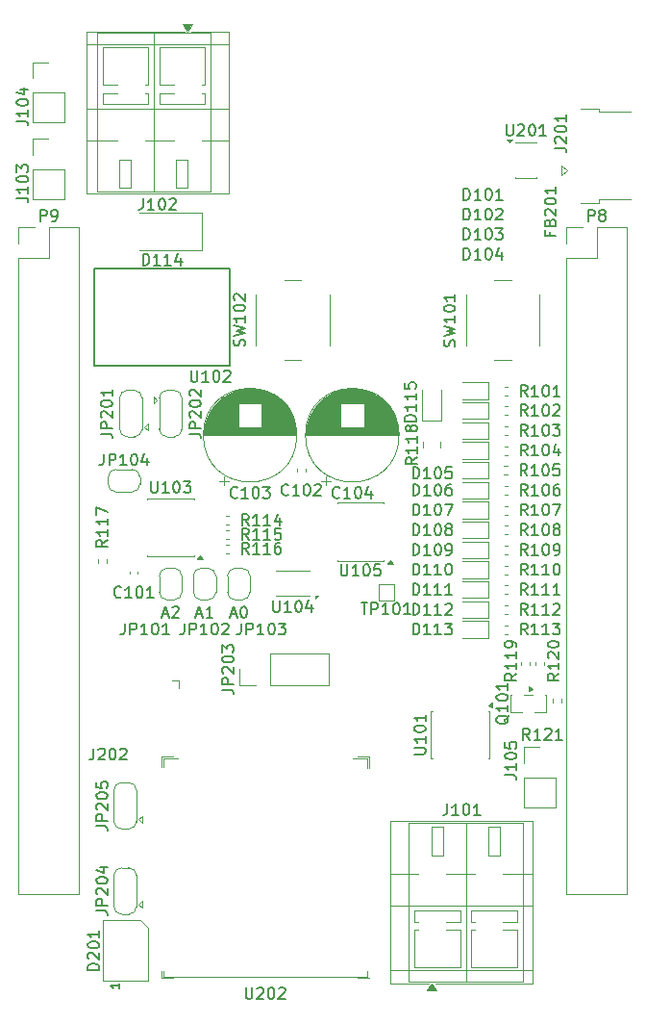
<source format=gbr>
%TF.GenerationSoftware,KiCad,Pcbnew,9.0.6+1*%
%TF.CreationDate,2025-12-07T10:11:00+00:00*%
%TF.ProjectId,com4bbb,636f6d34-6262-4622-9e6b-696361645f70,0.2*%
%TF.SameCoordinates,Original*%
%TF.FileFunction,Legend,Top*%
%TF.FilePolarity,Positive*%
%FSLAX46Y46*%
G04 Gerber Fmt 4.6, Leading zero omitted, Abs format (unit mm)*
G04 Created by KiCad (PCBNEW 9.0.6+1) date 2025-12-07 10:11:00*
%MOMM*%
%LPD*%
G01*
G04 APERTURE LIST*
%ADD10C,0.150000*%
%ADD11C,0.120000*%
G04 APERTURE END LIST*
D10*
X165162005Y-60457219D02*
X165162005Y-59457219D01*
X165162005Y-59457219D02*
X165542957Y-59457219D01*
X165542957Y-59457219D02*
X165638195Y-59504838D01*
X165638195Y-59504838D02*
X165685814Y-59552457D01*
X165685814Y-59552457D02*
X165733433Y-59647695D01*
X165733433Y-59647695D02*
X165733433Y-59790552D01*
X165733433Y-59790552D02*
X165685814Y-59885790D01*
X165685814Y-59885790D02*
X165638195Y-59933409D01*
X165638195Y-59933409D02*
X165542957Y-59981028D01*
X165542957Y-59981028D02*
X165162005Y-59981028D01*
X166304862Y-59885790D02*
X166209624Y-59838171D01*
X166209624Y-59838171D02*
X166162005Y-59790552D01*
X166162005Y-59790552D02*
X166114386Y-59695314D01*
X166114386Y-59695314D02*
X166114386Y-59647695D01*
X166114386Y-59647695D02*
X166162005Y-59552457D01*
X166162005Y-59552457D02*
X166209624Y-59504838D01*
X166209624Y-59504838D02*
X166304862Y-59457219D01*
X166304862Y-59457219D02*
X166495338Y-59457219D01*
X166495338Y-59457219D02*
X166590576Y-59504838D01*
X166590576Y-59504838D02*
X166638195Y-59552457D01*
X166638195Y-59552457D02*
X166685814Y-59647695D01*
X166685814Y-59647695D02*
X166685814Y-59695314D01*
X166685814Y-59695314D02*
X166638195Y-59790552D01*
X166638195Y-59790552D02*
X166590576Y-59838171D01*
X166590576Y-59838171D02*
X166495338Y-59885790D01*
X166495338Y-59885790D02*
X166304862Y-59885790D01*
X166304862Y-59885790D02*
X166209624Y-59933409D01*
X166209624Y-59933409D02*
X166162005Y-59981028D01*
X166162005Y-59981028D02*
X166114386Y-60076266D01*
X166114386Y-60076266D02*
X166114386Y-60266742D01*
X166114386Y-60266742D02*
X166162005Y-60361980D01*
X166162005Y-60361980D02*
X166209624Y-60409600D01*
X166209624Y-60409600D02*
X166304862Y-60457219D01*
X166304862Y-60457219D02*
X166495338Y-60457219D01*
X166495338Y-60457219D02*
X166590576Y-60409600D01*
X166590576Y-60409600D02*
X166638195Y-60361980D01*
X166638195Y-60361980D02*
X166685814Y-60266742D01*
X166685814Y-60266742D02*
X166685814Y-60076266D01*
X166685814Y-60076266D02*
X166638195Y-59981028D01*
X166638195Y-59981028D02*
X166590576Y-59933409D01*
X166590576Y-59933409D02*
X166495338Y-59885790D01*
X116902005Y-60457219D02*
X116902005Y-59457219D01*
X116902005Y-59457219D02*
X117282957Y-59457219D01*
X117282957Y-59457219D02*
X117378195Y-59504838D01*
X117378195Y-59504838D02*
X117425814Y-59552457D01*
X117425814Y-59552457D02*
X117473433Y-59647695D01*
X117473433Y-59647695D02*
X117473433Y-59790552D01*
X117473433Y-59790552D02*
X117425814Y-59885790D01*
X117425814Y-59885790D02*
X117378195Y-59933409D01*
X117378195Y-59933409D02*
X117282957Y-59981028D01*
X117282957Y-59981028D02*
X116902005Y-59981028D01*
X117949624Y-60457219D02*
X118140100Y-60457219D01*
X118140100Y-60457219D02*
X118235338Y-60409600D01*
X118235338Y-60409600D02*
X118282957Y-60361980D01*
X118282957Y-60361980D02*
X118378195Y-60219123D01*
X118378195Y-60219123D02*
X118425814Y-60028647D01*
X118425814Y-60028647D02*
X118425814Y-59647695D01*
X118425814Y-59647695D02*
X118378195Y-59552457D01*
X118378195Y-59552457D02*
X118330576Y-59504838D01*
X118330576Y-59504838D02*
X118235338Y-59457219D01*
X118235338Y-59457219D02*
X118044862Y-59457219D01*
X118044862Y-59457219D02*
X117949624Y-59504838D01*
X117949624Y-59504838D02*
X117902005Y-59552457D01*
X117902005Y-59552457D02*
X117854386Y-59647695D01*
X117854386Y-59647695D02*
X117854386Y-59885790D01*
X117854386Y-59885790D02*
X117902005Y-59981028D01*
X117902005Y-59981028D02*
X117949624Y-60028647D01*
X117949624Y-60028647D02*
X118044862Y-60076266D01*
X118044862Y-60076266D02*
X118235338Y-60076266D01*
X118235338Y-60076266D02*
X118330576Y-60028647D01*
X118330576Y-60028647D02*
X118378195Y-59981028D01*
X118378195Y-59981028D02*
X118425814Y-59885790D01*
X124001052Y-93491980D02*
X123953433Y-93539600D01*
X123953433Y-93539600D02*
X123810576Y-93587219D01*
X123810576Y-93587219D02*
X123715338Y-93587219D01*
X123715338Y-93587219D02*
X123572481Y-93539600D01*
X123572481Y-93539600D02*
X123477243Y-93444361D01*
X123477243Y-93444361D02*
X123429624Y-93349123D01*
X123429624Y-93349123D02*
X123382005Y-93158647D01*
X123382005Y-93158647D02*
X123382005Y-93015790D01*
X123382005Y-93015790D02*
X123429624Y-92825314D01*
X123429624Y-92825314D02*
X123477243Y-92730076D01*
X123477243Y-92730076D02*
X123572481Y-92634838D01*
X123572481Y-92634838D02*
X123715338Y-92587219D01*
X123715338Y-92587219D02*
X123810576Y-92587219D01*
X123810576Y-92587219D02*
X123953433Y-92634838D01*
X123953433Y-92634838D02*
X124001052Y-92682457D01*
X124953433Y-93587219D02*
X124382005Y-93587219D01*
X124667719Y-93587219D02*
X124667719Y-92587219D01*
X124667719Y-92587219D02*
X124572481Y-92730076D01*
X124572481Y-92730076D02*
X124477243Y-92825314D01*
X124477243Y-92825314D02*
X124382005Y-92872933D01*
X125572481Y-92587219D02*
X125667719Y-92587219D01*
X125667719Y-92587219D02*
X125762957Y-92634838D01*
X125762957Y-92634838D02*
X125810576Y-92682457D01*
X125810576Y-92682457D02*
X125858195Y-92777695D01*
X125858195Y-92777695D02*
X125905814Y-92968171D01*
X125905814Y-92968171D02*
X125905814Y-93206266D01*
X125905814Y-93206266D02*
X125858195Y-93396742D01*
X125858195Y-93396742D02*
X125810576Y-93491980D01*
X125810576Y-93491980D02*
X125762957Y-93539600D01*
X125762957Y-93539600D02*
X125667719Y-93587219D01*
X125667719Y-93587219D02*
X125572481Y-93587219D01*
X125572481Y-93587219D02*
X125477243Y-93539600D01*
X125477243Y-93539600D02*
X125429624Y-93491980D01*
X125429624Y-93491980D02*
X125382005Y-93396742D01*
X125382005Y-93396742D02*
X125334386Y-93206266D01*
X125334386Y-93206266D02*
X125334386Y-92968171D01*
X125334386Y-92968171D02*
X125382005Y-92777695D01*
X125382005Y-92777695D02*
X125429624Y-92682457D01*
X125429624Y-92682457D02*
X125477243Y-92634838D01*
X125477243Y-92634838D02*
X125572481Y-92587219D01*
X126858195Y-93587219D02*
X126286767Y-93587219D01*
X126572481Y-93587219D02*
X126572481Y-92587219D01*
X126572481Y-92587219D02*
X126477243Y-92730076D01*
X126477243Y-92730076D02*
X126382005Y-92825314D01*
X126382005Y-92825314D02*
X126286767Y-92872933D01*
X152734385Y-111717219D02*
X152734385Y-112431504D01*
X152734385Y-112431504D02*
X152686766Y-112574361D01*
X152686766Y-112574361D02*
X152591528Y-112669600D01*
X152591528Y-112669600D02*
X152448671Y-112717219D01*
X152448671Y-112717219D02*
X152353433Y-112717219D01*
X153734385Y-112717219D02*
X153162957Y-112717219D01*
X153448671Y-112717219D02*
X153448671Y-111717219D01*
X153448671Y-111717219D02*
X153353433Y-111860076D01*
X153353433Y-111860076D02*
X153258195Y-111955314D01*
X153258195Y-111955314D02*
X153162957Y-112002933D01*
X154353433Y-111717219D02*
X154448671Y-111717219D01*
X154448671Y-111717219D02*
X154543909Y-111764838D01*
X154543909Y-111764838D02*
X154591528Y-111812457D01*
X154591528Y-111812457D02*
X154639147Y-111907695D01*
X154639147Y-111907695D02*
X154686766Y-112098171D01*
X154686766Y-112098171D02*
X154686766Y-112336266D01*
X154686766Y-112336266D02*
X154639147Y-112526742D01*
X154639147Y-112526742D02*
X154591528Y-112621980D01*
X154591528Y-112621980D02*
X154543909Y-112669600D01*
X154543909Y-112669600D02*
X154448671Y-112717219D01*
X154448671Y-112717219D02*
X154353433Y-112717219D01*
X154353433Y-112717219D02*
X154258195Y-112669600D01*
X154258195Y-112669600D02*
X154210576Y-112621980D01*
X154210576Y-112621980D02*
X154162957Y-112526742D01*
X154162957Y-112526742D02*
X154115338Y-112336266D01*
X154115338Y-112336266D02*
X154115338Y-112098171D01*
X154115338Y-112098171D02*
X154162957Y-111907695D01*
X154162957Y-111907695D02*
X154210576Y-111812457D01*
X154210576Y-111812457D02*
X154258195Y-111764838D01*
X154258195Y-111764838D02*
X154353433Y-111717219D01*
X155639147Y-112717219D02*
X155067719Y-112717219D01*
X155353433Y-112717219D02*
X155353433Y-111717219D01*
X155353433Y-111717219D02*
X155258195Y-111860076D01*
X155258195Y-111860076D02*
X155162957Y-111955314D01*
X155162957Y-111955314D02*
X155067719Y-112002933D01*
X122224919Y-79168114D02*
X122939204Y-79168114D01*
X122939204Y-79168114D02*
X123082061Y-79215733D01*
X123082061Y-79215733D02*
X123177300Y-79310971D01*
X123177300Y-79310971D02*
X123224919Y-79453828D01*
X123224919Y-79453828D02*
X123224919Y-79549066D01*
X123224919Y-78691923D02*
X122224919Y-78691923D01*
X122224919Y-78691923D02*
X122224919Y-78310971D01*
X122224919Y-78310971D02*
X122272538Y-78215733D01*
X122272538Y-78215733D02*
X122320157Y-78168114D01*
X122320157Y-78168114D02*
X122415395Y-78120495D01*
X122415395Y-78120495D02*
X122558252Y-78120495D01*
X122558252Y-78120495D02*
X122653490Y-78168114D01*
X122653490Y-78168114D02*
X122701109Y-78215733D01*
X122701109Y-78215733D02*
X122748728Y-78310971D01*
X122748728Y-78310971D02*
X122748728Y-78691923D01*
X122320157Y-77739542D02*
X122272538Y-77691923D01*
X122272538Y-77691923D02*
X122224919Y-77596685D01*
X122224919Y-77596685D02*
X122224919Y-77358590D01*
X122224919Y-77358590D02*
X122272538Y-77263352D01*
X122272538Y-77263352D02*
X122320157Y-77215733D01*
X122320157Y-77215733D02*
X122415395Y-77168114D01*
X122415395Y-77168114D02*
X122510633Y-77168114D01*
X122510633Y-77168114D02*
X122653490Y-77215733D01*
X122653490Y-77215733D02*
X123224919Y-77787161D01*
X123224919Y-77787161D02*
X123224919Y-77168114D01*
X122224919Y-76549066D02*
X122224919Y-76453828D01*
X122224919Y-76453828D02*
X122272538Y-76358590D01*
X122272538Y-76358590D02*
X122320157Y-76310971D01*
X122320157Y-76310971D02*
X122415395Y-76263352D01*
X122415395Y-76263352D02*
X122605871Y-76215733D01*
X122605871Y-76215733D02*
X122843966Y-76215733D01*
X122843966Y-76215733D02*
X123034442Y-76263352D01*
X123034442Y-76263352D02*
X123129680Y-76310971D01*
X123129680Y-76310971D02*
X123177300Y-76358590D01*
X123177300Y-76358590D02*
X123224919Y-76453828D01*
X123224919Y-76453828D02*
X123224919Y-76549066D01*
X123224919Y-76549066D02*
X123177300Y-76644304D01*
X123177300Y-76644304D02*
X123129680Y-76691923D01*
X123129680Y-76691923D02*
X123034442Y-76739542D01*
X123034442Y-76739542D02*
X122843966Y-76787161D01*
X122843966Y-76787161D02*
X122605871Y-76787161D01*
X122605871Y-76787161D02*
X122415395Y-76739542D01*
X122415395Y-76739542D02*
X122320157Y-76691923D01*
X122320157Y-76691923D02*
X122272538Y-76644304D01*
X122272538Y-76644304D02*
X122224919Y-76549066D01*
X123224919Y-75263352D02*
X123224919Y-75834780D01*
X123224919Y-75549066D02*
X122224919Y-75549066D01*
X122224919Y-75549066D02*
X122367776Y-75644304D01*
X122367776Y-75644304D02*
X122463014Y-75739542D01*
X122463014Y-75739542D02*
X122510633Y-75834780D01*
X130024919Y-79168114D02*
X130739204Y-79168114D01*
X130739204Y-79168114D02*
X130882061Y-79215733D01*
X130882061Y-79215733D02*
X130977300Y-79310971D01*
X130977300Y-79310971D02*
X131024919Y-79453828D01*
X131024919Y-79453828D02*
X131024919Y-79549066D01*
X131024919Y-78691923D02*
X130024919Y-78691923D01*
X130024919Y-78691923D02*
X130024919Y-78310971D01*
X130024919Y-78310971D02*
X130072538Y-78215733D01*
X130072538Y-78215733D02*
X130120157Y-78168114D01*
X130120157Y-78168114D02*
X130215395Y-78120495D01*
X130215395Y-78120495D02*
X130358252Y-78120495D01*
X130358252Y-78120495D02*
X130453490Y-78168114D01*
X130453490Y-78168114D02*
X130501109Y-78215733D01*
X130501109Y-78215733D02*
X130548728Y-78310971D01*
X130548728Y-78310971D02*
X130548728Y-78691923D01*
X130120157Y-77739542D02*
X130072538Y-77691923D01*
X130072538Y-77691923D02*
X130024919Y-77596685D01*
X130024919Y-77596685D02*
X130024919Y-77358590D01*
X130024919Y-77358590D02*
X130072538Y-77263352D01*
X130072538Y-77263352D02*
X130120157Y-77215733D01*
X130120157Y-77215733D02*
X130215395Y-77168114D01*
X130215395Y-77168114D02*
X130310633Y-77168114D01*
X130310633Y-77168114D02*
X130453490Y-77215733D01*
X130453490Y-77215733D02*
X131024919Y-77787161D01*
X131024919Y-77787161D02*
X131024919Y-77168114D01*
X130024919Y-76549066D02*
X130024919Y-76453828D01*
X130024919Y-76453828D02*
X130072538Y-76358590D01*
X130072538Y-76358590D02*
X130120157Y-76310971D01*
X130120157Y-76310971D02*
X130215395Y-76263352D01*
X130215395Y-76263352D02*
X130405871Y-76215733D01*
X130405871Y-76215733D02*
X130643966Y-76215733D01*
X130643966Y-76215733D02*
X130834442Y-76263352D01*
X130834442Y-76263352D02*
X130929680Y-76310971D01*
X130929680Y-76310971D02*
X130977300Y-76358590D01*
X130977300Y-76358590D02*
X131024919Y-76453828D01*
X131024919Y-76453828D02*
X131024919Y-76549066D01*
X131024919Y-76549066D02*
X130977300Y-76644304D01*
X130977300Y-76644304D02*
X130929680Y-76691923D01*
X130929680Y-76691923D02*
X130834442Y-76739542D01*
X130834442Y-76739542D02*
X130643966Y-76787161D01*
X130643966Y-76787161D02*
X130405871Y-76787161D01*
X130405871Y-76787161D02*
X130215395Y-76739542D01*
X130215395Y-76739542D02*
X130120157Y-76691923D01*
X130120157Y-76691923D02*
X130072538Y-76644304D01*
X130072538Y-76644304D02*
X130024919Y-76549066D01*
X130120157Y-75834780D02*
X130072538Y-75787161D01*
X130072538Y-75787161D02*
X130024919Y-75691923D01*
X130024919Y-75691923D02*
X130024919Y-75453828D01*
X130024919Y-75453828D02*
X130072538Y-75358590D01*
X130072538Y-75358590D02*
X130120157Y-75310971D01*
X130120157Y-75310971D02*
X130215395Y-75263352D01*
X130215395Y-75263352D02*
X130310633Y-75263352D01*
X130310633Y-75263352D02*
X130453490Y-75310971D01*
X130453490Y-75310971D02*
X131024919Y-75882399D01*
X131024919Y-75882399D02*
X131024919Y-75263352D01*
X121824919Y-121118114D02*
X122539204Y-121118114D01*
X122539204Y-121118114D02*
X122682061Y-121165733D01*
X122682061Y-121165733D02*
X122777300Y-121260971D01*
X122777300Y-121260971D02*
X122824919Y-121403828D01*
X122824919Y-121403828D02*
X122824919Y-121499066D01*
X122824919Y-120641923D02*
X121824919Y-120641923D01*
X121824919Y-120641923D02*
X121824919Y-120260971D01*
X121824919Y-120260971D02*
X121872538Y-120165733D01*
X121872538Y-120165733D02*
X121920157Y-120118114D01*
X121920157Y-120118114D02*
X122015395Y-120070495D01*
X122015395Y-120070495D02*
X122158252Y-120070495D01*
X122158252Y-120070495D02*
X122253490Y-120118114D01*
X122253490Y-120118114D02*
X122301109Y-120165733D01*
X122301109Y-120165733D02*
X122348728Y-120260971D01*
X122348728Y-120260971D02*
X122348728Y-120641923D01*
X121920157Y-119689542D02*
X121872538Y-119641923D01*
X121872538Y-119641923D02*
X121824919Y-119546685D01*
X121824919Y-119546685D02*
X121824919Y-119308590D01*
X121824919Y-119308590D02*
X121872538Y-119213352D01*
X121872538Y-119213352D02*
X121920157Y-119165733D01*
X121920157Y-119165733D02*
X122015395Y-119118114D01*
X122015395Y-119118114D02*
X122110633Y-119118114D01*
X122110633Y-119118114D02*
X122253490Y-119165733D01*
X122253490Y-119165733D02*
X122824919Y-119737161D01*
X122824919Y-119737161D02*
X122824919Y-119118114D01*
X121824919Y-118499066D02*
X121824919Y-118403828D01*
X121824919Y-118403828D02*
X121872538Y-118308590D01*
X121872538Y-118308590D02*
X121920157Y-118260971D01*
X121920157Y-118260971D02*
X122015395Y-118213352D01*
X122015395Y-118213352D02*
X122205871Y-118165733D01*
X122205871Y-118165733D02*
X122443966Y-118165733D01*
X122443966Y-118165733D02*
X122634442Y-118213352D01*
X122634442Y-118213352D02*
X122729680Y-118260971D01*
X122729680Y-118260971D02*
X122777300Y-118308590D01*
X122777300Y-118308590D02*
X122824919Y-118403828D01*
X122824919Y-118403828D02*
X122824919Y-118499066D01*
X122824919Y-118499066D02*
X122777300Y-118594304D01*
X122777300Y-118594304D02*
X122729680Y-118641923D01*
X122729680Y-118641923D02*
X122634442Y-118689542D01*
X122634442Y-118689542D02*
X122443966Y-118737161D01*
X122443966Y-118737161D02*
X122205871Y-118737161D01*
X122205871Y-118737161D02*
X122015395Y-118689542D01*
X122015395Y-118689542D02*
X121920157Y-118641923D01*
X121920157Y-118641923D02*
X121872538Y-118594304D01*
X121872538Y-118594304D02*
X121824919Y-118499066D01*
X122158252Y-117308590D02*
X122824919Y-117308590D01*
X121777300Y-117546685D02*
X122491585Y-117784780D01*
X122491585Y-117784780D02*
X122491585Y-117165733D01*
X121824919Y-113668114D02*
X122539204Y-113668114D01*
X122539204Y-113668114D02*
X122682061Y-113715733D01*
X122682061Y-113715733D02*
X122777300Y-113810971D01*
X122777300Y-113810971D02*
X122824919Y-113953828D01*
X122824919Y-113953828D02*
X122824919Y-114049066D01*
X122824919Y-113191923D02*
X121824919Y-113191923D01*
X121824919Y-113191923D02*
X121824919Y-112810971D01*
X121824919Y-112810971D02*
X121872538Y-112715733D01*
X121872538Y-112715733D02*
X121920157Y-112668114D01*
X121920157Y-112668114D02*
X122015395Y-112620495D01*
X122015395Y-112620495D02*
X122158252Y-112620495D01*
X122158252Y-112620495D02*
X122253490Y-112668114D01*
X122253490Y-112668114D02*
X122301109Y-112715733D01*
X122301109Y-112715733D02*
X122348728Y-112810971D01*
X122348728Y-112810971D02*
X122348728Y-113191923D01*
X121920157Y-112239542D02*
X121872538Y-112191923D01*
X121872538Y-112191923D02*
X121824919Y-112096685D01*
X121824919Y-112096685D02*
X121824919Y-111858590D01*
X121824919Y-111858590D02*
X121872538Y-111763352D01*
X121872538Y-111763352D02*
X121920157Y-111715733D01*
X121920157Y-111715733D02*
X122015395Y-111668114D01*
X122015395Y-111668114D02*
X122110633Y-111668114D01*
X122110633Y-111668114D02*
X122253490Y-111715733D01*
X122253490Y-111715733D02*
X122824919Y-112287161D01*
X122824919Y-112287161D02*
X122824919Y-111668114D01*
X121824919Y-111049066D02*
X121824919Y-110953828D01*
X121824919Y-110953828D02*
X121872538Y-110858590D01*
X121872538Y-110858590D02*
X121920157Y-110810971D01*
X121920157Y-110810971D02*
X122015395Y-110763352D01*
X122015395Y-110763352D02*
X122205871Y-110715733D01*
X122205871Y-110715733D02*
X122443966Y-110715733D01*
X122443966Y-110715733D02*
X122634442Y-110763352D01*
X122634442Y-110763352D02*
X122729680Y-110810971D01*
X122729680Y-110810971D02*
X122777300Y-110858590D01*
X122777300Y-110858590D02*
X122824919Y-110953828D01*
X122824919Y-110953828D02*
X122824919Y-111049066D01*
X122824919Y-111049066D02*
X122777300Y-111144304D01*
X122777300Y-111144304D02*
X122729680Y-111191923D01*
X122729680Y-111191923D02*
X122634442Y-111239542D01*
X122634442Y-111239542D02*
X122443966Y-111287161D01*
X122443966Y-111287161D02*
X122205871Y-111287161D01*
X122205871Y-111287161D02*
X122015395Y-111239542D01*
X122015395Y-111239542D02*
X121920157Y-111191923D01*
X121920157Y-111191923D02*
X121872538Y-111144304D01*
X121872538Y-111144304D02*
X121824919Y-111049066D01*
X121824919Y-109810971D02*
X121824919Y-110287161D01*
X121824919Y-110287161D02*
X122301109Y-110334780D01*
X122301109Y-110334780D02*
X122253490Y-110287161D01*
X122253490Y-110287161D02*
X122205871Y-110191923D01*
X122205871Y-110191923D02*
X122205871Y-109953828D01*
X122205871Y-109953828D02*
X122253490Y-109858590D01*
X122253490Y-109858590D02*
X122301109Y-109810971D01*
X122301109Y-109810971D02*
X122396347Y-109763352D01*
X122396347Y-109763352D02*
X122634442Y-109763352D01*
X122634442Y-109763352D02*
X122729680Y-109810971D01*
X122729680Y-109810971D02*
X122777300Y-109858590D01*
X122777300Y-109858590D02*
X122824919Y-109953828D01*
X122824919Y-109953828D02*
X122824919Y-110191923D01*
X122824919Y-110191923D02*
X122777300Y-110287161D01*
X122777300Y-110287161D02*
X122729680Y-110334780D01*
X124334385Y-95837219D02*
X124334385Y-96551504D01*
X124334385Y-96551504D02*
X124286766Y-96694361D01*
X124286766Y-96694361D02*
X124191528Y-96789600D01*
X124191528Y-96789600D02*
X124048671Y-96837219D01*
X124048671Y-96837219D02*
X123953433Y-96837219D01*
X124810576Y-96837219D02*
X124810576Y-95837219D01*
X124810576Y-95837219D02*
X125191528Y-95837219D01*
X125191528Y-95837219D02*
X125286766Y-95884838D01*
X125286766Y-95884838D02*
X125334385Y-95932457D01*
X125334385Y-95932457D02*
X125382004Y-96027695D01*
X125382004Y-96027695D02*
X125382004Y-96170552D01*
X125382004Y-96170552D02*
X125334385Y-96265790D01*
X125334385Y-96265790D02*
X125286766Y-96313409D01*
X125286766Y-96313409D02*
X125191528Y-96361028D01*
X125191528Y-96361028D02*
X124810576Y-96361028D01*
X126334385Y-96837219D02*
X125762957Y-96837219D01*
X126048671Y-96837219D02*
X126048671Y-95837219D01*
X126048671Y-95837219D02*
X125953433Y-95980076D01*
X125953433Y-95980076D02*
X125858195Y-96075314D01*
X125858195Y-96075314D02*
X125762957Y-96122933D01*
X126953433Y-95837219D02*
X127048671Y-95837219D01*
X127048671Y-95837219D02*
X127143909Y-95884838D01*
X127143909Y-95884838D02*
X127191528Y-95932457D01*
X127191528Y-95932457D02*
X127239147Y-96027695D01*
X127239147Y-96027695D02*
X127286766Y-96218171D01*
X127286766Y-96218171D02*
X127286766Y-96456266D01*
X127286766Y-96456266D02*
X127239147Y-96646742D01*
X127239147Y-96646742D02*
X127191528Y-96741980D01*
X127191528Y-96741980D02*
X127143909Y-96789600D01*
X127143909Y-96789600D02*
X127048671Y-96837219D01*
X127048671Y-96837219D02*
X126953433Y-96837219D01*
X126953433Y-96837219D02*
X126858195Y-96789600D01*
X126858195Y-96789600D02*
X126810576Y-96741980D01*
X126810576Y-96741980D02*
X126762957Y-96646742D01*
X126762957Y-96646742D02*
X126715338Y-96456266D01*
X126715338Y-96456266D02*
X126715338Y-96218171D01*
X126715338Y-96218171D02*
X126762957Y-96027695D01*
X126762957Y-96027695D02*
X126810576Y-95932457D01*
X126810576Y-95932457D02*
X126858195Y-95884838D01*
X126858195Y-95884838D02*
X126953433Y-95837219D01*
X128239147Y-96837219D02*
X127667719Y-96837219D01*
X127953433Y-96837219D02*
X127953433Y-95837219D01*
X127953433Y-95837219D02*
X127858195Y-95980076D01*
X127858195Y-95980076D02*
X127762957Y-96075314D01*
X127762957Y-96075314D02*
X127667719Y-96122933D01*
X127655814Y-95051504D02*
X128132004Y-95051504D01*
X127560576Y-95337219D02*
X127893909Y-94337219D01*
X127893909Y-94337219D02*
X128227242Y-95337219D01*
X128512957Y-94432457D02*
X128560576Y-94384838D01*
X128560576Y-94384838D02*
X128655814Y-94337219D01*
X128655814Y-94337219D02*
X128893909Y-94337219D01*
X128893909Y-94337219D02*
X128989147Y-94384838D01*
X128989147Y-94384838D02*
X129036766Y-94432457D01*
X129036766Y-94432457D02*
X129084385Y-94527695D01*
X129084385Y-94527695D02*
X129084385Y-94622933D01*
X129084385Y-94622933D02*
X129036766Y-94765790D01*
X129036766Y-94765790D02*
X128465338Y-95337219D01*
X128465338Y-95337219D02*
X129084385Y-95337219D01*
X134584385Y-95837219D02*
X134584385Y-96551504D01*
X134584385Y-96551504D02*
X134536766Y-96694361D01*
X134536766Y-96694361D02*
X134441528Y-96789600D01*
X134441528Y-96789600D02*
X134298671Y-96837219D01*
X134298671Y-96837219D02*
X134203433Y-96837219D01*
X135060576Y-96837219D02*
X135060576Y-95837219D01*
X135060576Y-95837219D02*
X135441528Y-95837219D01*
X135441528Y-95837219D02*
X135536766Y-95884838D01*
X135536766Y-95884838D02*
X135584385Y-95932457D01*
X135584385Y-95932457D02*
X135632004Y-96027695D01*
X135632004Y-96027695D02*
X135632004Y-96170552D01*
X135632004Y-96170552D02*
X135584385Y-96265790D01*
X135584385Y-96265790D02*
X135536766Y-96313409D01*
X135536766Y-96313409D02*
X135441528Y-96361028D01*
X135441528Y-96361028D02*
X135060576Y-96361028D01*
X136584385Y-96837219D02*
X136012957Y-96837219D01*
X136298671Y-96837219D02*
X136298671Y-95837219D01*
X136298671Y-95837219D02*
X136203433Y-95980076D01*
X136203433Y-95980076D02*
X136108195Y-96075314D01*
X136108195Y-96075314D02*
X136012957Y-96122933D01*
X137203433Y-95837219D02*
X137298671Y-95837219D01*
X137298671Y-95837219D02*
X137393909Y-95884838D01*
X137393909Y-95884838D02*
X137441528Y-95932457D01*
X137441528Y-95932457D02*
X137489147Y-96027695D01*
X137489147Y-96027695D02*
X137536766Y-96218171D01*
X137536766Y-96218171D02*
X137536766Y-96456266D01*
X137536766Y-96456266D02*
X137489147Y-96646742D01*
X137489147Y-96646742D02*
X137441528Y-96741980D01*
X137441528Y-96741980D02*
X137393909Y-96789600D01*
X137393909Y-96789600D02*
X137298671Y-96837219D01*
X137298671Y-96837219D02*
X137203433Y-96837219D01*
X137203433Y-96837219D02*
X137108195Y-96789600D01*
X137108195Y-96789600D02*
X137060576Y-96741980D01*
X137060576Y-96741980D02*
X137012957Y-96646742D01*
X137012957Y-96646742D02*
X136965338Y-96456266D01*
X136965338Y-96456266D02*
X136965338Y-96218171D01*
X136965338Y-96218171D02*
X137012957Y-96027695D01*
X137012957Y-96027695D02*
X137060576Y-95932457D01*
X137060576Y-95932457D02*
X137108195Y-95884838D01*
X137108195Y-95884838D02*
X137203433Y-95837219D01*
X137870100Y-95837219D02*
X138489147Y-95837219D01*
X138489147Y-95837219D02*
X138155814Y-96218171D01*
X138155814Y-96218171D02*
X138298671Y-96218171D01*
X138298671Y-96218171D02*
X138393909Y-96265790D01*
X138393909Y-96265790D02*
X138441528Y-96313409D01*
X138441528Y-96313409D02*
X138489147Y-96408647D01*
X138489147Y-96408647D02*
X138489147Y-96646742D01*
X138489147Y-96646742D02*
X138441528Y-96741980D01*
X138441528Y-96741980D02*
X138393909Y-96789600D01*
X138393909Y-96789600D02*
X138298671Y-96837219D01*
X138298671Y-96837219D02*
X138012957Y-96837219D01*
X138012957Y-96837219D02*
X137917719Y-96789600D01*
X137917719Y-96789600D02*
X137870100Y-96741980D01*
X133655814Y-95051504D02*
X134132004Y-95051504D01*
X133560576Y-95337219D02*
X133893909Y-94337219D01*
X133893909Y-94337219D02*
X134227242Y-95337219D01*
X134751052Y-94337219D02*
X134846290Y-94337219D01*
X134846290Y-94337219D02*
X134941528Y-94384838D01*
X134941528Y-94384838D02*
X134989147Y-94432457D01*
X134989147Y-94432457D02*
X135036766Y-94527695D01*
X135036766Y-94527695D02*
X135084385Y-94718171D01*
X135084385Y-94718171D02*
X135084385Y-94956266D01*
X135084385Y-94956266D02*
X135036766Y-95146742D01*
X135036766Y-95146742D02*
X134989147Y-95241980D01*
X134989147Y-95241980D02*
X134941528Y-95289600D01*
X134941528Y-95289600D02*
X134846290Y-95337219D01*
X134846290Y-95337219D02*
X134751052Y-95337219D01*
X134751052Y-95337219D02*
X134655814Y-95289600D01*
X134655814Y-95289600D02*
X134608195Y-95241980D01*
X134608195Y-95241980D02*
X134560576Y-95146742D01*
X134560576Y-95146742D02*
X134512957Y-94956266D01*
X134512957Y-94956266D02*
X134512957Y-94718171D01*
X134512957Y-94718171D02*
X134560576Y-94527695D01*
X134560576Y-94527695D02*
X134608195Y-94432457D01*
X134608195Y-94432457D02*
X134655814Y-94384838D01*
X134655814Y-94384838D02*
X134751052Y-94337219D01*
X159792052Y-75887219D02*
X159458719Y-75411028D01*
X159220624Y-75887219D02*
X159220624Y-74887219D01*
X159220624Y-74887219D02*
X159601576Y-74887219D01*
X159601576Y-74887219D02*
X159696814Y-74934838D01*
X159696814Y-74934838D02*
X159744433Y-74982457D01*
X159744433Y-74982457D02*
X159792052Y-75077695D01*
X159792052Y-75077695D02*
X159792052Y-75220552D01*
X159792052Y-75220552D02*
X159744433Y-75315790D01*
X159744433Y-75315790D02*
X159696814Y-75363409D01*
X159696814Y-75363409D02*
X159601576Y-75411028D01*
X159601576Y-75411028D02*
X159220624Y-75411028D01*
X160744433Y-75887219D02*
X160173005Y-75887219D01*
X160458719Y-75887219D02*
X160458719Y-74887219D01*
X160458719Y-74887219D02*
X160363481Y-75030076D01*
X160363481Y-75030076D02*
X160268243Y-75125314D01*
X160268243Y-75125314D02*
X160173005Y-75172933D01*
X161363481Y-74887219D02*
X161458719Y-74887219D01*
X161458719Y-74887219D02*
X161553957Y-74934838D01*
X161553957Y-74934838D02*
X161601576Y-74982457D01*
X161601576Y-74982457D02*
X161649195Y-75077695D01*
X161649195Y-75077695D02*
X161696814Y-75268171D01*
X161696814Y-75268171D02*
X161696814Y-75506266D01*
X161696814Y-75506266D02*
X161649195Y-75696742D01*
X161649195Y-75696742D02*
X161601576Y-75791980D01*
X161601576Y-75791980D02*
X161553957Y-75839600D01*
X161553957Y-75839600D02*
X161458719Y-75887219D01*
X161458719Y-75887219D02*
X161363481Y-75887219D01*
X161363481Y-75887219D02*
X161268243Y-75839600D01*
X161268243Y-75839600D02*
X161220624Y-75791980D01*
X161220624Y-75791980D02*
X161173005Y-75696742D01*
X161173005Y-75696742D02*
X161125386Y-75506266D01*
X161125386Y-75506266D02*
X161125386Y-75268171D01*
X161125386Y-75268171D02*
X161173005Y-75077695D01*
X161173005Y-75077695D02*
X161220624Y-74982457D01*
X161220624Y-74982457D02*
X161268243Y-74934838D01*
X161268243Y-74934838D02*
X161363481Y-74887219D01*
X162649195Y-75887219D02*
X162077767Y-75887219D01*
X162363481Y-75887219D02*
X162363481Y-74887219D01*
X162363481Y-74887219D02*
X162268243Y-75030076D01*
X162268243Y-75030076D02*
X162173005Y-75125314D01*
X162173005Y-75125314D02*
X162077767Y-75172933D01*
X159792052Y-77587219D02*
X159458719Y-77111028D01*
X159220624Y-77587219D02*
X159220624Y-76587219D01*
X159220624Y-76587219D02*
X159601576Y-76587219D01*
X159601576Y-76587219D02*
X159696814Y-76634838D01*
X159696814Y-76634838D02*
X159744433Y-76682457D01*
X159744433Y-76682457D02*
X159792052Y-76777695D01*
X159792052Y-76777695D02*
X159792052Y-76920552D01*
X159792052Y-76920552D02*
X159744433Y-77015790D01*
X159744433Y-77015790D02*
X159696814Y-77063409D01*
X159696814Y-77063409D02*
X159601576Y-77111028D01*
X159601576Y-77111028D02*
X159220624Y-77111028D01*
X160744433Y-77587219D02*
X160173005Y-77587219D01*
X160458719Y-77587219D02*
X160458719Y-76587219D01*
X160458719Y-76587219D02*
X160363481Y-76730076D01*
X160363481Y-76730076D02*
X160268243Y-76825314D01*
X160268243Y-76825314D02*
X160173005Y-76872933D01*
X161363481Y-76587219D02*
X161458719Y-76587219D01*
X161458719Y-76587219D02*
X161553957Y-76634838D01*
X161553957Y-76634838D02*
X161601576Y-76682457D01*
X161601576Y-76682457D02*
X161649195Y-76777695D01*
X161649195Y-76777695D02*
X161696814Y-76968171D01*
X161696814Y-76968171D02*
X161696814Y-77206266D01*
X161696814Y-77206266D02*
X161649195Y-77396742D01*
X161649195Y-77396742D02*
X161601576Y-77491980D01*
X161601576Y-77491980D02*
X161553957Y-77539600D01*
X161553957Y-77539600D02*
X161458719Y-77587219D01*
X161458719Y-77587219D02*
X161363481Y-77587219D01*
X161363481Y-77587219D02*
X161268243Y-77539600D01*
X161268243Y-77539600D02*
X161220624Y-77491980D01*
X161220624Y-77491980D02*
X161173005Y-77396742D01*
X161173005Y-77396742D02*
X161125386Y-77206266D01*
X161125386Y-77206266D02*
X161125386Y-76968171D01*
X161125386Y-76968171D02*
X161173005Y-76777695D01*
X161173005Y-76777695D02*
X161220624Y-76682457D01*
X161220624Y-76682457D02*
X161268243Y-76634838D01*
X161268243Y-76634838D02*
X161363481Y-76587219D01*
X162077767Y-76682457D02*
X162125386Y-76634838D01*
X162125386Y-76634838D02*
X162220624Y-76587219D01*
X162220624Y-76587219D02*
X162458719Y-76587219D01*
X162458719Y-76587219D02*
X162553957Y-76634838D01*
X162553957Y-76634838D02*
X162601576Y-76682457D01*
X162601576Y-76682457D02*
X162649195Y-76777695D01*
X162649195Y-76777695D02*
X162649195Y-76872933D01*
X162649195Y-76872933D02*
X162601576Y-77015790D01*
X162601576Y-77015790D02*
X162030148Y-77587219D01*
X162030148Y-77587219D02*
X162649195Y-77587219D01*
X159792052Y-81087219D02*
X159458719Y-80611028D01*
X159220624Y-81087219D02*
X159220624Y-80087219D01*
X159220624Y-80087219D02*
X159601576Y-80087219D01*
X159601576Y-80087219D02*
X159696814Y-80134838D01*
X159696814Y-80134838D02*
X159744433Y-80182457D01*
X159744433Y-80182457D02*
X159792052Y-80277695D01*
X159792052Y-80277695D02*
X159792052Y-80420552D01*
X159792052Y-80420552D02*
X159744433Y-80515790D01*
X159744433Y-80515790D02*
X159696814Y-80563409D01*
X159696814Y-80563409D02*
X159601576Y-80611028D01*
X159601576Y-80611028D02*
X159220624Y-80611028D01*
X160744433Y-81087219D02*
X160173005Y-81087219D01*
X160458719Y-81087219D02*
X160458719Y-80087219D01*
X160458719Y-80087219D02*
X160363481Y-80230076D01*
X160363481Y-80230076D02*
X160268243Y-80325314D01*
X160268243Y-80325314D02*
X160173005Y-80372933D01*
X161363481Y-80087219D02*
X161458719Y-80087219D01*
X161458719Y-80087219D02*
X161553957Y-80134838D01*
X161553957Y-80134838D02*
X161601576Y-80182457D01*
X161601576Y-80182457D02*
X161649195Y-80277695D01*
X161649195Y-80277695D02*
X161696814Y-80468171D01*
X161696814Y-80468171D02*
X161696814Y-80706266D01*
X161696814Y-80706266D02*
X161649195Y-80896742D01*
X161649195Y-80896742D02*
X161601576Y-80991980D01*
X161601576Y-80991980D02*
X161553957Y-81039600D01*
X161553957Y-81039600D02*
X161458719Y-81087219D01*
X161458719Y-81087219D02*
X161363481Y-81087219D01*
X161363481Y-81087219D02*
X161268243Y-81039600D01*
X161268243Y-81039600D02*
X161220624Y-80991980D01*
X161220624Y-80991980D02*
X161173005Y-80896742D01*
X161173005Y-80896742D02*
X161125386Y-80706266D01*
X161125386Y-80706266D02*
X161125386Y-80468171D01*
X161125386Y-80468171D02*
X161173005Y-80277695D01*
X161173005Y-80277695D02*
X161220624Y-80182457D01*
X161220624Y-80182457D02*
X161268243Y-80134838D01*
X161268243Y-80134838D02*
X161363481Y-80087219D01*
X162553957Y-80420552D02*
X162553957Y-81087219D01*
X162315862Y-80039600D02*
X162077767Y-80753885D01*
X162077767Y-80753885D02*
X162696814Y-80753885D01*
X153377300Y-71468113D02*
X153424919Y-71325256D01*
X153424919Y-71325256D02*
X153424919Y-71087161D01*
X153424919Y-71087161D02*
X153377300Y-70991923D01*
X153377300Y-70991923D02*
X153329680Y-70944304D01*
X153329680Y-70944304D02*
X153234442Y-70896685D01*
X153234442Y-70896685D02*
X153139204Y-70896685D01*
X153139204Y-70896685D02*
X153043966Y-70944304D01*
X153043966Y-70944304D02*
X152996347Y-70991923D01*
X152996347Y-70991923D02*
X152948728Y-71087161D01*
X152948728Y-71087161D02*
X152901109Y-71277637D01*
X152901109Y-71277637D02*
X152853490Y-71372875D01*
X152853490Y-71372875D02*
X152805871Y-71420494D01*
X152805871Y-71420494D02*
X152710633Y-71468113D01*
X152710633Y-71468113D02*
X152615395Y-71468113D01*
X152615395Y-71468113D02*
X152520157Y-71420494D01*
X152520157Y-71420494D02*
X152472538Y-71372875D01*
X152472538Y-71372875D02*
X152424919Y-71277637D01*
X152424919Y-71277637D02*
X152424919Y-71039542D01*
X152424919Y-71039542D02*
X152472538Y-70896685D01*
X152424919Y-70563351D02*
X153424919Y-70325256D01*
X153424919Y-70325256D02*
X152710633Y-70134780D01*
X152710633Y-70134780D02*
X153424919Y-69944304D01*
X153424919Y-69944304D02*
X152424919Y-69706209D01*
X153424919Y-68801447D02*
X153424919Y-69372875D01*
X153424919Y-69087161D02*
X152424919Y-69087161D01*
X152424919Y-69087161D02*
X152567776Y-69182399D01*
X152567776Y-69182399D02*
X152663014Y-69277637D01*
X152663014Y-69277637D02*
X152710633Y-69372875D01*
X152424919Y-68182399D02*
X152424919Y-68087161D01*
X152424919Y-68087161D02*
X152472538Y-67991923D01*
X152472538Y-67991923D02*
X152520157Y-67944304D01*
X152520157Y-67944304D02*
X152615395Y-67896685D01*
X152615395Y-67896685D02*
X152805871Y-67849066D01*
X152805871Y-67849066D02*
X153043966Y-67849066D01*
X153043966Y-67849066D02*
X153234442Y-67896685D01*
X153234442Y-67896685D02*
X153329680Y-67944304D01*
X153329680Y-67944304D02*
X153377300Y-67991923D01*
X153377300Y-67991923D02*
X153424919Y-68087161D01*
X153424919Y-68087161D02*
X153424919Y-68182399D01*
X153424919Y-68182399D02*
X153377300Y-68277637D01*
X153377300Y-68277637D02*
X153329680Y-68325256D01*
X153329680Y-68325256D02*
X153234442Y-68372875D01*
X153234442Y-68372875D02*
X153043966Y-68420494D01*
X153043966Y-68420494D02*
X152805871Y-68420494D01*
X152805871Y-68420494D02*
X152615395Y-68372875D01*
X152615395Y-68372875D02*
X152520157Y-68325256D01*
X152520157Y-68325256D02*
X152472538Y-68277637D01*
X152472538Y-68277637D02*
X152424919Y-68182399D01*
X153424919Y-66896685D02*
X153424919Y-67468113D01*
X153424919Y-67182399D02*
X152424919Y-67182399D01*
X152424919Y-67182399D02*
X152567776Y-67277637D01*
X152567776Y-67277637D02*
X152663014Y-67372875D01*
X152663014Y-67372875D02*
X152710633Y-67468113D01*
X134877300Y-71418113D02*
X134924919Y-71275256D01*
X134924919Y-71275256D02*
X134924919Y-71037161D01*
X134924919Y-71037161D02*
X134877300Y-70941923D01*
X134877300Y-70941923D02*
X134829680Y-70894304D01*
X134829680Y-70894304D02*
X134734442Y-70846685D01*
X134734442Y-70846685D02*
X134639204Y-70846685D01*
X134639204Y-70846685D02*
X134543966Y-70894304D01*
X134543966Y-70894304D02*
X134496347Y-70941923D01*
X134496347Y-70941923D02*
X134448728Y-71037161D01*
X134448728Y-71037161D02*
X134401109Y-71227637D01*
X134401109Y-71227637D02*
X134353490Y-71322875D01*
X134353490Y-71322875D02*
X134305871Y-71370494D01*
X134305871Y-71370494D02*
X134210633Y-71418113D01*
X134210633Y-71418113D02*
X134115395Y-71418113D01*
X134115395Y-71418113D02*
X134020157Y-71370494D01*
X134020157Y-71370494D02*
X133972538Y-71322875D01*
X133972538Y-71322875D02*
X133924919Y-71227637D01*
X133924919Y-71227637D02*
X133924919Y-70989542D01*
X133924919Y-70989542D02*
X133972538Y-70846685D01*
X133924919Y-70513351D02*
X134924919Y-70275256D01*
X134924919Y-70275256D02*
X134210633Y-70084780D01*
X134210633Y-70084780D02*
X134924919Y-69894304D01*
X134924919Y-69894304D02*
X133924919Y-69656209D01*
X134924919Y-68751447D02*
X134924919Y-69322875D01*
X134924919Y-69037161D02*
X133924919Y-69037161D01*
X133924919Y-69037161D02*
X134067776Y-69132399D01*
X134067776Y-69132399D02*
X134163014Y-69227637D01*
X134163014Y-69227637D02*
X134210633Y-69322875D01*
X133924919Y-68132399D02*
X133924919Y-68037161D01*
X133924919Y-68037161D02*
X133972538Y-67941923D01*
X133972538Y-67941923D02*
X134020157Y-67894304D01*
X134020157Y-67894304D02*
X134115395Y-67846685D01*
X134115395Y-67846685D02*
X134305871Y-67799066D01*
X134305871Y-67799066D02*
X134543966Y-67799066D01*
X134543966Y-67799066D02*
X134734442Y-67846685D01*
X134734442Y-67846685D02*
X134829680Y-67894304D01*
X134829680Y-67894304D02*
X134877300Y-67941923D01*
X134877300Y-67941923D02*
X134924919Y-68037161D01*
X134924919Y-68037161D02*
X134924919Y-68132399D01*
X134924919Y-68132399D02*
X134877300Y-68227637D01*
X134877300Y-68227637D02*
X134829680Y-68275256D01*
X134829680Y-68275256D02*
X134734442Y-68322875D01*
X134734442Y-68322875D02*
X134543966Y-68370494D01*
X134543966Y-68370494D02*
X134305871Y-68370494D01*
X134305871Y-68370494D02*
X134115395Y-68322875D01*
X134115395Y-68322875D02*
X134020157Y-68275256D01*
X134020157Y-68275256D02*
X133972538Y-68227637D01*
X133972538Y-68227637D02*
X133924919Y-68132399D01*
X134020157Y-67418113D02*
X133972538Y-67370494D01*
X133972538Y-67370494D02*
X133924919Y-67275256D01*
X133924919Y-67275256D02*
X133924919Y-67037161D01*
X133924919Y-67037161D02*
X133972538Y-66941923D01*
X133972538Y-66941923D02*
X134020157Y-66894304D01*
X134020157Y-66894304D02*
X134115395Y-66846685D01*
X134115395Y-66846685D02*
X134210633Y-66846685D01*
X134210633Y-66846685D02*
X134353490Y-66894304D01*
X134353490Y-66894304D02*
X134924919Y-67465732D01*
X134924919Y-67465732D02*
X134924919Y-66846685D01*
X126655814Y-83337219D02*
X126655814Y-84146742D01*
X126655814Y-84146742D02*
X126703433Y-84241980D01*
X126703433Y-84241980D02*
X126751052Y-84289600D01*
X126751052Y-84289600D02*
X126846290Y-84337219D01*
X126846290Y-84337219D02*
X127036766Y-84337219D01*
X127036766Y-84337219D02*
X127132004Y-84289600D01*
X127132004Y-84289600D02*
X127179623Y-84241980D01*
X127179623Y-84241980D02*
X127227242Y-84146742D01*
X127227242Y-84146742D02*
X127227242Y-83337219D01*
X128227242Y-84337219D02*
X127655814Y-84337219D01*
X127941528Y-84337219D02*
X127941528Y-83337219D01*
X127941528Y-83337219D02*
X127846290Y-83480076D01*
X127846290Y-83480076D02*
X127751052Y-83575314D01*
X127751052Y-83575314D02*
X127655814Y-83622933D01*
X128846290Y-83337219D02*
X128941528Y-83337219D01*
X128941528Y-83337219D02*
X129036766Y-83384838D01*
X129036766Y-83384838D02*
X129084385Y-83432457D01*
X129084385Y-83432457D02*
X129132004Y-83527695D01*
X129132004Y-83527695D02*
X129179623Y-83718171D01*
X129179623Y-83718171D02*
X129179623Y-83956266D01*
X129179623Y-83956266D02*
X129132004Y-84146742D01*
X129132004Y-84146742D02*
X129084385Y-84241980D01*
X129084385Y-84241980D02*
X129036766Y-84289600D01*
X129036766Y-84289600D02*
X128941528Y-84337219D01*
X128941528Y-84337219D02*
X128846290Y-84337219D01*
X128846290Y-84337219D02*
X128751052Y-84289600D01*
X128751052Y-84289600D02*
X128703433Y-84241980D01*
X128703433Y-84241980D02*
X128655814Y-84146742D01*
X128655814Y-84146742D02*
X128608195Y-83956266D01*
X128608195Y-83956266D02*
X128608195Y-83718171D01*
X128608195Y-83718171D02*
X128655814Y-83527695D01*
X128655814Y-83527695D02*
X128703433Y-83432457D01*
X128703433Y-83432457D02*
X128751052Y-83384838D01*
X128751052Y-83384838D02*
X128846290Y-83337219D01*
X129512957Y-83337219D02*
X130132004Y-83337219D01*
X130132004Y-83337219D02*
X129798671Y-83718171D01*
X129798671Y-83718171D02*
X129941528Y-83718171D01*
X129941528Y-83718171D02*
X130036766Y-83765790D01*
X130036766Y-83765790D02*
X130084385Y-83813409D01*
X130084385Y-83813409D02*
X130132004Y-83908647D01*
X130132004Y-83908647D02*
X130132004Y-84146742D01*
X130132004Y-84146742D02*
X130084385Y-84241980D01*
X130084385Y-84241980D02*
X130036766Y-84289600D01*
X130036766Y-84289600D02*
X129941528Y-84337219D01*
X129941528Y-84337219D02*
X129655814Y-84337219D01*
X129655814Y-84337219D02*
X129560576Y-84289600D01*
X129560576Y-84289600D02*
X129512957Y-84241980D01*
X154179624Y-58587219D02*
X154179624Y-57587219D01*
X154179624Y-57587219D02*
X154417719Y-57587219D01*
X154417719Y-57587219D02*
X154560576Y-57634838D01*
X154560576Y-57634838D02*
X154655814Y-57730076D01*
X154655814Y-57730076D02*
X154703433Y-57825314D01*
X154703433Y-57825314D02*
X154751052Y-58015790D01*
X154751052Y-58015790D02*
X154751052Y-58158647D01*
X154751052Y-58158647D02*
X154703433Y-58349123D01*
X154703433Y-58349123D02*
X154655814Y-58444361D01*
X154655814Y-58444361D02*
X154560576Y-58539600D01*
X154560576Y-58539600D02*
X154417719Y-58587219D01*
X154417719Y-58587219D02*
X154179624Y-58587219D01*
X155703433Y-58587219D02*
X155132005Y-58587219D01*
X155417719Y-58587219D02*
X155417719Y-57587219D01*
X155417719Y-57587219D02*
X155322481Y-57730076D01*
X155322481Y-57730076D02*
X155227243Y-57825314D01*
X155227243Y-57825314D02*
X155132005Y-57872933D01*
X156322481Y-57587219D02*
X156417719Y-57587219D01*
X156417719Y-57587219D02*
X156512957Y-57634838D01*
X156512957Y-57634838D02*
X156560576Y-57682457D01*
X156560576Y-57682457D02*
X156608195Y-57777695D01*
X156608195Y-57777695D02*
X156655814Y-57968171D01*
X156655814Y-57968171D02*
X156655814Y-58206266D01*
X156655814Y-58206266D02*
X156608195Y-58396742D01*
X156608195Y-58396742D02*
X156560576Y-58491980D01*
X156560576Y-58491980D02*
X156512957Y-58539600D01*
X156512957Y-58539600D02*
X156417719Y-58587219D01*
X156417719Y-58587219D02*
X156322481Y-58587219D01*
X156322481Y-58587219D02*
X156227243Y-58539600D01*
X156227243Y-58539600D02*
X156179624Y-58491980D01*
X156179624Y-58491980D02*
X156132005Y-58396742D01*
X156132005Y-58396742D02*
X156084386Y-58206266D01*
X156084386Y-58206266D02*
X156084386Y-57968171D01*
X156084386Y-57968171D02*
X156132005Y-57777695D01*
X156132005Y-57777695D02*
X156179624Y-57682457D01*
X156179624Y-57682457D02*
X156227243Y-57634838D01*
X156227243Y-57634838D02*
X156322481Y-57587219D01*
X157608195Y-58587219D02*
X157036767Y-58587219D01*
X157322481Y-58587219D02*
X157322481Y-57587219D01*
X157322481Y-57587219D02*
X157227243Y-57730076D01*
X157227243Y-57730076D02*
X157132005Y-57825314D01*
X157132005Y-57825314D02*
X157036767Y-57872933D01*
X154179624Y-60337219D02*
X154179624Y-59337219D01*
X154179624Y-59337219D02*
X154417719Y-59337219D01*
X154417719Y-59337219D02*
X154560576Y-59384838D01*
X154560576Y-59384838D02*
X154655814Y-59480076D01*
X154655814Y-59480076D02*
X154703433Y-59575314D01*
X154703433Y-59575314D02*
X154751052Y-59765790D01*
X154751052Y-59765790D02*
X154751052Y-59908647D01*
X154751052Y-59908647D02*
X154703433Y-60099123D01*
X154703433Y-60099123D02*
X154655814Y-60194361D01*
X154655814Y-60194361D02*
X154560576Y-60289600D01*
X154560576Y-60289600D02*
X154417719Y-60337219D01*
X154417719Y-60337219D02*
X154179624Y-60337219D01*
X155703433Y-60337219D02*
X155132005Y-60337219D01*
X155417719Y-60337219D02*
X155417719Y-59337219D01*
X155417719Y-59337219D02*
X155322481Y-59480076D01*
X155322481Y-59480076D02*
X155227243Y-59575314D01*
X155227243Y-59575314D02*
X155132005Y-59622933D01*
X156322481Y-59337219D02*
X156417719Y-59337219D01*
X156417719Y-59337219D02*
X156512957Y-59384838D01*
X156512957Y-59384838D02*
X156560576Y-59432457D01*
X156560576Y-59432457D02*
X156608195Y-59527695D01*
X156608195Y-59527695D02*
X156655814Y-59718171D01*
X156655814Y-59718171D02*
X156655814Y-59956266D01*
X156655814Y-59956266D02*
X156608195Y-60146742D01*
X156608195Y-60146742D02*
X156560576Y-60241980D01*
X156560576Y-60241980D02*
X156512957Y-60289600D01*
X156512957Y-60289600D02*
X156417719Y-60337219D01*
X156417719Y-60337219D02*
X156322481Y-60337219D01*
X156322481Y-60337219D02*
X156227243Y-60289600D01*
X156227243Y-60289600D02*
X156179624Y-60241980D01*
X156179624Y-60241980D02*
X156132005Y-60146742D01*
X156132005Y-60146742D02*
X156084386Y-59956266D01*
X156084386Y-59956266D02*
X156084386Y-59718171D01*
X156084386Y-59718171D02*
X156132005Y-59527695D01*
X156132005Y-59527695D02*
X156179624Y-59432457D01*
X156179624Y-59432457D02*
X156227243Y-59384838D01*
X156227243Y-59384838D02*
X156322481Y-59337219D01*
X157036767Y-59432457D02*
X157084386Y-59384838D01*
X157084386Y-59384838D02*
X157179624Y-59337219D01*
X157179624Y-59337219D02*
X157417719Y-59337219D01*
X157417719Y-59337219D02*
X157512957Y-59384838D01*
X157512957Y-59384838D02*
X157560576Y-59432457D01*
X157560576Y-59432457D02*
X157608195Y-59527695D01*
X157608195Y-59527695D02*
X157608195Y-59622933D01*
X157608195Y-59622933D02*
X157560576Y-59765790D01*
X157560576Y-59765790D02*
X156989148Y-60337219D01*
X156989148Y-60337219D02*
X157608195Y-60337219D01*
X154179624Y-62087219D02*
X154179624Y-61087219D01*
X154179624Y-61087219D02*
X154417719Y-61087219D01*
X154417719Y-61087219D02*
X154560576Y-61134838D01*
X154560576Y-61134838D02*
X154655814Y-61230076D01*
X154655814Y-61230076D02*
X154703433Y-61325314D01*
X154703433Y-61325314D02*
X154751052Y-61515790D01*
X154751052Y-61515790D02*
X154751052Y-61658647D01*
X154751052Y-61658647D02*
X154703433Y-61849123D01*
X154703433Y-61849123D02*
X154655814Y-61944361D01*
X154655814Y-61944361D02*
X154560576Y-62039600D01*
X154560576Y-62039600D02*
X154417719Y-62087219D01*
X154417719Y-62087219D02*
X154179624Y-62087219D01*
X155703433Y-62087219D02*
X155132005Y-62087219D01*
X155417719Y-62087219D02*
X155417719Y-61087219D01*
X155417719Y-61087219D02*
X155322481Y-61230076D01*
X155322481Y-61230076D02*
X155227243Y-61325314D01*
X155227243Y-61325314D02*
X155132005Y-61372933D01*
X156322481Y-61087219D02*
X156417719Y-61087219D01*
X156417719Y-61087219D02*
X156512957Y-61134838D01*
X156512957Y-61134838D02*
X156560576Y-61182457D01*
X156560576Y-61182457D02*
X156608195Y-61277695D01*
X156608195Y-61277695D02*
X156655814Y-61468171D01*
X156655814Y-61468171D02*
X156655814Y-61706266D01*
X156655814Y-61706266D02*
X156608195Y-61896742D01*
X156608195Y-61896742D02*
X156560576Y-61991980D01*
X156560576Y-61991980D02*
X156512957Y-62039600D01*
X156512957Y-62039600D02*
X156417719Y-62087219D01*
X156417719Y-62087219D02*
X156322481Y-62087219D01*
X156322481Y-62087219D02*
X156227243Y-62039600D01*
X156227243Y-62039600D02*
X156179624Y-61991980D01*
X156179624Y-61991980D02*
X156132005Y-61896742D01*
X156132005Y-61896742D02*
X156084386Y-61706266D01*
X156084386Y-61706266D02*
X156084386Y-61468171D01*
X156084386Y-61468171D02*
X156132005Y-61277695D01*
X156132005Y-61277695D02*
X156179624Y-61182457D01*
X156179624Y-61182457D02*
X156227243Y-61134838D01*
X156227243Y-61134838D02*
X156322481Y-61087219D01*
X156989148Y-61087219D02*
X157608195Y-61087219D01*
X157608195Y-61087219D02*
X157274862Y-61468171D01*
X157274862Y-61468171D02*
X157417719Y-61468171D01*
X157417719Y-61468171D02*
X157512957Y-61515790D01*
X157512957Y-61515790D02*
X157560576Y-61563409D01*
X157560576Y-61563409D02*
X157608195Y-61658647D01*
X157608195Y-61658647D02*
X157608195Y-61896742D01*
X157608195Y-61896742D02*
X157560576Y-61991980D01*
X157560576Y-61991980D02*
X157512957Y-62039600D01*
X157512957Y-62039600D02*
X157417719Y-62087219D01*
X157417719Y-62087219D02*
X157132005Y-62087219D01*
X157132005Y-62087219D02*
X157036767Y-62039600D01*
X157036767Y-62039600D02*
X156989148Y-61991980D01*
X154179624Y-63837219D02*
X154179624Y-62837219D01*
X154179624Y-62837219D02*
X154417719Y-62837219D01*
X154417719Y-62837219D02*
X154560576Y-62884838D01*
X154560576Y-62884838D02*
X154655814Y-62980076D01*
X154655814Y-62980076D02*
X154703433Y-63075314D01*
X154703433Y-63075314D02*
X154751052Y-63265790D01*
X154751052Y-63265790D02*
X154751052Y-63408647D01*
X154751052Y-63408647D02*
X154703433Y-63599123D01*
X154703433Y-63599123D02*
X154655814Y-63694361D01*
X154655814Y-63694361D02*
X154560576Y-63789600D01*
X154560576Y-63789600D02*
X154417719Y-63837219D01*
X154417719Y-63837219D02*
X154179624Y-63837219D01*
X155703433Y-63837219D02*
X155132005Y-63837219D01*
X155417719Y-63837219D02*
X155417719Y-62837219D01*
X155417719Y-62837219D02*
X155322481Y-62980076D01*
X155322481Y-62980076D02*
X155227243Y-63075314D01*
X155227243Y-63075314D02*
X155132005Y-63122933D01*
X156322481Y-62837219D02*
X156417719Y-62837219D01*
X156417719Y-62837219D02*
X156512957Y-62884838D01*
X156512957Y-62884838D02*
X156560576Y-62932457D01*
X156560576Y-62932457D02*
X156608195Y-63027695D01*
X156608195Y-63027695D02*
X156655814Y-63218171D01*
X156655814Y-63218171D02*
X156655814Y-63456266D01*
X156655814Y-63456266D02*
X156608195Y-63646742D01*
X156608195Y-63646742D02*
X156560576Y-63741980D01*
X156560576Y-63741980D02*
X156512957Y-63789600D01*
X156512957Y-63789600D02*
X156417719Y-63837219D01*
X156417719Y-63837219D02*
X156322481Y-63837219D01*
X156322481Y-63837219D02*
X156227243Y-63789600D01*
X156227243Y-63789600D02*
X156179624Y-63741980D01*
X156179624Y-63741980D02*
X156132005Y-63646742D01*
X156132005Y-63646742D02*
X156084386Y-63456266D01*
X156084386Y-63456266D02*
X156084386Y-63218171D01*
X156084386Y-63218171D02*
X156132005Y-63027695D01*
X156132005Y-63027695D02*
X156179624Y-62932457D01*
X156179624Y-62932457D02*
X156227243Y-62884838D01*
X156227243Y-62884838D02*
X156322481Y-62837219D01*
X157512957Y-63170552D02*
X157512957Y-63837219D01*
X157274862Y-62789600D02*
X157036767Y-63503885D01*
X157036767Y-63503885D02*
X157655814Y-63503885D01*
X149720624Y-83087219D02*
X149720624Y-82087219D01*
X149720624Y-82087219D02*
X149958719Y-82087219D01*
X149958719Y-82087219D02*
X150101576Y-82134838D01*
X150101576Y-82134838D02*
X150196814Y-82230076D01*
X150196814Y-82230076D02*
X150244433Y-82325314D01*
X150244433Y-82325314D02*
X150292052Y-82515790D01*
X150292052Y-82515790D02*
X150292052Y-82658647D01*
X150292052Y-82658647D02*
X150244433Y-82849123D01*
X150244433Y-82849123D02*
X150196814Y-82944361D01*
X150196814Y-82944361D02*
X150101576Y-83039600D01*
X150101576Y-83039600D02*
X149958719Y-83087219D01*
X149958719Y-83087219D02*
X149720624Y-83087219D01*
X151244433Y-83087219D02*
X150673005Y-83087219D01*
X150958719Y-83087219D02*
X150958719Y-82087219D01*
X150958719Y-82087219D02*
X150863481Y-82230076D01*
X150863481Y-82230076D02*
X150768243Y-82325314D01*
X150768243Y-82325314D02*
X150673005Y-82372933D01*
X151863481Y-82087219D02*
X151958719Y-82087219D01*
X151958719Y-82087219D02*
X152053957Y-82134838D01*
X152053957Y-82134838D02*
X152101576Y-82182457D01*
X152101576Y-82182457D02*
X152149195Y-82277695D01*
X152149195Y-82277695D02*
X152196814Y-82468171D01*
X152196814Y-82468171D02*
X152196814Y-82706266D01*
X152196814Y-82706266D02*
X152149195Y-82896742D01*
X152149195Y-82896742D02*
X152101576Y-82991980D01*
X152101576Y-82991980D02*
X152053957Y-83039600D01*
X152053957Y-83039600D02*
X151958719Y-83087219D01*
X151958719Y-83087219D02*
X151863481Y-83087219D01*
X151863481Y-83087219D02*
X151768243Y-83039600D01*
X151768243Y-83039600D02*
X151720624Y-82991980D01*
X151720624Y-82991980D02*
X151673005Y-82896742D01*
X151673005Y-82896742D02*
X151625386Y-82706266D01*
X151625386Y-82706266D02*
X151625386Y-82468171D01*
X151625386Y-82468171D02*
X151673005Y-82277695D01*
X151673005Y-82277695D02*
X151720624Y-82182457D01*
X151720624Y-82182457D02*
X151768243Y-82134838D01*
X151768243Y-82134838D02*
X151863481Y-82087219D01*
X153101576Y-82087219D02*
X152625386Y-82087219D01*
X152625386Y-82087219D02*
X152577767Y-82563409D01*
X152577767Y-82563409D02*
X152625386Y-82515790D01*
X152625386Y-82515790D02*
X152720624Y-82468171D01*
X152720624Y-82468171D02*
X152958719Y-82468171D01*
X152958719Y-82468171D02*
X153053957Y-82515790D01*
X153053957Y-82515790D02*
X153101576Y-82563409D01*
X153101576Y-82563409D02*
X153149195Y-82658647D01*
X153149195Y-82658647D02*
X153149195Y-82896742D01*
X153149195Y-82896742D02*
X153101576Y-82991980D01*
X153101576Y-82991980D02*
X153053957Y-83039600D01*
X153053957Y-83039600D02*
X152958719Y-83087219D01*
X152958719Y-83087219D02*
X152720624Y-83087219D01*
X152720624Y-83087219D02*
X152625386Y-83039600D01*
X152625386Y-83039600D02*
X152577767Y-82991980D01*
X149720624Y-84587219D02*
X149720624Y-83587219D01*
X149720624Y-83587219D02*
X149958719Y-83587219D01*
X149958719Y-83587219D02*
X150101576Y-83634838D01*
X150101576Y-83634838D02*
X150196814Y-83730076D01*
X150196814Y-83730076D02*
X150244433Y-83825314D01*
X150244433Y-83825314D02*
X150292052Y-84015790D01*
X150292052Y-84015790D02*
X150292052Y-84158647D01*
X150292052Y-84158647D02*
X150244433Y-84349123D01*
X150244433Y-84349123D02*
X150196814Y-84444361D01*
X150196814Y-84444361D02*
X150101576Y-84539600D01*
X150101576Y-84539600D02*
X149958719Y-84587219D01*
X149958719Y-84587219D02*
X149720624Y-84587219D01*
X151244433Y-84587219D02*
X150673005Y-84587219D01*
X150958719Y-84587219D02*
X150958719Y-83587219D01*
X150958719Y-83587219D02*
X150863481Y-83730076D01*
X150863481Y-83730076D02*
X150768243Y-83825314D01*
X150768243Y-83825314D02*
X150673005Y-83872933D01*
X151863481Y-83587219D02*
X151958719Y-83587219D01*
X151958719Y-83587219D02*
X152053957Y-83634838D01*
X152053957Y-83634838D02*
X152101576Y-83682457D01*
X152101576Y-83682457D02*
X152149195Y-83777695D01*
X152149195Y-83777695D02*
X152196814Y-83968171D01*
X152196814Y-83968171D02*
X152196814Y-84206266D01*
X152196814Y-84206266D02*
X152149195Y-84396742D01*
X152149195Y-84396742D02*
X152101576Y-84491980D01*
X152101576Y-84491980D02*
X152053957Y-84539600D01*
X152053957Y-84539600D02*
X151958719Y-84587219D01*
X151958719Y-84587219D02*
X151863481Y-84587219D01*
X151863481Y-84587219D02*
X151768243Y-84539600D01*
X151768243Y-84539600D02*
X151720624Y-84491980D01*
X151720624Y-84491980D02*
X151673005Y-84396742D01*
X151673005Y-84396742D02*
X151625386Y-84206266D01*
X151625386Y-84206266D02*
X151625386Y-83968171D01*
X151625386Y-83968171D02*
X151673005Y-83777695D01*
X151673005Y-83777695D02*
X151720624Y-83682457D01*
X151720624Y-83682457D02*
X151768243Y-83634838D01*
X151768243Y-83634838D02*
X151863481Y-83587219D01*
X153053957Y-83587219D02*
X152863481Y-83587219D01*
X152863481Y-83587219D02*
X152768243Y-83634838D01*
X152768243Y-83634838D02*
X152720624Y-83682457D01*
X152720624Y-83682457D02*
X152625386Y-83825314D01*
X152625386Y-83825314D02*
X152577767Y-84015790D01*
X152577767Y-84015790D02*
X152577767Y-84396742D01*
X152577767Y-84396742D02*
X152625386Y-84491980D01*
X152625386Y-84491980D02*
X152673005Y-84539600D01*
X152673005Y-84539600D02*
X152768243Y-84587219D01*
X152768243Y-84587219D02*
X152958719Y-84587219D01*
X152958719Y-84587219D02*
X153053957Y-84539600D01*
X153053957Y-84539600D02*
X153101576Y-84491980D01*
X153101576Y-84491980D02*
X153149195Y-84396742D01*
X153149195Y-84396742D02*
X153149195Y-84158647D01*
X153149195Y-84158647D02*
X153101576Y-84063409D01*
X153101576Y-84063409D02*
X153053957Y-84015790D01*
X153053957Y-84015790D02*
X152958719Y-83968171D01*
X152958719Y-83968171D02*
X152768243Y-83968171D01*
X152768243Y-83968171D02*
X152673005Y-84015790D01*
X152673005Y-84015790D02*
X152625386Y-84063409D01*
X152625386Y-84063409D02*
X152577767Y-84158647D01*
X149720624Y-86337219D02*
X149720624Y-85337219D01*
X149720624Y-85337219D02*
X149958719Y-85337219D01*
X149958719Y-85337219D02*
X150101576Y-85384838D01*
X150101576Y-85384838D02*
X150196814Y-85480076D01*
X150196814Y-85480076D02*
X150244433Y-85575314D01*
X150244433Y-85575314D02*
X150292052Y-85765790D01*
X150292052Y-85765790D02*
X150292052Y-85908647D01*
X150292052Y-85908647D02*
X150244433Y-86099123D01*
X150244433Y-86099123D02*
X150196814Y-86194361D01*
X150196814Y-86194361D02*
X150101576Y-86289600D01*
X150101576Y-86289600D02*
X149958719Y-86337219D01*
X149958719Y-86337219D02*
X149720624Y-86337219D01*
X151244433Y-86337219D02*
X150673005Y-86337219D01*
X150958719Y-86337219D02*
X150958719Y-85337219D01*
X150958719Y-85337219D02*
X150863481Y-85480076D01*
X150863481Y-85480076D02*
X150768243Y-85575314D01*
X150768243Y-85575314D02*
X150673005Y-85622933D01*
X151863481Y-85337219D02*
X151958719Y-85337219D01*
X151958719Y-85337219D02*
X152053957Y-85384838D01*
X152053957Y-85384838D02*
X152101576Y-85432457D01*
X152101576Y-85432457D02*
X152149195Y-85527695D01*
X152149195Y-85527695D02*
X152196814Y-85718171D01*
X152196814Y-85718171D02*
X152196814Y-85956266D01*
X152196814Y-85956266D02*
X152149195Y-86146742D01*
X152149195Y-86146742D02*
X152101576Y-86241980D01*
X152101576Y-86241980D02*
X152053957Y-86289600D01*
X152053957Y-86289600D02*
X151958719Y-86337219D01*
X151958719Y-86337219D02*
X151863481Y-86337219D01*
X151863481Y-86337219D02*
X151768243Y-86289600D01*
X151768243Y-86289600D02*
X151720624Y-86241980D01*
X151720624Y-86241980D02*
X151673005Y-86146742D01*
X151673005Y-86146742D02*
X151625386Y-85956266D01*
X151625386Y-85956266D02*
X151625386Y-85718171D01*
X151625386Y-85718171D02*
X151673005Y-85527695D01*
X151673005Y-85527695D02*
X151720624Y-85432457D01*
X151720624Y-85432457D02*
X151768243Y-85384838D01*
X151768243Y-85384838D02*
X151863481Y-85337219D01*
X152530148Y-85337219D02*
X153196814Y-85337219D01*
X153196814Y-85337219D02*
X152768243Y-86337219D01*
X149720624Y-88087219D02*
X149720624Y-87087219D01*
X149720624Y-87087219D02*
X149958719Y-87087219D01*
X149958719Y-87087219D02*
X150101576Y-87134838D01*
X150101576Y-87134838D02*
X150196814Y-87230076D01*
X150196814Y-87230076D02*
X150244433Y-87325314D01*
X150244433Y-87325314D02*
X150292052Y-87515790D01*
X150292052Y-87515790D02*
X150292052Y-87658647D01*
X150292052Y-87658647D02*
X150244433Y-87849123D01*
X150244433Y-87849123D02*
X150196814Y-87944361D01*
X150196814Y-87944361D02*
X150101576Y-88039600D01*
X150101576Y-88039600D02*
X149958719Y-88087219D01*
X149958719Y-88087219D02*
X149720624Y-88087219D01*
X151244433Y-88087219D02*
X150673005Y-88087219D01*
X150958719Y-88087219D02*
X150958719Y-87087219D01*
X150958719Y-87087219D02*
X150863481Y-87230076D01*
X150863481Y-87230076D02*
X150768243Y-87325314D01*
X150768243Y-87325314D02*
X150673005Y-87372933D01*
X151863481Y-87087219D02*
X151958719Y-87087219D01*
X151958719Y-87087219D02*
X152053957Y-87134838D01*
X152053957Y-87134838D02*
X152101576Y-87182457D01*
X152101576Y-87182457D02*
X152149195Y-87277695D01*
X152149195Y-87277695D02*
X152196814Y-87468171D01*
X152196814Y-87468171D02*
X152196814Y-87706266D01*
X152196814Y-87706266D02*
X152149195Y-87896742D01*
X152149195Y-87896742D02*
X152101576Y-87991980D01*
X152101576Y-87991980D02*
X152053957Y-88039600D01*
X152053957Y-88039600D02*
X151958719Y-88087219D01*
X151958719Y-88087219D02*
X151863481Y-88087219D01*
X151863481Y-88087219D02*
X151768243Y-88039600D01*
X151768243Y-88039600D02*
X151720624Y-87991980D01*
X151720624Y-87991980D02*
X151673005Y-87896742D01*
X151673005Y-87896742D02*
X151625386Y-87706266D01*
X151625386Y-87706266D02*
X151625386Y-87468171D01*
X151625386Y-87468171D02*
X151673005Y-87277695D01*
X151673005Y-87277695D02*
X151720624Y-87182457D01*
X151720624Y-87182457D02*
X151768243Y-87134838D01*
X151768243Y-87134838D02*
X151863481Y-87087219D01*
X152768243Y-87515790D02*
X152673005Y-87468171D01*
X152673005Y-87468171D02*
X152625386Y-87420552D01*
X152625386Y-87420552D02*
X152577767Y-87325314D01*
X152577767Y-87325314D02*
X152577767Y-87277695D01*
X152577767Y-87277695D02*
X152625386Y-87182457D01*
X152625386Y-87182457D02*
X152673005Y-87134838D01*
X152673005Y-87134838D02*
X152768243Y-87087219D01*
X152768243Y-87087219D02*
X152958719Y-87087219D01*
X152958719Y-87087219D02*
X153053957Y-87134838D01*
X153053957Y-87134838D02*
X153101576Y-87182457D01*
X153101576Y-87182457D02*
X153149195Y-87277695D01*
X153149195Y-87277695D02*
X153149195Y-87325314D01*
X153149195Y-87325314D02*
X153101576Y-87420552D01*
X153101576Y-87420552D02*
X153053957Y-87468171D01*
X153053957Y-87468171D02*
X152958719Y-87515790D01*
X152958719Y-87515790D02*
X152768243Y-87515790D01*
X152768243Y-87515790D02*
X152673005Y-87563409D01*
X152673005Y-87563409D02*
X152625386Y-87611028D01*
X152625386Y-87611028D02*
X152577767Y-87706266D01*
X152577767Y-87706266D02*
X152577767Y-87896742D01*
X152577767Y-87896742D02*
X152625386Y-87991980D01*
X152625386Y-87991980D02*
X152673005Y-88039600D01*
X152673005Y-88039600D02*
X152768243Y-88087219D01*
X152768243Y-88087219D02*
X152958719Y-88087219D01*
X152958719Y-88087219D02*
X153053957Y-88039600D01*
X153053957Y-88039600D02*
X153101576Y-87991980D01*
X153101576Y-87991980D02*
X153149195Y-87896742D01*
X153149195Y-87896742D02*
X153149195Y-87706266D01*
X153149195Y-87706266D02*
X153101576Y-87611028D01*
X153101576Y-87611028D02*
X153053957Y-87563409D01*
X153053957Y-87563409D02*
X152958719Y-87515790D01*
X149720624Y-89837219D02*
X149720624Y-88837219D01*
X149720624Y-88837219D02*
X149958719Y-88837219D01*
X149958719Y-88837219D02*
X150101576Y-88884838D01*
X150101576Y-88884838D02*
X150196814Y-88980076D01*
X150196814Y-88980076D02*
X150244433Y-89075314D01*
X150244433Y-89075314D02*
X150292052Y-89265790D01*
X150292052Y-89265790D02*
X150292052Y-89408647D01*
X150292052Y-89408647D02*
X150244433Y-89599123D01*
X150244433Y-89599123D02*
X150196814Y-89694361D01*
X150196814Y-89694361D02*
X150101576Y-89789600D01*
X150101576Y-89789600D02*
X149958719Y-89837219D01*
X149958719Y-89837219D02*
X149720624Y-89837219D01*
X151244433Y-89837219D02*
X150673005Y-89837219D01*
X150958719Y-89837219D02*
X150958719Y-88837219D01*
X150958719Y-88837219D02*
X150863481Y-88980076D01*
X150863481Y-88980076D02*
X150768243Y-89075314D01*
X150768243Y-89075314D02*
X150673005Y-89122933D01*
X151863481Y-88837219D02*
X151958719Y-88837219D01*
X151958719Y-88837219D02*
X152053957Y-88884838D01*
X152053957Y-88884838D02*
X152101576Y-88932457D01*
X152101576Y-88932457D02*
X152149195Y-89027695D01*
X152149195Y-89027695D02*
X152196814Y-89218171D01*
X152196814Y-89218171D02*
X152196814Y-89456266D01*
X152196814Y-89456266D02*
X152149195Y-89646742D01*
X152149195Y-89646742D02*
X152101576Y-89741980D01*
X152101576Y-89741980D02*
X152053957Y-89789600D01*
X152053957Y-89789600D02*
X151958719Y-89837219D01*
X151958719Y-89837219D02*
X151863481Y-89837219D01*
X151863481Y-89837219D02*
X151768243Y-89789600D01*
X151768243Y-89789600D02*
X151720624Y-89741980D01*
X151720624Y-89741980D02*
X151673005Y-89646742D01*
X151673005Y-89646742D02*
X151625386Y-89456266D01*
X151625386Y-89456266D02*
X151625386Y-89218171D01*
X151625386Y-89218171D02*
X151673005Y-89027695D01*
X151673005Y-89027695D02*
X151720624Y-88932457D01*
X151720624Y-88932457D02*
X151768243Y-88884838D01*
X151768243Y-88884838D02*
X151863481Y-88837219D01*
X152673005Y-89837219D02*
X152863481Y-89837219D01*
X152863481Y-89837219D02*
X152958719Y-89789600D01*
X152958719Y-89789600D02*
X153006338Y-89741980D01*
X153006338Y-89741980D02*
X153101576Y-89599123D01*
X153101576Y-89599123D02*
X153149195Y-89408647D01*
X153149195Y-89408647D02*
X153149195Y-89027695D01*
X153149195Y-89027695D02*
X153101576Y-88932457D01*
X153101576Y-88932457D02*
X153053957Y-88884838D01*
X153053957Y-88884838D02*
X152958719Y-88837219D01*
X152958719Y-88837219D02*
X152768243Y-88837219D01*
X152768243Y-88837219D02*
X152673005Y-88884838D01*
X152673005Y-88884838D02*
X152625386Y-88932457D01*
X152625386Y-88932457D02*
X152577767Y-89027695D01*
X152577767Y-89027695D02*
X152577767Y-89265790D01*
X152577767Y-89265790D02*
X152625386Y-89361028D01*
X152625386Y-89361028D02*
X152673005Y-89408647D01*
X152673005Y-89408647D02*
X152768243Y-89456266D01*
X152768243Y-89456266D02*
X152958719Y-89456266D01*
X152958719Y-89456266D02*
X153053957Y-89408647D01*
X153053957Y-89408647D02*
X153101576Y-89361028D01*
X153101576Y-89361028D02*
X153149195Y-89265790D01*
X149720624Y-91587219D02*
X149720624Y-90587219D01*
X149720624Y-90587219D02*
X149958719Y-90587219D01*
X149958719Y-90587219D02*
X150101576Y-90634838D01*
X150101576Y-90634838D02*
X150196814Y-90730076D01*
X150196814Y-90730076D02*
X150244433Y-90825314D01*
X150244433Y-90825314D02*
X150292052Y-91015790D01*
X150292052Y-91015790D02*
X150292052Y-91158647D01*
X150292052Y-91158647D02*
X150244433Y-91349123D01*
X150244433Y-91349123D02*
X150196814Y-91444361D01*
X150196814Y-91444361D02*
X150101576Y-91539600D01*
X150101576Y-91539600D02*
X149958719Y-91587219D01*
X149958719Y-91587219D02*
X149720624Y-91587219D01*
X151244433Y-91587219D02*
X150673005Y-91587219D01*
X150958719Y-91587219D02*
X150958719Y-90587219D01*
X150958719Y-90587219D02*
X150863481Y-90730076D01*
X150863481Y-90730076D02*
X150768243Y-90825314D01*
X150768243Y-90825314D02*
X150673005Y-90872933D01*
X152196814Y-91587219D02*
X151625386Y-91587219D01*
X151911100Y-91587219D02*
X151911100Y-90587219D01*
X151911100Y-90587219D02*
X151815862Y-90730076D01*
X151815862Y-90730076D02*
X151720624Y-90825314D01*
X151720624Y-90825314D02*
X151625386Y-90872933D01*
X152815862Y-90587219D02*
X152911100Y-90587219D01*
X152911100Y-90587219D02*
X153006338Y-90634838D01*
X153006338Y-90634838D02*
X153053957Y-90682457D01*
X153053957Y-90682457D02*
X153101576Y-90777695D01*
X153101576Y-90777695D02*
X153149195Y-90968171D01*
X153149195Y-90968171D02*
X153149195Y-91206266D01*
X153149195Y-91206266D02*
X153101576Y-91396742D01*
X153101576Y-91396742D02*
X153053957Y-91491980D01*
X153053957Y-91491980D02*
X153006338Y-91539600D01*
X153006338Y-91539600D02*
X152911100Y-91587219D01*
X152911100Y-91587219D02*
X152815862Y-91587219D01*
X152815862Y-91587219D02*
X152720624Y-91539600D01*
X152720624Y-91539600D02*
X152673005Y-91491980D01*
X152673005Y-91491980D02*
X152625386Y-91396742D01*
X152625386Y-91396742D02*
X152577767Y-91206266D01*
X152577767Y-91206266D02*
X152577767Y-90968171D01*
X152577767Y-90968171D02*
X152625386Y-90777695D01*
X152625386Y-90777695D02*
X152673005Y-90682457D01*
X152673005Y-90682457D02*
X152720624Y-90634838D01*
X152720624Y-90634838D02*
X152815862Y-90587219D01*
X149720624Y-93337219D02*
X149720624Y-92337219D01*
X149720624Y-92337219D02*
X149958719Y-92337219D01*
X149958719Y-92337219D02*
X150101576Y-92384838D01*
X150101576Y-92384838D02*
X150196814Y-92480076D01*
X150196814Y-92480076D02*
X150244433Y-92575314D01*
X150244433Y-92575314D02*
X150292052Y-92765790D01*
X150292052Y-92765790D02*
X150292052Y-92908647D01*
X150292052Y-92908647D02*
X150244433Y-93099123D01*
X150244433Y-93099123D02*
X150196814Y-93194361D01*
X150196814Y-93194361D02*
X150101576Y-93289600D01*
X150101576Y-93289600D02*
X149958719Y-93337219D01*
X149958719Y-93337219D02*
X149720624Y-93337219D01*
X151244433Y-93337219D02*
X150673005Y-93337219D01*
X150958719Y-93337219D02*
X150958719Y-92337219D01*
X150958719Y-92337219D02*
X150863481Y-92480076D01*
X150863481Y-92480076D02*
X150768243Y-92575314D01*
X150768243Y-92575314D02*
X150673005Y-92622933D01*
X152196814Y-93337219D02*
X151625386Y-93337219D01*
X151911100Y-93337219D02*
X151911100Y-92337219D01*
X151911100Y-92337219D02*
X151815862Y-92480076D01*
X151815862Y-92480076D02*
X151720624Y-92575314D01*
X151720624Y-92575314D02*
X151625386Y-92622933D01*
X153149195Y-93337219D02*
X152577767Y-93337219D01*
X152863481Y-93337219D02*
X152863481Y-92337219D01*
X152863481Y-92337219D02*
X152768243Y-92480076D01*
X152768243Y-92480076D02*
X152673005Y-92575314D01*
X152673005Y-92575314D02*
X152577767Y-92622933D01*
X149720624Y-95087219D02*
X149720624Y-94087219D01*
X149720624Y-94087219D02*
X149958719Y-94087219D01*
X149958719Y-94087219D02*
X150101576Y-94134838D01*
X150101576Y-94134838D02*
X150196814Y-94230076D01*
X150196814Y-94230076D02*
X150244433Y-94325314D01*
X150244433Y-94325314D02*
X150292052Y-94515790D01*
X150292052Y-94515790D02*
X150292052Y-94658647D01*
X150292052Y-94658647D02*
X150244433Y-94849123D01*
X150244433Y-94849123D02*
X150196814Y-94944361D01*
X150196814Y-94944361D02*
X150101576Y-95039600D01*
X150101576Y-95039600D02*
X149958719Y-95087219D01*
X149958719Y-95087219D02*
X149720624Y-95087219D01*
X151244433Y-95087219D02*
X150673005Y-95087219D01*
X150958719Y-95087219D02*
X150958719Y-94087219D01*
X150958719Y-94087219D02*
X150863481Y-94230076D01*
X150863481Y-94230076D02*
X150768243Y-94325314D01*
X150768243Y-94325314D02*
X150673005Y-94372933D01*
X152196814Y-95087219D02*
X151625386Y-95087219D01*
X151911100Y-95087219D02*
X151911100Y-94087219D01*
X151911100Y-94087219D02*
X151815862Y-94230076D01*
X151815862Y-94230076D02*
X151720624Y-94325314D01*
X151720624Y-94325314D02*
X151625386Y-94372933D01*
X152577767Y-94182457D02*
X152625386Y-94134838D01*
X152625386Y-94134838D02*
X152720624Y-94087219D01*
X152720624Y-94087219D02*
X152958719Y-94087219D01*
X152958719Y-94087219D02*
X153053957Y-94134838D01*
X153053957Y-94134838D02*
X153101576Y-94182457D01*
X153101576Y-94182457D02*
X153149195Y-94277695D01*
X153149195Y-94277695D02*
X153149195Y-94372933D01*
X153149195Y-94372933D02*
X153101576Y-94515790D01*
X153101576Y-94515790D02*
X152530148Y-95087219D01*
X152530148Y-95087219D02*
X153149195Y-95087219D01*
X149720624Y-96837219D02*
X149720624Y-95837219D01*
X149720624Y-95837219D02*
X149958719Y-95837219D01*
X149958719Y-95837219D02*
X150101576Y-95884838D01*
X150101576Y-95884838D02*
X150196814Y-95980076D01*
X150196814Y-95980076D02*
X150244433Y-96075314D01*
X150244433Y-96075314D02*
X150292052Y-96265790D01*
X150292052Y-96265790D02*
X150292052Y-96408647D01*
X150292052Y-96408647D02*
X150244433Y-96599123D01*
X150244433Y-96599123D02*
X150196814Y-96694361D01*
X150196814Y-96694361D02*
X150101576Y-96789600D01*
X150101576Y-96789600D02*
X149958719Y-96837219D01*
X149958719Y-96837219D02*
X149720624Y-96837219D01*
X151244433Y-96837219D02*
X150673005Y-96837219D01*
X150958719Y-96837219D02*
X150958719Y-95837219D01*
X150958719Y-95837219D02*
X150863481Y-95980076D01*
X150863481Y-95980076D02*
X150768243Y-96075314D01*
X150768243Y-96075314D02*
X150673005Y-96122933D01*
X152196814Y-96837219D02*
X151625386Y-96837219D01*
X151911100Y-96837219D02*
X151911100Y-95837219D01*
X151911100Y-95837219D02*
X151815862Y-95980076D01*
X151815862Y-95980076D02*
X151720624Y-96075314D01*
X151720624Y-96075314D02*
X151625386Y-96122933D01*
X152530148Y-95837219D02*
X153149195Y-95837219D01*
X153149195Y-95837219D02*
X152815862Y-96218171D01*
X152815862Y-96218171D02*
X152958719Y-96218171D01*
X152958719Y-96218171D02*
X153053957Y-96265790D01*
X153053957Y-96265790D02*
X153101576Y-96313409D01*
X153101576Y-96313409D02*
X153149195Y-96408647D01*
X153149195Y-96408647D02*
X153149195Y-96646742D01*
X153149195Y-96646742D02*
X153101576Y-96741980D01*
X153101576Y-96741980D02*
X153053957Y-96789600D01*
X153053957Y-96789600D02*
X152958719Y-96837219D01*
X152958719Y-96837219D02*
X152673005Y-96837219D01*
X152673005Y-96837219D02*
X152577767Y-96789600D01*
X152577767Y-96789600D02*
X152530148Y-96741980D01*
X159782052Y-82837219D02*
X159448719Y-82361028D01*
X159210624Y-82837219D02*
X159210624Y-81837219D01*
X159210624Y-81837219D02*
X159591576Y-81837219D01*
X159591576Y-81837219D02*
X159686814Y-81884838D01*
X159686814Y-81884838D02*
X159734433Y-81932457D01*
X159734433Y-81932457D02*
X159782052Y-82027695D01*
X159782052Y-82027695D02*
X159782052Y-82170552D01*
X159782052Y-82170552D02*
X159734433Y-82265790D01*
X159734433Y-82265790D02*
X159686814Y-82313409D01*
X159686814Y-82313409D02*
X159591576Y-82361028D01*
X159591576Y-82361028D02*
X159210624Y-82361028D01*
X160734433Y-82837219D02*
X160163005Y-82837219D01*
X160448719Y-82837219D02*
X160448719Y-81837219D01*
X160448719Y-81837219D02*
X160353481Y-81980076D01*
X160353481Y-81980076D02*
X160258243Y-82075314D01*
X160258243Y-82075314D02*
X160163005Y-82122933D01*
X161353481Y-81837219D02*
X161448719Y-81837219D01*
X161448719Y-81837219D02*
X161543957Y-81884838D01*
X161543957Y-81884838D02*
X161591576Y-81932457D01*
X161591576Y-81932457D02*
X161639195Y-82027695D01*
X161639195Y-82027695D02*
X161686814Y-82218171D01*
X161686814Y-82218171D02*
X161686814Y-82456266D01*
X161686814Y-82456266D02*
X161639195Y-82646742D01*
X161639195Y-82646742D02*
X161591576Y-82741980D01*
X161591576Y-82741980D02*
X161543957Y-82789600D01*
X161543957Y-82789600D02*
X161448719Y-82837219D01*
X161448719Y-82837219D02*
X161353481Y-82837219D01*
X161353481Y-82837219D02*
X161258243Y-82789600D01*
X161258243Y-82789600D02*
X161210624Y-82741980D01*
X161210624Y-82741980D02*
X161163005Y-82646742D01*
X161163005Y-82646742D02*
X161115386Y-82456266D01*
X161115386Y-82456266D02*
X161115386Y-82218171D01*
X161115386Y-82218171D02*
X161163005Y-82027695D01*
X161163005Y-82027695D02*
X161210624Y-81932457D01*
X161210624Y-81932457D02*
X161258243Y-81884838D01*
X161258243Y-81884838D02*
X161353481Y-81837219D01*
X162591576Y-81837219D02*
X162115386Y-81837219D01*
X162115386Y-81837219D02*
X162067767Y-82313409D01*
X162067767Y-82313409D02*
X162115386Y-82265790D01*
X162115386Y-82265790D02*
X162210624Y-82218171D01*
X162210624Y-82218171D02*
X162448719Y-82218171D01*
X162448719Y-82218171D02*
X162543957Y-82265790D01*
X162543957Y-82265790D02*
X162591576Y-82313409D01*
X162591576Y-82313409D02*
X162639195Y-82408647D01*
X162639195Y-82408647D02*
X162639195Y-82646742D01*
X162639195Y-82646742D02*
X162591576Y-82741980D01*
X162591576Y-82741980D02*
X162543957Y-82789600D01*
X162543957Y-82789600D02*
X162448719Y-82837219D01*
X162448719Y-82837219D02*
X162210624Y-82837219D01*
X162210624Y-82837219D02*
X162115386Y-82789600D01*
X162115386Y-82789600D02*
X162067767Y-82741980D01*
X159792052Y-84587219D02*
X159458719Y-84111028D01*
X159220624Y-84587219D02*
X159220624Y-83587219D01*
X159220624Y-83587219D02*
X159601576Y-83587219D01*
X159601576Y-83587219D02*
X159696814Y-83634838D01*
X159696814Y-83634838D02*
X159744433Y-83682457D01*
X159744433Y-83682457D02*
X159792052Y-83777695D01*
X159792052Y-83777695D02*
X159792052Y-83920552D01*
X159792052Y-83920552D02*
X159744433Y-84015790D01*
X159744433Y-84015790D02*
X159696814Y-84063409D01*
X159696814Y-84063409D02*
X159601576Y-84111028D01*
X159601576Y-84111028D02*
X159220624Y-84111028D01*
X160744433Y-84587219D02*
X160173005Y-84587219D01*
X160458719Y-84587219D02*
X160458719Y-83587219D01*
X160458719Y-83587219D02*
X160363481Y-83730076D01*
X160363481Y-83730076D02*
X160268243Y-83825314D01*
X160268243Y-83825314D02*
X160173005Y-83872933D01*
X161363481Y-83587219D02*
X161458719Y-83587219D01*
X161458719Y-83587219D02*
X161553957Y-83634838D01*
X161553957Y-83634838D02*
X161601576Y-83682457D01*
X161601576Y-83682457D02*
X161649195Y-83777695D01*
X161649195Y-83777695D02*
X161696814Y-83968171D01*
X161696814Y-83968171D02*
X161696814Y-84206266D01*
X161696814Y-84206266D02*
X161649195Y-84396742D01*
X161649195Y-84396742D02*
X161601576Y-84491980D01*
X161601576Y-84491980D02*
X161553957Y-84539600D01*
X161553957Y-84539600D02*
X161458719Y-84587219D01*
X161458719Y-84587219D02*
X161363481Y-84587219D01*
X161363481Y-84587219D02*
X161268243Y-84539600D01*
X161268243Y-84539600D02*
X161220624Y-84491980D01*
X161220624Y-84491980D02*
X161173005Y-84396742D01*
X161173005Y-84396742D02*
X161125386Y-84206266D01*
X161125386Y-84206266D02*
X161125386Y-83968171D01*
X161125386Y-83968171D02*
X161173005Y-83777695D01*
X161173005Y-83777695D02*
X161220624Y-83682457D01*
X161220624Y-83682457D02*
X161268243Y-83634838D01*
X161268243Y-83634838D02*
X161363481Y-83587219D01*
X162553957Y-83587219D02*
X162363481Y-83587219D01*
X162363481Y-83587219D02*
X162268243Y-83634838D01*
X162268243Y-83634838D02*
X162220624Y-83682457D01*
X162220624Y-83682457D02*
X162125386Y-83825314D01*
X162125386Y-83825314D02*
X162077767Y-84015790D01*
X162077767Y-84015790D02*
X162077767Y-84396742D01*
X162077767Y-84396742D02*
X162125386Y-84491980D01*
X162125386Y-84491980D02*
X162173005Y-84539600D01*
X162173005Y-84539600D02*
X162268243Y-84587219D01*
X162268243Y-84587219D02*
X162458719Y-84587219D01*
X162458719Y-84587219D02*
X162553957Y-84539600D01*
X162553957Y-84539600D02*
X162601576Y-84491980D01*
X162601576Y-84491980D02*
X162649195Y-84396742D01*
X162649195Y-84396742D02*
X162649195Y-84158647D01*
X162649195Y-84158647D02*
X162601576Y-84063409D01*
X162601576Y-84063409D02*
X162553957Y-84015790D01*
X162553957Y-84015790D02*
X162458719Y-83968171D01*
X162458719Y-83968171D02*
X162268243Y-83968171D01*
X162268243Y-83968171D02*
X162173005Y-84015790D01*
X162173005Y-84015790D02*
X162125386Y-84063409D01*
X162125386Y-84063409D02*
X162077767Y-84158647D01*
X159792052Y-86337219D02*
X159458719Y-85861028D01*
X159220624Y-86337219D02*
X159220624Y-85337219D01*
X159220624Y-85337219D02*
X159601576Y-85337219D01*
X159601576Y-85337219D02*
X159696814Y-85384838D01*
X159696814Y-85384838D02*
X159744433Y-85432457D01*
X159744433Y-85432457D02*
X159792052Y-85527695D01*
X159792052Y-85527695D02*
X159792052Y-85670552D01*
X159792052Y-85670552D02*
X159744433Y-85765790D01*
X159744433Y-85765790D02*
X159696814Y-85813409D01*
X159696814Y-85813409D02*
X159601576Y-85861028D01*
X159601576Y-85861028D02*
X159220624Y-85861028D01*
X160744433Y-86337219D02*
X160173005Y-86337219D01*
X160458719Y-86337219D02*
X160458719Y-85337219D01*
X160458719Y-85337219D02*
X160363481Y-85480076D01*
X160363481Y-85480076D02*
X160268243Y-85575314D01*
X160268243Y-85575314D02*
X160173005Y-85622933D01*
X161363481Y-85337219D02*
X161458719Y-85337219D01*
X161458719Y-85337219D02*
X161553957Y-85384838D01*
X161553957Y-85384838D02*
X161601576Y-85432457D01*
X161601576Y-85432457D02*
X161649195Y-85527695D01*
X161649195Y-85527695D02*
X161696814Y-85718171D01*
X161696814Y-85718171D02*
X161696814Y-85956266D01*
X161696814Y-85956266D02*
X161649195Y-86146742D01*
X161649195Y-86146742D02*
X161601576Y-86241980D01*
X161601576Y-86241980D02*
X161553957Y-86289600D01*
X161553957Y-86289600D02*
X161458719Y-86337219D01*
X161458719Y-86337219D02*
X161363481Y-86337219D01*
X161363481Y-86337219D02*
X161268243Y-86289600D01*
X161268243Y-86289600D02*
X161220624Y-86241980D01*
X161220624Y-86241980D02*
X161173005Y-86146742D01*
X161173005Y-86146742D02*
X161125386Y-85956266D01*
X161125386Y-85956266D02*
X161125386Y-85718171D01*
X161125386Y-85718171D02*
X161173005Y-85527695D01*
X161173005Y-85527695D02*
X161220624Y-85432457D01*
X161220624Y-85432457D02*
X161268243Y-85384838D01*
X161268243Y-85384838D02*
X161363481Y-85337219D01*
X162030148Y-85337219D02*
X162696814Y-85337219D01*
X162696814Y-85337219D02*
X162268243Y-86337219D01*
X159792052Y-88087219D02*
X159458719Y-87611028D01*
X159220624Y-88087219D02*
X159220624Y-87087219D01*
X159220624Y-87087219D02*
X159601576Y-87087219D01*
X159601576Y-87087219D02*
X159696814Y-87134838D01*
X159696814Y-87134838D02*
X159744433Y-87182457D01*
X159744433Y-87182457D02*
X159792052Y-87277695D01*
X159792052Y-87277695D02*
X159792052Y-87420552D01*
X159792052Y-87420552D02*
X159744433Y-87515790D01*
X159744433Y-87515790D02*
X159696814Y-87563409D01*
X159696814Y-87563409D02*
X159601576Y-87611028D01*
X159601576Y-87611028D02*
X159220624Y-87611028D01*
X160744433Y-88087219D02*
X160173005Y-88087219D01*
X160458719Y-88087219D02*
X160458719Y-87087219D01*
X160458719Y-87087219D02*
X160363481Y-87230076D01*
X160363481Y-87230076D02*
X160268243Y-87325314D01*
X160268243Y-87325314D02*
X160173005Y-87372933D01*
X161363481Y-87087219D02*
X161458719Y-87087219D01*
X161458719Y-87087219D02*
X161553957Y-87134838D01*
X161553957Y-87134838D02*
X161601576Y-87182457D01*
X161601576Y-87182457D02*
X161649195Y-87277695D01*
X161649195Y-87277695D02*
X161696814Y-87468171D01*
X161696814Y-87468171D02*
X161696814Y-87706266D01*
X161696814Y-87706266D02*
X161649195Y-87896742D01*
X161649195Y-87896742D02*
X161601576Y-87991980D01*
X161601576Y-87991980D02*
X161553957Y-88039600D01*
X161553957Y-88039600D02*
X161458719Y-88087219D01*
X161458719Y-88087219D02*
X161363481Y-88087219D01*
X161363481Y-88087219D02*
X161268243Y-88039600D01*
X161268243Y-88039600D02*
X161220624Y-87991980D01*
X161220624Y-87991980D02*
X161173005Y-87896742D01*
X161173005Y-87896742D02*
X161125386Y-87706266D01*
X161125386Y-87706266D02*
X161125386Y-87468171D01*
X161125386Y-87468171D02*
X161173005Y-87277695D01*
X161173005Y-87277695D02*
X161220624Y-87182457D01*
X161220624Y-87182457D02*
X161268243Y-87134838D01*
X161268243Y-87134838D02*
X161363481Y-87087219D01*
X162268243Y-87515790D02*
X162173005Y-87468171D01*
X162173005Y-87468171D02*
X162125386Y-87420552D01*
X162125386Y-87420552D02*
X162077767Y-87325314D01*
X162077767Y-87325314D02*
X162077767Y-87277695D01*
X162077767Y-87277695D02*
X162125386Y-87182457D01*
X162125386Y-87182457D02*
X162173005Y-87134838D01*
X162173005Y-87134838D02*
X162268243Y-87087219D01*
X162268243Y-87087219D02*
X162458719Y-87087219D01*
X162458719Y-87087219D02*
X162553957Y-87134838D01*
X162553957Y-87134838D02*
X162601576Y-87182457D01*
X162601576Y-87182457D02*
X162649195Y-87277695D01*
X162649195Y-87277695D02*
X162649195Y-87325314D01*
X162649195Y-87325314D02*
X162601576Y-87420552D01*
X162601576Y-87420552D02*
X162553957Y-87468171D01*
X162553957Y-87468171D02*
X162458719Y-87515790D01*
X162458719Y-87515790D02*
X162268243Y-87515790D01*
X162268243Y-87515790D02*
X162173005Y-87563409D01*
X162173005Y-87563409D02*
X162125386Y-87611028D01*
X162125386Y-87611028D02*
X162077767Y-87706266D01*
X162077767Y-87706266D02*
X162077767Y-87896742D01*
X162077767Y-87896742D02*
X162125386Y-87991980D01*
X162125386Y-87991980D02*
X162173005Y-88039600D01*
X162173005Y-88039600D02*
X162268243Y-88087219D01*
X162268243Y-88087219D02*
X162458719Y-88087219D01*
X162458719Y-88087219D02*
X162553957Y-88039600D01*
X162553957Y-88039600D02*
X162601576Y-87991980D01*
X162601576Y-87991980D02*
X162649195Y-87896742D01*
X162649195Y-87896742D02*
X162649195Y-87706266D01*
X162649195Y-87706266D02*
X162601576Y-87611028D01*
X162601576Y-87611028D02*
X162553957Y-87563409D01*
X162553957Y-87563409D02*
X162458719Y-87515790D01*
X159792052Y-89837219D02*
X159458719Y-89361028D01*
X159220624Y-89837219D02*
X159220624Y-88837219D01*
X159220624Y-88837219D02*
X159601576Y-88837219D01*
X159601576Y-88837219D02*
X159696814Y-88884838D01*
X159696814Y-88884838D02*
X159744433Y-88932457D01*
X159744433Y-88932457D02*
X159792052Y-89027695D01*
X159792052Y-89027695D02*
X159792052Y-89170552D01*
X159792052Y-89170552D02*
X159744433Y-89265790D01*
X159744433Y-89265790D02*
X159696814Y-89313409D01*
X159696814Y-89313409D02*
X159601576Y-89361028D01*
X159601576Y-89361028D02*
X159220624Y-89361028D01*
X160744433Y-89837219D02*
X160173005Y-89837219D01*
X160458719Y-89837219D02*
X160458719Y-88837219D01*
X160458719Y-88837219D02*
X160363481Y-88980076D01*
X160363481Y-88980076D02*
X160268243Y-89075314D01*
X160268243Y-89075314D02*
X160173005Y-89122933D01*
X161363481Y-88837219D02*
X161458719Y-88837219D01*
X161458719Y-88837219D02*
X161553957Y-88884838D01*
X161553957Y-88884838D02*
X161601576Y-88932457D01*
X161601576Y-88932457D02*
X161649195Y-89027695D01*
X161649195Y-89027695D02*
X161696814Y-89218171D01*
X161696814Y-89218171D02*
X161696814Y-89456266D01*
X161696814Y-89456266D02*
X161649195Y-89646742D01*
X161649195Y-89646742D02*
X161601576Y-89741980D01*
X161601576Y-89741980D02*
X161553957Y-89789600D01*
X161553957Y-89789600D02*
X161458719Y-89837219D01*
X161458719Y-89837219D02*
X161363481Y-89837219D01*
X161363481Y-89837219D02*
X161268243Y-89789600D01*
X161268243Y-89789600D02*
X161220624Y-89741980D01*
X161220624Y-89741980D02*
X161173005Y-89646742D01*
X161173005Y-89646742D02*
X161125386Y-89456266D01*
X161125386Y-89456266D02*
X161125386Y-89218171D01*
X161125386Y-89218171D02*
X161173005Y-89027695D01*
X161173005Y-89027695D02*
X161220624Y-88932457D01*
X161220624Y-88932457D02*
X161268243Y-88884838D01*
X161268243Y-88884838D02*
X161363481Y-88837219D01*
X162173005Y-89837219D02*
X162363481Y-89837219D01*
X162363481Y-89837219D02*
X162458719Y-89789600D01*
X162458719Y-89789600D02*
X162506338Y-89741980D01*
X162506338Y-89741980D02*
X162601576Y-89599123D01*
X162601576Y-89599123D02*
X162649195Y-89408647D01*
X162649195Y-89408647D02*
X162649195Y-89027695D01*
X162649195Y-89027695D02*
X162601576Y-88932457D01*
X162601576Y-88932457D02*
X162553957Y-88884838D01*
X162553957Y-88884838D02*
X162458719Y-88837219D01*
X162458719Y-88837219D02*
X162268243Y-88837219D01*
X162268243Y-88837219D02*
X162173005Y-88884838D01*
X162173005Y-88884838D02*
X162125386Y-88932457D01*
X162125386Y-88932457D02*
X162077767Y-89027695D01*
X162077767Y-89027695D02*
X162077767Y-89265790D01*
X162077767Y-89265790D02*
X162125386Y-89361028D01*
X162125386Y-89361028D02*
X162173005Y-89408647D01*
X162173005Y-89408647D02*
X162268243Y-89456266D01*
X162268243Y-89456266D02*
X162458719Y-89456266D01*
X162458719Y-89456266D02*
X162553957Y-89408647D01*
X162553957Y-89408647D02*
X162601576Y-89361028D01*
X162601576Y-89361028D02*
X162649195Y-89265790D01*
X159792052Y-91587219D02*
X159458719Y-91111028D01*
X159220624Y-91587219D02*
X159220624Y-90587219D01*
X159220624Y-90587219D02*
X159601576Y-90587219D01*
X159601576Y-90587219D02*
X159696814Y-90634838D01*
X159696814Y-90634838D02*
X159744433Y-90682457D01*
X159744433Y-90682457D02*
X159792052Y-90777695D01*
X159792052Y-90777695D02*
X159792052Y-90920552D01*
X159792052Y-90920552D02*
X159744433Y-91015790D01*
X159744433Y-91015790D02*
X159696814Y-91063409D01*
X159696814Y-91063409D02*
X159601576Y-91111028D01*
X159601576Y-91111028D02*
X159220624Y-91111028D01*
X160744433Y-91587219D02*
X160173005Y-91587219D01*
X160458719Y-91587219D02*
X160458719Y-90587219D01*
X160458719Y-90587219D02*
X160363481Y-90730076D01*
X160363481Y-90730076D02*
X160268243Y-90825314D01*
X160268243Y-90825314D02*
X160173005Y-90872933D01*
X161696814Y-91587219D02*
X161125386Y-91587219D01*
X161411100Y-91587219D02*
X161411100Y-90587219D01*
X161411100Y-90587219D02*
X161315862Y-90730076D01*
X161315862Y-90730076D02*
X161220624Y-90825314D01*
X161220624Y-90825314D02*
X161125386Y-90872933D01*
X162315862Y-90587219D02*
X162411100Y-90587219D01*
X162411100Y-90587219D02*
X162506338Y-90634838D01*
X162506338Y-90634838D02*
X162553957Y-90682457D01*
X162553957Y-90682457D02*
X162601576Y-90777695D01*
X162601576Y-90777695D02*
X162649195Y-90968171D01*
X162649195Y-90968171D02*
X162649195Y-91206266D01*
X162649195Y-91206266D02*
X162601576Y-91396742D01*
X162601576Y-91396742D02*
X162553957Y-91491980D01*
X162553957Y-91491980D02*
X162506338Y-91539600D01*
X162506338Y-91539600D02*
X162411100Y-91587219D01*
X162411100Y-91587219D02*
X162315862Y-91587219D01*
X162315862Y-91587219D02*
X162220624Y-91539600D01*
X162220624Y-91539600D02*
X162173005Y-91491980D01*
X162173005Y-91491980D02*
X162125386Y-91396742D01*
X162125386Y-91396742D02*
X162077767Y-91206266D01*
X162077767Y-91206266D02*
X162077767Y-90968171D01*
X162077767Y-90968171D02*
X162125386Y-90777695D01*
X162125386Y-90777695D02*
X162173005Y-90682457D01*
X162173005Y-90682457D02*
X162220624Y-90634838D01*
X162220624Y-90634838D02*
X162315862Y-90587219D01*
X159792052Y-93337219D02*
X159458719Y-92861028D01*
X159220624Y-93337219D02*
X159220624Y-92337219D01*
X159220624Y-92337219D02*
X159601576Y-92337219D01*
X159601576Y-92337219D02*
X159696814Y-92384838D01*
X159696814Y-92384838D02*
X159744433Y-92432457D01*
X159744433Y-92432457D02*
X159792052Y-92527695D01*
X159792052Y-92527695D02*
X159792052Y-92670552D01*
X159792052Y-92670552D02*
X159744433Y-92765790D01*
X159744433Y-92765790D02*
X159696814Y-92813409D01*
X159696814Y-92813409D02*
X159601576Y-92861028D01*
X159601576Y-92861028D02*
X159220624Y-92861028D01*
X160744433Y-93337219D02*
X160173005Y-93337219D01*
X160458719Y-93337219D02*
X160458719Y-92337219D01*
X160458719Y-92337219D02*
X160363481Y-92480076D01*
X160363481Y-92480076D02*
X160268243Y-92575314D01*
X160268243Y-92575314D02*
X160173005Y-92622933D01*
X161696814Y-93337219D02*
X161125386Y-93337219D01*
X161411100Y-93337219D02*
X161411100Y-92337219D01*
X161411100Y-92337219D02*
X161315862Y-92480076D01*
X161315862Y-92480076D02*
X161220624Y-92575314D01*
X161220624Y-92575314D02*
X161125386Y-92622933D01*
X162649195Y-93337219D02*
X162077767Y-93337219D01*
X162363481Y-93337219D02*
X162363481Y-92337219D01*
X162363481Y-92337219D02*
X162268243Y-92480076D01*
X162268243Y-92480076D02*
X162173005Y-92575314D01*
X162173005Y-92575314D02*
X162077767Y-92622933D01*
X159792052Y-95087219D02*
X159458719Y-94611028D01*
X159220624Y-95087219D02*
X159220624Y-94087219D01*
X159220624Y-94087219D02*
X159601576Y-94087219D01*
X159601576Y-94087219D02*
X159696814Y-94134838D01*
X159696814Y-94134838D02*
X159744433Y-94182457D01*
X159744433Y-94182457D02*
X159792052Y-94277695D01*
X159792052Y-94277695D02*
X159792052Y-94420552D01*
X159792052Y-94420552D02*
X159744433Y-94515790D01*
X159744433Y-94515790D02*
X159696814Y-94563409D01*
X159696814Y-94563409D02*
X159601576Y-94611028D01*
X159601576Y-94611028D02*
X159220624Y-94611028D01*
X160744433Y-95087219D02*
X160173005Y-95087219D01*
X160458719Y-95087219D02*
X160458719Y-94087219D01*
X160458719Y-94087219D02*
X160363481Y-94230076D01*
X160363481Y-94230076D02*
X160268243Y-94325314D01*
X160268243Y-94325314D02*
X160173005Y-94372933D01*
X161696814Y-95087219D02*
X161125386Y-95087219D01*
X161411100Y-95087219D02*
X161411100Y-94087219D01*
X161411100Y-94087219D02*
X161315862Y-94230076D01*
X161315862Y-94230076D02*
X161220624Y-94325314D01*
X161220624Y-94325314D02*
X161125386Y-94372933D01*
X162077767Y-94182457D02*
X162125386Y-94134838D01*
X162125386Y-94134838D02*
X162220624Y-94087219D01*
X162220624Y-94087219D02*
X162458719Y-94087219D01*
X162458719Y-94087219D02*
X162553957Y-94134838D01*
X162553957Y-94134838D02*
X162601576Y-94182457D01*
X162601576Y-94182457D02*
X162649195Y-94277695D01*
X162649195Y-94277695D02*
X162649195Y-94372933D01*
X162649195Y-94372933D02*
X162601576Y-94515790D01*
X162601576Y-94515790D02*
X162030148Y-95087219D01*
X162030148Y-95087219D02*
X162649195Y-95087219D01*
X159792052Y-96837219D02*
X159458719Y-96361028D01*
X159220624Y-96837219D02*
X159220624Y-95837219D01*
X159220624Y-95837219D02*
X159601576Y-95837219D01*
X159601576Y-95837219D02*
X159696814Y-95884838D01*
X159696814Y-95884838D02*
X159744433Y-95932457D01*
X159744433Y-95932457D02*
X159792052Y-96027695D01*
X159792052Y-96027695D02*
X159792052Y-96170552D01*
X159792052Y-96170552D02*
X159744433Y-96265790D01*
X159744433Y-96265790D02*
X159696814Y-96313409D01*
X159696814Y-96313409D02*
X159601576Y-96361028D01*
X159601576Y-96361028D02*
X159220624Y-96361028D01*
X160744433Y-96837219D02*
X160173005Y-96837219D01*
X160458719Y-96837219D02*
X160458719Y-95837219D01*
X160458719Y-95837219D02*
X160363481Y-95980076D01*
X160363481Y-95980076D02*
X160268243Y-96075314D01*
X160268243Y-96075314D02*
X160173005Y-96122933D01*
X161696814Y-96837219D02*
X161125386Y-96837219D01*
X161411100Y-96837219D02*
X161411100Y-95837219D01*
X161411100Y-95837219D02*
X161315862Y-95980076D01*
X161315862Y-95980076D02*
X161220624Y-96075314D01*
X161220624Y-96075314D02*
X161125386Y-96122933D01*
X162030148Y-95837219D02*
X162649195Y-95837219D01*
X162649195Y-95837219D02*
X162315862Y-96218171D01*
X162315862Y-96218171D02*
X162458719Y-96218171D01*
X162458719Y-96218171D02*
X162553957Y-96265790D01*
X162553957Y-96265790D02*
X162601576Y-96313409D01*
X162601576Y-96313409D02*
X162649195Y-96408647D01*
X162649195Y-96408647D02*
X162649195Y-96646742D01*
X162649195Y-96646742D02*
X162601576Y-96741980D01*
X162601576Y-96741980D02*
X162553957Y-96789600D01*
X162553957Y-96789600D02*
X162458719Y-96837219D01*
X162458719Y-96837219D02*
X162173005Y-96837219D01*
X162173005Y-96837219D02*
X162077767Y-96789600D01*
X162077767Y-96789600D02*
X162030148Y-96741980D01*
X135251052Y-87237219D02*
X134917719Y-86761028D01*
X134679624Y-87237219D02*
X134679624Y-86237219D01*
X134679624Y-86237219D02*
X135060576Y-86237219D01*
X135060576Y-86237219D02*
X135155814Y-86284838D01*
X135155814Y-86284838D02*
X135203433Y-86332457D01*
X135203433Y-86332457D02*
X135251052Y-86427695D01*
X135251052Y-86427695D02*
X135251052Y-86570552D01*
X135251052Y-86570552D02*
X135203433Y-86665790D01*
X135203433Y-86665790D02*
X135155814Y-86713409D01*
X135155814Y-86713409D02*
X135060576Y-86761028D01*
X135060576Y-86761028D02*
X134679624Y-86761028D01*
X136203433Y-87237219D02*
X135632005Y-87237219D01*
X135917719Y-87237219D02*
X135917719Y-86237219D01*
X135917719Y-86237219D02*
X135822481Y-86380076D01*
X135822481Y-86380076D02*
X135727243Y-86475314D01*
X135727243Y-86475314D02*
X135632005Y-86522933D01*
X137155814Y-87237219D02*
X136584386Y-87237219D01*
X136870100Y-87237219D02*
X136870100Y-86237219D01*
X136870100Y-86237219D02*
X136774862Y-86380076D01*
X136774862Y-86380076D02*
X136679624Y-86475314D01*
X136679624Y-86475314D02*
X136584386Y-86522933D01*
X138012957Y-86570552D02*
X138012957Y-87237219D01*
X137774862Y-86189600D02*
X137536767Y-86903885D01*
X137536767Y-86903885D02*
X138155814Y-86903885D01*
X135251052Y-88487219D02*
X134917719Y-88011028D01*
X134679624Y-88487219D02*
X134679624Y-87487219D01*
X134679624Y-87487219D02*
X135060576Y-87487219D01*
X135060576Y-87487219D02*
X135155814Y-87534838D01*
X135155814Y-87534838D02*
X135203433Y-87582457D01*
X135203433Y-87582457D02*
X135251052Y-87677695D01*
X135251052Y-87677695D02*
X135251052Y-87820552D01*
X135251052Y-87820552D02*
X135203433Y-87915790D01*
X135203433Y-87915790D02*
X135155814Y-87963409D01*
X135155814Y-87963409D02*
X135060576Y-88011028D01*
X135060576Y-88011028D02*
X134679624Y-88011028D01*
X136203433Y-88487219D02*
X135632005Y-88487219D01*
X135917719Y-88487219D02*
X135917719Y-87487219D01*
X135917719Y-87487219D02*
X135822481Y-87630076D01*
X135822481Y-87630076D02*
X135727243Y-87725314D01*
X135727243Y-87725314D02*
X135632005Y-87772933D01*
X137155814Y-88487219D02*
X136584386Y-88487219D01*
X136870100Y-88487219D02*
X136870100Y-87487219D01*
X136870100Y-87487219D02*
X136774862Y-87630076D01*
X136774862Y-87630076D02*
X136679624Y-87725314D01*
X136679624Y-87725314D02*
X136584386Y-87772933D01*
X138060576Y-87487219D02*
X137584386Y-87487219D01*
X137584386Y-87487219D02*
X137536767Y-87963409D01*
X137536767Y-87963409D02*
X137584386Y-87915790D01*
X137584386Y-87915790D02*
X137679624Y-87868171D01*
X137679624Y-87868171D02*
X137917719Y-87868171D01*
X137917719Y-87868171D02*
X138012957Y-87915790D01*
X138012957Y-87915790D02*
X138060576Y-87963409D01*
X138060576Y-87963409D02*
X138108195Y-88058647D01*
X138108195Y-88058647D02*
X138108195Y-88296742D01*
X138108195Y-88296742D02*
X138060576Y-88391980D01*
X138060576Y-88391980D02*
X138012957Y-88439600D01*
X138012957Y-88439600D02*
X137917719Y-88487219D01*
X137917719Y-88487219D02*
X137679624Y-88487219D01*
X137679624Y-88487219D02*
X137584386Y-88439600D01*
X137584386Y-88439600D02*
X137536767Y-88391980D01*
X135251052Y-89737219D02*
X134917719Y-89261028D01*
X134679624Y-89737219D02*
X134679624Y-88737219D01*
X134679624Y-88737219D02*
X135060576Y-88737219D01*
X135060576Y-88737219D02*
X135155814Y-88784838D01*
X135155814Y-88784838D02*
X135203433Y-88832457D01*
X135203433Y-88832457D02*
X135251052Y-88927695D01*
X135251052Y-88927695D02*
X135251052Y-89070552D01*
X135251052Y-89070552D02*
X135203433Y-89165790D01*
X135203433Y-89165790D02*
X135155814Y-89213409D01*
X135155814Y-89213409D02*
X135060576Y-89261028D01*
X135060576Y-89261028D02*
X134679624Y-89261028D01*
X136203433Y-89737219D02*
X135632005Y-89737219D01*
X135917719Y-89737219D02*
X135917719Y-88737219D01*
X135917719Y-88737219D02*
X135822481Y-88880076D01*
X135822481Y-88880076D02*
X135727243Y-88975314D01*
X135727243Y-88975314D02*
X135632005Y-89022933D01*
X137155814Y-89737219D02*
X136584386Y-89737219D01*
X136870100Y-89737219D02*
X136870100Y-88737219D01*
X136870100Y-88737219D02*
X136774862Y-88880076D01*
X136774862Y-88880076D02*
X136679624Y-88975314D01*
X136679624Y-88975314D02*
X136584386Y-89022933D01*
X138012957Y-88737219D02*
X137822481Y-88737219D01*
X137822481Y-88737219D02*
X137727243Y-88784838D01*
X137727243Y-88784838D02*
X137679624Y-88832457D01*
X137679624Y-88832457D02*
X137584386Y-88975314D01*
X137584386Y-88975314D02*
X137536767Y-89165790D01*
X137536767Y-89165790D02*
X137536767Y-89546742D01*
X137536767Y-89546742D02*
X137584386Y-89641980D01*
X137584386Y-89641980D02*
X137632005Y-89689600D01*
X137632005Y-89689600D02*
X137727243Y-89737219D01*
X137727243Y-89737219D02*
X137917719Y-89737219D01*
X137917719Y-89737219D02*
X138012957Y-89689600D01*
X138012957Y-89689600D02*
X138060576Y-89641980D01*
X138060576Y-89641980D02*
X138108195Y-89546742D01*
X138108195Y-89546742D02*
X138108195Y-89308647D01*
X138108195Y-89308647D02*
X138060576Y-89213409D01*
X138060576Y-89213409D02*
X138012957Y-89165790D01*
X138012957Y-89165790D02*
X137917719Y-89118171D01*
X137917719Y-89118171D02*
X137727243Y-89118171D01*
X137727243Y-89118171D02*
X137632005Y-89165790D01*
X137632005Y-89165790D02*
X137584386Y-89213409D01*
X137584386Y-89213409D02*
X137536767Y-89308647D01*
X122824919Y-88501447D02*
X122348728Y-88834780D01*
X122824919Y-89072875D02*
X121824919Y-89072875D01*
X121824919Y-89072875D02*
X121824919Y-88691923D01*
X121824919Y-88691923D02*
X121872538Y-88596685D01*
X121872538Y-88596685D02*
X121920157Y-88549066D01*
X121920157Y-88549066D02*
X122015395Y-88501447D01*
X122015395Y-88501447D02*
X122158252Y-88501447D01*
X122158252Y-88501447D02*
X122253490Y-88549066D01*
X122253490Y-88549066D02*
X122301109Y-88596685D01*
X122301109Y-88596685D02*
X122348728Y-88691923D01*
X122348728Y-88691923D02*
X122348728Y-89072875D01*
X122824919Y-87549066D02*
X122824919Y-88120494D01*
X122824919Y-87834780D02*
X121824919Y-87834780D01*
X121824919Y-87834780D02*
X121967776Y-87930018D01*
X121967776Y-87930018D02*
X122063014Y-88025256D01*
X122063014Y-88025256D02*
X122110633Y-88120494D01*
X122824919Y-86596685D02*
X122824919Y-87168113D01*
X122824919Y-86882399D02*
X121824919Y-86882399D01*
X121824919Y-86882399D02*
X121967776Y-86977637D01*
X121967776Y-86977637D02*
X122063014Y-87072875D01*
X122063014Y-87072875D02*
X122110633Y-87168113D01*
X121824919Y-86263351D02*
X121824919Y-85596685D01*
X121824919Y-85596685D02*
X122824919Y-86025256D01*
X159792052Y-79337219D02*
X159458719Y-78861028D01*
X159220624Y-79337219D02*
X159220624Y-78337219D01*
X159220624Y-78337219D02*
X159601576Y-78337219D01*
X159601576Y-78337219D02*
X159696814Y-78384838D01*
X159696814Y-78384838D02*
X159744433Y-78432457D01*
X159744433Y-78432457D02*
X159792052Y-78527695D01*
X159792052Y-78527695D02*
X159792052Y-78670552D01*
X159792052Y-78670552D02*
X159744433Y-78765790D01*
X159744433Y-78765790D02*
X159696814Y-78813409D01*
X159696814Y-78813409D02*
X159601576Y-78861028D01*
X159601576Y-78861028D02*
X159220624Y-78861028D01*
X160744433Y-79337219D02*
X160173005Y-79337219D01*
X160458719Y-79337219D02*
X160458719Y-78337219D01*
X160458719Y-78337219D02*
X160363481Y-78480076D01*
X160363481Y-78480076D02*
X160268243Y-78575314D01*
X160268243Y-78575314D02*
X160173005Y-78622933D01*
X161363481Y-78337219D02*
X161458719Y-78337219D01*
X161458719Y-78337219D02*
X161553957Y-78384838D01*
X161553957Y-78384838D02*
X161601576Y-78432457D01*
X161601576Y-78432457D02*
X161649195Y-78527695D01*
X161649195Y-78527695D02*
X161696814Y-78718171D01*
X161696814Y-78718171D02*
X161696814Y-78956266D01*
X161696814Y-78956266D02*
X161649195Y-79146742D01*
X161649195Y-79146742D02*
X161601576Y-79241980D01*
X161601576Y-79241980D02*
X161553957Y-79289600D01*
X161553957Y-79289600D02*
X161458719Y-79337219D01*
X161458719Y-79337219D02*
X161363481Y-79337219D01*
X161363481Y-79337219D02*
X161268243Y-79289600D01*
X161268243Y-79289600D02*
X161220624Y-79241980D01*
X161220624Y-79241980D02*
X161173005Y-79146742D01*
X161173005Y-79146742D02*
X161125386Y-78956266D01*
X161125386Y-78956266D02*
X161125386Y-78718171D01*
X161125386Y-78718171D02*
X161173005Y-78527695D01*
X161173005Y-78527695D02*
X161220624Y-78432457D01*
X161220624Y-78432457D02*
X161268243Y-78384838D01*
X161268243Y-78384838D02*
X161363481Y-78337219D01*
X162030148Y-78337219D02*
X162649195Y-78337219D01*
X162649195Y-78337219D02*
X162315862Y-78718171D01*
X162315862Y-78718171D02*
X162458719Y-78718171D01*
X162458719Y-78718171D02*
X162553957Y-78765790D01*
X162553957Y-78765790D02*
X162601576Y-78813409D01*
X162601576Y-78813409D02*
X162649195Y-78908647D01*
X162649195Y-78908647D02*
X162649195Y-79146742D01*
X162649195Y-79146742D02*
X162601576Y-79241980D01*
X162601576Y-79241980D02*
X162553957Y-79289600D01*
X162553957Y-79289600D02*
X162458719Y-79337219D01*
X162458719Y-79337219D02*
X162173005Y-79337219D01*
X162173005Y-79337219D02*
X162077767Y-79289600D01*
X162077767Y-79289600D02*
X162030148Y-79241980D01*
X129584385Y-95837219D02*
X129584385Y-96551504D01*
X129584385Y-96551504D02*
X129536766Y-96694361D01*
X129536766Y-96694361D02*
X129441528Y-96789600D01*
X129441528Y-96789600D02*
X129298671Y-96837219D01*
X129298671Y-96837219D02*
X129203433Y-96837219D01*
X130060576Y-96837219D02*
X130060576Y-95837219D01*
X130060576Y-95837219D02*
X130441528Y-95837219D01*
X130441528Y-95837219D02*
X130536766Y-95884838D01*
X130536766Y-95884838D02*
X130584385Y-95932457D01*
X130584385Y-95932457D02*
X130632004Y-96027695D01*
X130632004Y-96027695D02*
X130632004Y-96170552D01*
X130632004Y-96170552D02*
X130584385Y-96265790D01*
X130584385Y-96265790D02*
X130536766Y-96313409D01*
X130536766Y-96313409D02*
X130441528Y-96361028D01*
X130441528Y-96361028D02*
X130060576Y-96361028D01*
X131584385Y-96837219D02*
X131012957Y-96837219D01*
X131298671Y-96837219D02*
X131298671Y-95837219D01*
X131298671Y-95837219D02*
X131203433Y-95980076D01*
X131203433Y-95980076D02*
X131108195Y-96075314D01*
X131108195Y-96075314D02*
X131012957Y-96122933D01*
X132203433Y-95837219D02*
X132298671Y-95837219D01*
X132298671Y-95837219D02*
X132393909Y-95884838D01*
X132393909Y-95884838D02*
X132441528Y-95932457D01*
X132441528Y-95932457D02*
X132489147Y-96027695D01*
X132489147Y-96027695D02*
X132536766Y-96218171D01*
X132536766Y-96218171D02*
X132536766Y-96456266D01*
X132536766Y-96456266D02*
X132489147Y-96646742D01*
X132489147Y-96646742D02*
X132441528Y-96741980D01*
X132441528Y-96741980D02*
X132393909Y-96789600D01*
X132393909Y-96789600D02*
X132298671Y-96837219D01*
X132298671Y-96837219D02*
X132203433Y-96837219D01*
X132203433Y-96837219D02*
X132108195Y-96789600D01*
X132108195Y-96789600D02*
X132060576Y-96741980D01*
X132060576Y-96741980D02*
X132012957Y-96646742D01*
X132012957Y-96646742D02*
X131965338Y-96456266D01*
X131965338Y-96456266D02*
X131965338Y-96218171D01*
X131965338Y-96218171D02*
X132012957Y-96027695D01*
X132012957Y-96027695D02*
X132060576Y-95932457D01*
X132060576Y-95932457D02*
X132108195Y-95884838D01*
X132108195Y-95884838D02*
X132203433Y-95837219D01*
X132917719Y-95932457D02*
X132965338Y-95884838D01*
X132965338Y-95884838D02*
X133060576Y-95837219D01*
X133060576Y-95837219D02*
X133298671Y-95837219D01*
X133298671Y-95837219D02*
X133393909Y-95884838D01*
X133393909Y-95884838D02*
X133441528Y-95932457D01*
X133441528Y-95932457D02*
X133489147Y-96027695D01*
X133489147Y-96027695D02*
X133489147Y-96122933D01*
X133489147Y-96122933D02*
X133441528Y-96265790D01*
X133441528Y-96265790D02*
X132870100Y-96837219D01*
X132870100Y-96837219D02*
X133489147Y-96837219D01*
X130655814Y-95051504D02*
X131132004Y-95051504D01*
X130560576Y-95337219D02*
X130893909Y-94337219D01*
X130893909Y-94337219D02*
X131227242Y-95337219D01*
X132084385Y-95337219D02*
X131512957Y-95337219D01*
X131798671Y-95337219D02*
X131798671Y-94337219D01*
X131798671Y-94337219D02*
X131703433Y-94480076D01*
X131703433Y-94480076D02*
X131608195Y-94575314D01*
X131608195Y-94575314D02*
X131512957Y-94622933D01*
X149824919Y-107346685D02*
X150634442Y-107346685D01*
X150634442Y-107346685D02*
X150729680Y-107299066D01*
X150729680Y-107299066D02*
X150777300Y-107251447D01*
X150777300Y-107251447D02*
X150824919Y-107156209D01*
X150824919Y-107156209D02*
X150824919Y-106965733D01*
X150824919Y-106965733D02*
X150777300Y-106870495D01*
X150777300Y-106870495D02*
X150729680Y-106822876D01*
X150729680Y-106822876D02*
X150634442Y-106775257D01*
X150634442Y-106775257D02*
X149824919Y-106775257D01*
X150824919Y-105775257D02*
X150824919Y-106346685D01*
X150824919Y-106060971D02*
X149824919Y-106060971D01*
X149824919Y-106060971D02*
X149967776Y-106156209D01*
X149967776Y-106156209D02*
X150063014Y-106251447D01*
X150063014Y-106251447D02*
X150110633Y-106346685D01*
X149824919Y-105156209D02*
X149824919Y-105060971D01*
X149824919Y-105060971D02*
X149872538Y-104965733D01*
X149872538Y-104965733D02*
X149920157Y-104918114D01*
X149920157Y-104918114D02*
X150015395Y-104870495D01*
X150015395Y-104870495D02*
X150205871Y-104822876D01*
X150205871Y-104822876D02*
X150443966Y-104822876D01*
X150443966Y-104822876D02*
X150634442Y-104870495D01*
X150634442Y-104870495D02*
X150729680Y-104918114D01*
X150729680Y-104918114D02*
X150777300Y-104965733D01*
X150777300Y-104965733D02*
X150824919Y-105060971D01*
X150824919Y-105060971D02*
X150824919Y-105156209D01*
X150824919Y-105156209D02*
X150777300Y-105251447D01*
X150777300Y-105251447D02*
X150729680Y-105299066D01*
X150729680Y-105299066D02*
X150634442Y-105346685D01*
X150634442Y-105346685D02*
X150443966Y-105394304D01*
X150443966Y-105394304D02*
X150205871Y-105394304D01*
X150205871Y-105394304D02*
X150015395Y-105346685D01*
X150015395Y-105346685D02*
X149920157Y-105299066D01*
X149920157Y-105299066D02*
X149872538Y-105251447D01*
X149872538Y-105251447D02*
X149824919Y-105156209D01*
X150824919Y-103870495D02*
X150824919Y-104441923D01*
X150824919Y-104156209D02*
X149824919Y-104156209D01*
X149824919Y-104156209D02*
X149967776Y-104251447D01*
X149967776Y-104251447D02*
X150063014Y-104346685D01*
X150063014Y-104346685D02*
X150110633Y-104441923D01*
X125934385Y-58457219D02*
X125934385Y-59171504D01*
X125934385Y-59171504D02*
X125886766Y-59314361D01*
X125886766Y-59314361D02*
X125791528Y-59409600D01*
X125791528Y-59409600D02*
X125648671Y-59457219D01*
X125648671Y-59457219D02*
X125553433Y-59457219D01*
X126934385Y-59457219D02*
X126362957Y-59457219D01*
X126648671Y-59457219D02*
X126648671Y-58457219D01*
X126648671Y-58457219D02*
X126553433Y-58600076D01*
X126553433Y-58600076D02*
X126458195Y-58695314D01*
X126458195Y-58695314D02*
X126362957Y-58742933D01*
X127553433Y-58457219D02*
X127648671Y-58457219D01*
X127648671Y-58457219D02*
X127743909Y-58504838D01*
X127743909Y-58504838D02*
X127791528Y-58552457D01*
X127791528Y-58552457D02*
X127839147Y-58647695D01*
X127839147Y-58647695D02*
X127886766Y-58838171D01*
X127886766Y-58838171D02*
X127886766Y-59076266D01*
X127886766Y-59076266D02*
X127839147Y-59266742D01*
X127839147Y-59266742D02*
X127791528Y-59361980D01*
X127791528Y-59361980D02*
X127743909Y-59409600D01*
X127743909Y-59409600D02*
X127648671Y-59457219D01*
X127648671Y-59457219D02*
X127553433Y-59457219D01*
X127553433Y-59457219D02*
X127458195Y-59409600D01*
X127458195Y-59409600D02*
X127410576Y-59361980D01*
X127410576Y-59361980D02*
X127362957Y-59266742D01*
X127362957Y-59266742D02*
X127315338Y-59076266D01*
X127315338Y-59076266D02*
X127315338Y-58838171D01*
X127315338Y-58838171D02*
X127362957Y-58647695D01*
X127362957Y-58647695D02*
X127410576Y-58552457D01*
X127410576Y-58552457D02*
X127458195Y-58504838D01*
X127458195Y-58504838D02*
X127553433Y-58457219D01*
X128267719Y-58552457D02*
X128315338Y-58504838D01*
X128315338Y-58504838D02*
X128410576Y-58457219D01*
X128410576Y-58457219D02*
X128648671Y-58457219D01*
X128648671Y-58457219D02*
X128743909Y-58504838D01*
X128743909Y-58504838D02*
X128791528Y-58552457D01*
X128791528Y-58552457D02*
X128839147Y-58647695D01*
X128839147Y-58647695D02*
X128839147Y-58742933D01*
X128839147Y-58742933D02*
X128791528Y-58885790D01*
X128791528Y-58885790D02*
X128220100Y-59457219D01*
X128220100Y-59457219D02*
X128839147Y-59457219D01*
X130155814Y-73587219D02*
X130155814Y-74396742D01*
X130155814Y-74396742D02*
X130203433Y-74491980D01*
X130203433Y-74491980D02*
X130251052Y-74539600D01*
X130251052Y-74539600D02*
X130346290Y-74587219D01*
X130346290Y-74587219D02*
X130536766Y-74587219D01*
X130536766Y-74587219D02*
X130632004Y-74539600D01*
X130632004Y-74539600D02*
X130679623Y-74491980D01*
X130679623Y-74491980D02*
X130727242Y-74396742D01*
X130727242Y-74396742D02*
X130727242Y-73587219D01*
X131727242Y-74587219D02*
X131155814Y-74587219D01*
X131441528Y-74587219D02*
X131441528Y-73587219D01*
X131441528Y-73587219D02*
X131346290Y-73730076D01*
X131346290Y-73730076D02*
X131251052Y-73825314D01*
X131251052Y-73825314D02*
X131155814Y-73872933D01*
X132346290Y-73587219D02*
X132441528Y-73587219D01*
X132441528Y-73587219D02*
X132536766Y-73634838D01*
X132536766Y-73634838D02*
X132584385Y-73682457D01*
X132584385Y-73682457D02*
X132632004Y-73777695D01*
X132632004Y-73777695D02*
X132679623Y-73968171D01*
X132679623Y-73968171D02*
X132679623Y-74206266D01*
X132679623Y-74206266D02*
X132632004Y-74396742D01*
X132632004Y-74396742D02*
X132584385Y-74491980D01*
X132584385Y-74491980D02*
X132536766Y-74539600D01*
X132536766Y-74539600D02*
X132441528Y-74587219D01*
X132441528Y-74587219D02*
X132346290Y-74587219D01*
X132346290Y-74587219D02*
X132251052Y-74539600D01*
X132251052Y-74539600D02*
X132203433Y-74491980D01*
X132203433Y-74491980D02*
X132155814Y-74396742D01*
X132155814Y-74396742D02*
X132108195Y-74206266D01*
X132108195Y-74206266D02*
X132108195Y-73968171D01*
X132108195Y-73968171D02*
X132155814Y-73777695D01*
X132155814Y-73777695D02*
X132203433Y-73682457D01*
X132203433Y-73682457D02*
X132251052Y-73634838D01*
X132251052Y-73634838D02*
X132346290Y-73587219D01*
X133060576Y-73682457D02*
X133108195Y-73634838D01*
X133108195Y-73634838D02*
X133203433Y-73587219D01*
X133203433Y-73587219D02*
X133441528Y-73587219D01*
X133441528Y-73587219D02*
X133536766Y-73634838D01*
X133536766Y-73634838D02*
X133584385Y-73682457D01*
X133584385Y-73682457D02*
X133632004Y-73777695D01*
X133632004Y-73777695D02*
X133632004Y-73872933D01*
X133632004Y-73872933D02*
X133584385Y-74015790D01*
X133584385Y-74015790D02*
X133012957Y-74587219D01*
X133012957Y-74587219D02*
X133632004Y-74587219D01*
X125929624Y-64337219D02*
X125929624Y-63337219D01*
X125929624Y-63337219D02*
X126167719Y-63337219D01*
X126167719Y-63337219D02*
X126310576Y-63384838D01*
X126310576Y-63384838D02*
X126405814Y-63480076D01*
X126405814Y-63480076D02*
X126453433Y-63575314D01*
X126453433Y-63575314D02*
X126501052Y-63765790D01*
X126501052Y-63765790D02*
X126501052Y-63908647D01*
X126501052Y-63908647D02*
X126453433Y-64099123D01*
X126453433Y-64099123D02*
X126405814Y-64194361D01*
X126405814Y-64194361D02*
X126310576Y-64289600D01*
X126310576Y-64289600D02*
X126167719Y-64337219D01*
X126167719Y-64337219D02*
X125929624Y-64337219D01*
X127453433Y-64337219D02*
X126882005Y-64337219D01*
X127167719Y-64337219D02*
X127167719Y-63337219D01*
X127167719Y-63337219D02*
X127072481Y-63480076D01*
X127072481Y-63480076D02*
X126977243Y-63575314D01*
X126977243Y-63575314D02*
X126882005Y-63622933D01*
X128405814Y-64337219D02*
X127834386Y-64337219D01*
X128120100Y-64337219D02*
X128120100Y-63337219D01*
X128120100Y-63337219D02*
X128024862Y-63480076D01*
X128024862Y-63480076D02*
X127929624Y-63575314D01*
X127929624Y-63575314D02*
X127834386Y-63622933D01*
X129262957Y-63670552D02*
X129262957Y-64337219D01*
X129024862Y-63289600D02*
X128786767Y-64003885D01*
X128786767Y-64003885D02*
X129405814Y-64003885D01*
X157955814Y-51937219D02*
X157955814Y-52746742D01*
X157955814Y-52746742D02*
X158003433Y-52841980D01*
X158003433Y-52841980D02*
X158051052Y-52889600D01*
X158051052Y-52889600D02*
X158146290Y-52937219D01*
X158146290Y-52937219D02*
X158336766Y-52937219D01*
X158336766Y-52937219D02*
X158432004Y-52889600D01*
X158432004Y-52889600D02*
X158479623Y-52841980D01*
X158479623Y-52841980D02*
X158527242Y-52746742D01*
X158527242Y-52746742D02*
X158527242Y-51937219D01*
X158955814Y-52032457D02*
X159003433Y-51984838D01*
X159003433Y-51984838D02*
X159098671Y-51937219D01*
X159098671Y-51937219D02*
X159336766Y-51937219D01*
X159336766Y-51937219D02*
X159432004Y-51984838D01*
X159432004Y-51984838D02*
X159479623Y-52032457D01*
X159479623Y-52032457D02*
X159527242Y-52127695D01*
X159527242Y-52127695D02*
X159527242Y-52222933D01*
X159527242Y-52222933D02*
X159479623Y-52365790D01*
X159479623Y-52365790D02*
X158908195Y-52937219D01*
X158908195Y-52937219D02*
X159527242Y-52937219D01*
X160146290Y-51937219D02*
X160241528Y-51937219D01*
X160241528Y-51937219D02*
X160336766Y-51984838D01*
X160336766Y-51984838D02*
X160384385Y-52032457D01*
X160384385Y-52032457D02*
X160432004Y-52127695D01*
X160432004Y-52127695D02*
X160479623Y-52318171D01*
X160479623Y-52318171D02*
X160479623Y-52556266D01*
X160479623Y-52556266D02*
X160432004Y-52746742D01*
X160432004Y-52746742D02*
X160384385Y-52841980D01*
X160384385Y-52841980D02*
X160336766Y-52889600D01*
X160336766Y-52889600D02*
X160241528Y-52937219D01*
X160241528Y-52937219D02*
X160146290Y-52937219D01*
X160146290Y-52937219D02*
X160051052Y-52889600D01*
X160051052Y-52889600D02*
X160003433Y-52841980D01*
X160003433Y-52841980D02*
X159955814Y-52746742D01*
X159955814Y-52746742D02*
X159908195Y-52556266D01*
X159908195Y-52556266D02*
X159908195Y-52318171D01*
X159908195Y-52318171D02*
X159955814Y-52127695D01*
X159955814Y-52127695D02*
X160003433Y-52032457D01*
X160003433Y-52032457D02*
X160051052Y-51984838D01*
X160051052Y-51984838D02*
X160146290Y-51937219D01*
X161432004Y-52937219D02*
X160860576Y-52937219D01*
X161146290Y-52937219D02*
X161146290Y-51937219D01*
X161146290Y-51937219D02*
X161051052Y-52080076D01*
X161051052Y-52080076D02*
X160955814Y-52175314D01*
X160955814Y-52175314D02*
X160860576Y-52222933D01*
X122074919Y-126322875D02*
X121074919Y-126322875D01*
X121074919Y-126322875D02*
X121074919Y-126084780D01*
X121074919Y-126084780D02*
X121122538Y-125941923D01*
X121122538Y-125941923D02*
X121217776Y-125846685D01*
X121217776Y-125846685D02*
X121313014Y-125799066D01*
X121313014Y-125799066D02*
X121503490Y-125751447D01*
X121503490Y-125751447D02*
X121646347Y-125751447D01*
X121646347Y-125751447D02*
X121836823Y-125799066D01*
X121836823Y-125799066D02*
X121932061Y-125846685D01*
X121932061Y-125846685D02*
X122027300Y-125941923D01*
X122027300Y-125941923D02*
X122074919Y-126084780D01*
X122074919Y-126084780D02*
X122074919Y-126322875D01*
X121170157Y-125370494D02*
X121122538Y-125322875D01*
X121122538Y-125322875D02*
X121074919Y-125227637D01*
X121074919Y-125227637D02*
X121074919Y-124989542D01*
X121074919Y-124989542D02*
X121122538Y-124894304D01*
X121122538Y-124894304D02*
X121170157Y-124846685D01*
X121170157Y-124846685D02*
X121265395Y-124799066D01*
X121265395Y-124799066D02*
X121360633Y-124799066D01*
X121360633Y-124799066D02*
X121503490Y-124846685D01*
X121503490Y-124846685D02*
X122074919Y-125418113D01*
X122074919Y-125418113D02*
X122074919Y-124799066D01*
X121074919Y-124180018D02*
X121074919Y-124084780D01*
X121074919Y-124084780D02*
X121122538Y-123989542D01*
X121122538Y-123989542D02*
X121170157Y-123941923D01*
X121170157Y-123941923D02*
X121265395Y-123894304D01*
X121265395Y-123894304D02*
X121455871Y-123846685D01*
X121455871Y-123846685D02*
X121693966Y-123846685D01*
X121693966Y-123846685D02*
X121884442Y-123894304D01*
X121884442Y-123894304D02*
X121979680Y-123941923D01*
X121979680Y-123941923D02*
X122027300Y-123989542D01*
X122027300Y-123989542D02*
X122074919Y-124084780D01*
X122074919Y-124084780D02*
X122074919Y-124180018D01*
X122074919Y-124180018D02*
X122027300Y-124275256D01*
X122027300Y-124275256D02*
X121979680Y-124322875D01*
X121979680Y-124322875D02*
X121884442Y-124370494D01*
X121884442Y-124370494D02*
X121693966Y-124418113D01*
X121693966Y-124418113D02*
X121455871Y-124418113D01*
X121455871Y-124418113D02*
X121265395Y-124370494D01*
X121265395Y-124370494D02*
X121170157Y-124322875D01*
X121170157Y-124322875D02*
X121122538Y-124275256D01*
X121122538Y-124275256D02*
X121074919Y-124180018D01*
X122074919Y-122894304D02*
X122074919Y-123465732D01*
X122074919Y-123180018D02*
X121074919Y-123180018D01*
X121074919Y-123180018D02*
X121217776Y-123275256D01*
X121217776Y-123275256D02*
X121313014Y-123370494D01*
X121313014Y-123370494D02*
X121360633Y-123465732D01*
X123882395Y-127503828D02*
X123882395Y-127960971D01*
X123882395Y-127732399D02*
X123082395Y-127732399D01*
X123082395Y-127732399D02*
X123196680Y-127808590D01*
X123196680Y-127808590D02*
X123272871Y-127884780D01*
X123272871Y-127884780D02*
X123310966Y-127960971D01*
X134985714Y-127864819D02*
X134985714Y-128674342D01*
X134985714Y-128674342D02*
X135033333Y-128769580D01*
X135033333Y-128769580D02*
X135080952Y-128817200D01*
X135080952Y-128817200D02*
X135176190Y-128864819D01*
X135176190Y-128864819D02*
X135366666Y-128864819D01*
X135366666Y-128864819D02*
X135461904Y-128817200D01*
X135461904Y-128817200D02*
X135509523Y-128769580D01*
X135509523Y-128769580D02*
X135557142Y-128674342D01*
X135557142Y-128674342D02*
X135557142Y-127864819D01*
X135985714Y-127960057D02*
X136033333Y-127912438D01*
X136033333Y-127912438D02*
X136128571Y-127864819D01*
X136128571Y-127864819D02*
X136366666Y-127864819D01*
X136366666Y-127864819D02*
X136461904Y-127912438D01*
X136461904Y-127912438D02*
X136509523Y-127960057D01*
X136509523Y-127960057D02*
X136557142Y-128055295D01*
X136557142Y-128055295D02*
X136557142Y-128150533D01*
X136557142Y-128150533D02*
X136509523Y-128293390D01*
X136509523Y-128293390D02*
X135938095Y-128864819D01*
X135938095Y-128864819D02*
X136557142Y-128864819D01*
X137176190Y-127864819D02*
X137271428Y-127864819D01*
X137271428Y-127864819D02*
X137366666Y-127912438D01*
X137366666Y-127912438D02*
X137414285Y-127960057D01*
X137414285Y-127960057D02*
X137461904Y-128055295D01*
X137461904Y-128055295D02*
X137509523Y-128245771D01*
X137509523Y-128245771D02*
X137509523Y-128483866D01*
X137509523Y-128483866D02*
X137461904Y-128674342D01*
X137461904Y-128674342D02*
X137414285Y-128769580D01*
X137414285Y-128769580D02*
X137366666Y-128817200D01*
X137366666Y-128817200D02*
X137271428Y-128864819D01*
X137271428Y-128864819D02*
X137176190Y-128864819D01*
X137176190Y-128864819D02*
X137080952Y-128817200D01*
X137080952Y-128817200D02*
X137033333Y-128769580D01*
X137033333Y-128769580D02*
X136985714Y-128674342D01*
X136985714Y-128674342D02*
X136938095Y-128483866D01*
X136938095Y-128483866D02*
X136938095Y-128245771D01*
X136938095Y-128245771D02*
X136985714Y-128055295D01*
X136985714Y-128055295D02*
X137033333Y-127960057D01*
X137033333Y-127960057D02*
X137080952Y-127912438D01*
X137080952Y-127912438D02*
X137176190Y-127864819D01*
X137890476Y-127960057D02*
X137938095Y-127912438D01*
X137938095Y-127912438D02*
X138033333Y-127864819D01*
X138033333Y-127864819D02*
X138271428Y-127864819D01*
X138271428Y-127864819D02*
X138366666Y-127912438D01*
X138366666Y-127912438D02*
X138414285Y-127960057D01*
X138414285Y-127960057D02*
X138461904Y-128055295D01*
X138461904Y-128055295D02*
X138461904Y-128150533D01*
X138461904Y-128150533D02*
X138414285Y-128293390D01*
X138414285Y-128293390D02*
X137842857Y-128864819D01*
X137842857Y-128864819D02*
X138461904Y-128864819D01*
X158824919Y-100251447D02*
X158348728Y-100584780D01*
X158824919Y-100822875D02*
X157824919Y-100822875D01*
X157824919Y-100822875D02*
X157824919Y-100441923D01*
X157824919Y-100441923D02*
X157872538Y-100346685D01*
X157872538Y-100346685D02*
X157920157Y-100299066D01*
X157920157Y-100299066D02*
X158015395Y-100251447D01*
X158015395Y-100251447D02*
X158158252Y-100251447D01*
X158158252Y-100251447D02*
X158253490Y-100299066D01*
X158253490Y-100299066D02*
X158301109Y-100346685D01*
X158301109Y-100346685D02*
X158348728Y-100441923D01*
X158348728Y-100441923D02*
X158348728Y-100822875D01*
X158824919Y-99299066D02*
X158824919Y-99870494D01*
X158824919Y-99584780D02*
X157824919Y-99584780D01*
X157824919Y-99584780D02*
X157967776Y-99680018D01*
X157967776Y-99680018D02*
X158063014Y-99775256D01*
X158063014Y-99775256D02*
X158110633Y-99870494D01*
X158824919Y-98346685D02*
X158824919Y-98918113D01*
X158824919Y-98632399D02*
X157824919Y-98632399D01*
X157824919Y-98632399D02*
X157967776Y-98727637D01*
X157967776Y-98727637D02*
X158063014Y-98822875D01*
X158063014Y-98822875D02*
X158110633Y-98918113D01*
X158824919Y-97870494D02*
X158824919Y-97680018D01*
X158824919Y-97680018D02*
X158777300Y-97584780D01*
X158777300Y-97584780D02*
X158729680Y-97537161D01*
X158729680Y-97537161D02*
X158586823Y-97441923D01*
X158586823Y-97441923D02*
X158396347Y-97394304D01*
X158396347Y-97394304D02*
X158015395Y-97394304D01*
X158015395Y-97394304D02*
X157920157Y-97441923D01*
X157920157Y-97441923D02*
X157872538Y-97489542D01*
X157872538Y-97489542D02*
X157824919Y-97584780D01*
X157824919Y-97584780D02*
X157824919Y-97775256D01*
X157824919Y-97775256D02*
X157872538Y-97870494D01*
X157872538Y-97870494D02*
X157920157Y-97918113D01*
X157920157Y-97918113D02*
X158015395Y-97965732D01*
X158015395Y-97965732D02*
X158253490Y-97965732D01*
X158253490Y-97965732D02*
X158348728Y-97918113D01*
X158348728Y-97918113D02*
X158396347Y-97870494D01*
X158396347Y-97870494D02*
X158443966Y-97775256D01*
X158443966Y-97775256D02*
X158443966Y-97584780D01*
X158443966Y-97584780D02*
X158396347Y-97489542D01*
X158396347Y-97489542D02*
X158348728Y-97441923D01*
X158348728Y-97441923D02*
X158253490Y-97394304D01*
X161801109Y-61418114D02*
X161801109Y-61751447D01*
X162324919Y-61751447D02*
X161324919Y-61751447D01*
X161324919Y-61751447D02*
X161324919Y-61275257D01*
X161801109Y-60560971D02*
X161848728Y-60418114D01*
X161848728Y-60418114D02*
X161896347Y-60370495D01*
X161896347Y-60370495D02*
X161991585Y-60322876D01*
X161991585Y-60322876D02*
X162134442Y-60322876D01*
X162134442Y-60322876D02*
X162229680Y-60370495D01*
X162229680Y-60370495D02*
X162277300Y-60418114D01*
X162277300Y-60418114D02*
X162324919Y-60513352D01*
X162324919Y-60513352D02*
X162324919Y-60894304D01*
X162324919Y-60894304D02*
X161324919Y-60894304D01*
X161324919Y-60894304D02*
X161324919Y-60560971D01*
X161324919Y-60560971D02*
X161372538Y-60465733D01*
X161372538Y-60465733D02*
X161420157Y-60418114D01*
X161420157Y-60418114D02*
X161515395Y-60370495D01*
X161515395Y-60370495D02*
X161610633Y-60370495D01*
X161610633Y-60370495D02*
X161705871Y-60418114D01*
X161705871Y-60418114D02*
X161753490Y-60465733D01*
X161753490Y-60465733D02*
X161801109Y-60560971D01*
X161801109Y-60560971D02*
X161801109Y-60894304D01*
X161420157Y-59941923D02*
X161372538Y-59894304D01*
X161372538Y-59894304D02*
X161324919Y-59799066D01*
X161324919Y-59799066D02*
X161324919Y-59560971D01*
X161324919Y-59560971D02*
X161372538Y-59465733D01*
X161372538Y-59465733D02*
X161420157Y-59418114D01*
X161420157Y-59418114D02*
X161515395Y-59370495D01*
X161515395Y-59370495D02*
X161610633Y-59370495D01*
X161610633Y-59370495D02*
X161753490Y-59418114D01*
X161753490Y-59418114D02*
X162324919Y-59989542D01*
X162324919Y-59989542D02*
X162324919Y-59370495D01*
X161324919Y-58751447D02*
X161324919Y-58656209D01*
X161324919Y-58656209D02*
X161372538Y-58560971D01*
X161372538Y-58560971D02*
X161420157Y-58513352D01*
X161420157Y-58513352D02*
X161515395Y-58465733D01*
X161515395Y-58465733D02*
X161705871Y-58418114D01*
X161705871Y-58418114D02*
X161943966Y-58418114D01*
X161943966Y-58418114D02*
X162134442Y-58465733D01*
X162134442Y-58465733D02*
X162229680Y-58513352D01*
X162229680Y-58513352D02*
X162277300Y-58560971D01*
X162277300Y-58560971D02*
X162324919Y-58656209D01*
X162324919Y-58656209D02*
X162324919Y-58751447D01*
X162324919Y-58751447D02*
X162277300Y-58846685D01*
X162277300Y-58846685D02*
X162229680Y-58894304D01*
X162229680Y-58894304D02*
X162134442Y-58941923D01*
X162134442Y-58941923D02*
X161943966Y-58989542D01*
X161943966Y-58989542D02*
X161705871Y-58989542D01*
X161705871Y-58989542D02*
X161515395Y-58941923D01*
X161515395Y-58941923D02*
X161420157Y-58894304D01*
X161420157Y-58894304D02*
X161372538Y-58846685D01*
X161372538Y-58846685D02*
X161324919Y-58751447D01*
X162324919Y-57465733D02*
X162324919Y-58037161D01*
X162324919Y-57751447D02*
X161324919Y-57751447D01*
X161324919Y-57751447D02*
X161467776Y-57846685D01*
X161467776Y-57846685D02*
X161563014Y-57941923D01*
X161563014Y-57941923D02*
X161610633Y-58037161D01*
X143380814Y-90642219D02*
X143380814Y-91451742D01*
X143380814Y-91451742D02*
X143428433Y-91546980D01*
X143428433Y-91546980D02*
X143476052Y-91594600D01*
X143476052Y-91594600D02*
X143571290Y-91642219D01*
X143571290Y-91642219D02*
X143761766Y-91642219D01*
X143761766Y-91642219D02*
X143857004Y-91594600D01*
X143857004Y-91594600D02*
X143904623Y-91546980D01*
X143904623Y-91546980D02*
X143952242Y-91451742D01*
X143952242Y-91451742D02*
X143952242Y-90642219D01*
X144952242Y-91642219D02*
X144380814Y-91642219D01*
X144666528Y-91642219D02*
X144666528Y-90642219D01*
X144666528Y-90642219D02*
X144571290Y-90785076D01*
X144571290Y-90785076D02*
X144476052Y-90880314D01*
X144476052Y-90880314D02*
X144380814Y-90927933D01*
X145571290Y-90642219D02*
X145666528Y-90642219D01*
X145666528Y-90642219D02*
X145761766Y-90689838D01*
X145761766Y-90689838D02*
X145809385Y-90737457D01*
X145809385Y-90737457D02*
X145857004Y-90832695D01*
X145857004Y-90832695D02*
X145904623Y-91023171D01*
X145904623Y-91023171D02*
X145904623Y-91261266D01*
X145904623Y-91261266D02*
X145857004Y-91451742D01*
X145857004Y-91451742D02*
X145809385Y-91546980D01*
X145809385Y-91546980D02*
X145761766Y-91594600D01*
X145761766Y-91594600D02*
X145666528Y-91642219D01*
X145666528Y-91642219D02*
X145571290Y-91642219D01*
X145571290Y-91642219D02*
X145476052Y-91594600D01*
X145476052Y-91594600D02*
X145428433Y-91546980D01*
X145428433Y-91546980D02*
X145380814Y-91451742D01*
X145380814Y-91451742D02*
X145333195Y-91261266D01*
X145333195Y-91261266D02*
X145333195Y-91023171D01*
X145333195Y-91023171D02*
X145380814Y-90832695D01*
X145380814Y-90832695D02*
X145428433Y-90737457D01*
X145428433Y-90737457D02*
X145476052Y-90689838D01*
X145476052Y-90689838D02*
X145571290Y-90642219D01*
X146809385Y-90642219D02*
X146333195Y-90642219D01*
X146333195Y-90642219D02*
X146285576Y-91118409D01*
X146285576Y-91118409D02*
X146333195Y-91070790D01*
X146333195Y-91070790D02*
X146428433Y-91023171D01*
X146428433Y-91023171D02*
X146666528Y-91023171D01*
X146666528Y-91023171D02*
X146761766Y-91070790D01*
X146761766Y-91070790D02*
X146809385Y-91118409D01*
X146809385Y-91118409D02*
X146857004Y-91213647D01*
X146857004Y-91213647D02*
X146857004Y-91451742D01*
X146857004Y-91451742D02*
X146809385Y-91546980D01*
X146809385Y-91546980D02*
X146761766Y-91594600D01*
X146761766Y-91594600D02*
X146666528Y-91642219D01*
X146666528Y-91642219D02*
X146428433Y-91642219D01*
X146428433Y-91642219D02*
X146333195Y-91594600D01*
X146333195Y-91594600D02*
X146285576Y-91546980D01*
X150074919Y-81251447D02*
X149598728Y-81584780D01*
X150074919Y-81822875D02*
X149074919Y-81822875D01*
X149074919Y-81822875D02*
X149074919Y-81441923D01*
X149074919Y-81441923D02*
X149122538Y-81346685D01*
X149122538Y-81346685D02*
X149170157Y-81299066D01*
X149170157Y-81299066D02*
X149265395Y-81251447D01*
X149265395Y-81251447D02*
X149408252Y-81251447D01*
X149408252Y-81251447D02*
X149503490Y-81299066D01*
X149503490Y-81299066D02*
X149551109Y-81346685D01*
X149551109Y-81346685D02*
X149598728Y-81441923D01*
X149598728Y-81441923D02*
X149598728Y-81822875D01*
X150074919Y-80299066D02*
X150074919Y-80870494D01*
X150074919Y-80584780D02*
X149074919Y-80584780D01*
X149074919Y-80584780D02*
X149217776Y-80680018D01*
X149217776Y-80680018D02*
X149313014Y-80775256D01*
X149313014Y-80775256D02*
X149360633Y-80870494D01*
X150074919Y-79346685D02*
X150074919Y-79918113D01*
X150074919Y-79632399D02*
X149074919Y-79632399D01*
X149074919Y-79632399D02*
X149217776Y-79727637D01*
X149217776Y-79727637D02*
X149313014Y-79822875D01*
X149313014Y-79822875D02*
X149360633Y-79918113D01*
X149503490Y-78775256D02*
X149455871Y-78870494D01*
X149455871Y-78870494D02*
X149408252Y-78918113D01*
X149408252Y-78918113D02*
X149313014Y-78965732D01*
X149313014Y-78965732D02*
X149265395Y-78965732D01*
X149265395Y-78965732D02*
X149170157Y-78918113D01*
X149170157Y-78918113D02*
X149122538Y-78870494D01*
X149122538Y-78870494D02*
X149074919Y-78775256D01*
X149074919Y-78775256D02*
X149074919Y-78584780D01*
X149074919Y-78584780D02*
X149122538Y-78489542D01*
X149122538Y-78489542D02*
X149170157Y-78441923D01*
X149170157Y-78441923D02*
X149265395Y-78394304D01*
X149265395Y-78394304D02*
X149313014Y-78394304D01*
X149313014Y-78394304D02*
X149408252Y-78441923D01*
X149408252Y-78441923D02*
X149455871Y-78489542D01*
X149455871Y-78489542D02*
X149503490Y-78584780D01*
X149503490Y-78584780D02*
X149503490Y-78775256D01*
X149503490Y-78775256D02*
X149551109Y-78870494D01*
X149551109Y-78870494D02*
X149598728Y-78918113D01*
X149598728Y-78918113D02*
X149693966Y-78965732D01*
X149693966Y-78965732D02*
X149884442Y-78965732D01*
X149884442Y-78965732D02*
X149979680Y-78918113D01*
X149979680Y-78918113D02*
X150027300Y-78870494D01*
X150027300Y-78870494D02*
X150074919Y-78775256D01*
X150074919Y-78775256D02*
X150074919Y-78584780D01*
X150074919Y-78584780D02*
X150027300Y-78489542D01*
X150027300Y-78489542D02*
X149979680Y-78441923D01*
X149979680Y-78441923D02*
X149884442Y-78394304D01*
X149884442Y-78394304D02*
X149693966Y-78394304D01*
X149693966Y-78394304D02*
X149598728Y-78441923D01*
X149598728Y-78441923D02*
X149551109Y-78489542D01*
X149551109Y-78489542D02*
X149503490Y-78584780D01*
X121584385Y-106837219D02*
X121584385Y-107551504D01*
X121584385Y-107551504D02*
X121536766Y-107694361D01*
X121536766Y-107694361D02*
X121441528Y-107789600D01*
X121441528Y-107789600D02*
X121298671Y-107837219D01*
X121298671Y-107837219D02*
X121203433Y-107837219D01*
X122012957Y-106932457D02*
X122060576Y-106884838D01*
X122060576Y-106884838D02*
X122155814Y-106837219D01*
X122155814Y-106837219D02*
X122393909Y-106837219D01*
X122393909Y-106837219D02*
X122489147Y-106884838D01*
X122489147Y-106884838D02*
X122536766Y-106932457D01*
X122536766Y-106932457D02*
X122584385Y-107027695D01*
X122584385Y-107027695D02*
X122584385Y-107122933D01*
X122584385Y-107122933D02*
X122536766Y-107265790D01*
X122536766Y-107265790D02*
X121965338Y-107837219D01*
X121965338Y-107837219D02*
X122584385Y-107837219D01*
X123203433Y-106837219D02*
X123298671Y-106837219D01*
X123298671Y-106837219D02*
X123393909Y-106884838D01*
X123393909Y-106884838D02*
X123441528Y-106932457D01*
X123441528Y-106932457D02*
X123489147Y-107027695D01*
X123489147Y-107027695D02*
X123536766Y-107218171D01*
X123536766Y-107218171D02*
X123536766Y-107456266D01*
X123536766Y-107456266D02*
X123489147Y-107646742D01*
X123489147Y-107646742D02*
X123441528Y-107741980D01*
X123441528Y-107741980D02*
X123393909Y-107789600D01*
X123393909Y-107789600D02*
X123298671Y-107837219D01*
X123298671Y-107837219D02*
X123203433Y-107837219D01*
X123203433Y-107837219D02*
X123108195Y-107789600D01*
X123108195Y-107789600D02*
X123060576Y-107741980D01*
X123060576Y-107741980D02*
X123012957Y-107646742D01*
X123012957Y-107646742D02*
X122965338Y-107456266D01*
X122965338Y-107456266D02*
X122965338Y-107218171D01*
X122965338Y-107218171D02*
X123012957Y-107027695D01*
X123012957Y-107027695D02*
X123060576Y-106932457D01*
X123060576Y-106932457D02*
X123108195Y-106884838D01*
X123108195Y-106884838D02*
X123203433Y-106837219D01*
X123917719Y-106932457D02*
X123965338Y-106884838D01*
X123965338Y-106884838D02*
X124060576Y-106837219D01*
X124060576Y-106837219D02*
X124298671Y-106837219D01*
X124298671Y-106837219D02*
X124393909Y-106884838D01*
X124393909Y-106884838D02*
X124441528Y-106932457D01*
X124441528Y-106932457D02*
X124489147Y-107027695D01*
X124489147Y-107027695D02*
X124489147Y-107122933D01*
X124489147Y-107122933D02*
X124441528Y-107265790D01*
X124441528Y-107265790D02*
X123870100Y-107837219D01*
X123870100Y-107837219D02*
X124489147Y-107837219D01*
X134251052Y-84741980D02*
X134203433Y-84789600D01*
X134203433Y-84789600D02*
X134060576Y-84837219D01*
X134060576Y-84837219D02*
X133965338Y-84837219D01*
X133965338Y-84837219D02*
X133822481Y-84789600D01*
X133822481Y-84789600D02*
X133727243Y-84694361D01*
X133727243Y-84694361D02*
X133679624Y-84599123D01*
X133679624Y-84599123D02*
X133632005Y-84408647D01*
X133632005Y-84408647D02*
X133632005Y-84265790D01*
X133632005Y-84265790D02*
X133679624Y-84075314D01*
X133679624Y-84075314D02*
X133727243Y-83980076D01*
X133727243Y-83980076D02*
X133822481Y-83884838D01*
X133822481Y-83884838D02*
X133965338Y-83837219D01*
X133965338Y-83837219D02*
X134060576Y-83837219D01*
X134060576Y-83837219D02*
X134203433Y-83884838D01*
X134203433Y-83884838D02*
X134251052Y-83932457D01*
X135203433Y-84837219D02*
X134632005Y-84837219D01*
X134917719Y-84837219D02*
X134917719Y-83837219D01*
X134917719Y-83837219D02*
X134822481Y-83980076D01*
X134822481Y-83980076D02*
X134727243Y-84075314D01*
X134727243Y-84075314D02*
X134632005Y-84122933D01*
X135822481Y-83837219D02*
X135917719Y-83837219D01*
X135917719Y-83837219D02*
X136012957Y-83884838D01*
X136012957Y-83884838D02*
X136060576Y-83932457D01*
X136060576Y-83932457D02*
X136108195Y-84027695D01*
X136108195Y-84027695D02*
X136155814Y-84218171D01*
X136155814Y-84218171D02*
X136155814Y-84456266D01*
X136155814Y-84456266D02*
X136108195Y-84646742D01*
X136108195Y-84646742D02*
X136060576Y-84741980D01*
X136060576Y-84741980D02*
X136012957Y-84789600D01*
X136012957Y-84789600D02*
X135917719Y-84837219D01*
X135917719Y-84837219D02*
X135822481Y-84837219D01*
X135822481Y-84837219D02*
X135727243Y-84789600D01*
X135727243Y-84789600D02*
X135679624Y-84741980D01*
X135679624Y-84741980D02*
X135632005Y-84646742D01*
X135632005Y-84646742D02*
X135584386Y-84456266D01*
X135584386Y-84456266D02*
X135584386Y-84218171D01*
X135584386Y-84218171D02*
X135632005Y-84027695D01*
X135632005Y-84027695D02*
X135679624Y-83932457D01*
X135679624Y-83932457D02*
X135727243Y-83884838D01*
X135727243Y-83884838D02*
X135822481Y-83837219D01*
X136489148Y-83837219D02*
X137108195Y-83837219D01*
X137108195Y-83837219D02*
X136774862Y-84218171D01*
X136774862Y-84218171D02*
X136917719Y-84218171D01*
X136917719Y-84218171D02*
X137012957Y-84265790D01*
X137012957Y-84265790D02*
X137060576Y-84313409D01*
X137060576Y-84313409D02*
X137108195Y-84408647D01*
X137108195Y-84408647D02*
X137108195Y-84646742D01*
X137108195Y-84646742D02*
X137060576Y-84741980D01*
X137060576Y-84741980D02*
X137012957Y-84789600D01*
X137012957Y-84789600D02*
X136917719Y-84837219D01*
X136917719Y-84837219D02*
X136632005Y-84837219D01*
X136632005Y-84837219D02*
X136536767Y-84789600D01*
X136536767Y-84789600D02*
X136489148Y-84741980D01*
X145155814Y-94035219D02*
X145727242Y-94035219D01*
X145441528Y-95035219D02*
X145441528Y-94035219D01*
X146060576Y-95035219D02*
X146060576Y-94035219D01*
X146060576Y-94035219D02*
X146441528Y-94035219D01*
X146441528Y-94035219D02*
X146536766Y-94082838D01*
X146536766Y-94082838D02*
X146584385Y-94130457D01*
X146584385Y-94130457D02*
X146632004Y-94225695D01*
X146632004Y-94225695D02*
X146632004Y-94368552D01*
X146632004Y-94368552D02*
X146584385Y-94463790D01*
X146584385Y-94463790D02*
X146536766Y-94511409D01*
X146536766Y-94511409D02*
X146441528Y-94559028D01*
X146441528Y-94559028D02*
X146060576Y-94559028D01*
X147584385Y-95035219D02*
X147012957Y-95035219D01*
X147298671Y-95035219D02*
X147298671Y-94035219D01*
X147298671Y-94035219D02*
X147203433Y-94178076D01*
X147203433Y-94178076D02*
X147108195Y-94273314D01*
X147108195Y-94273314D02*
X147012957Y-94320933D01*
X148203433Y-94035219D02*
X148298671Y-94035219D01*
X148298671Y-94035219D02*
X148393909Y-94082838D01*
X148393909Y-94082838D02*
X148441528Y-94130457D01*
X148441528Y-94130457D02*
X148489147Y-94225695D01*
X148489147Y-94225695D02*
X148536766Y-94416171D01*
X148536766Y-94416171D02*
X148536766Y-94654266D01*
X148536766Y-94654266D02*
X148489147Y-94844742D01*
X148489147Y-94844742D02*
X148441528Y-94939980D01*
X148441528Y-94939980D02*
X148393909Y-94987600D01*
X148393909Y-94987600D02*
X148298671Y-95035219D01*
X148298671Y-95035219D02*
X148203433Y-95035219D01*
X148203433Y-95035219D02*
X148108195Y-94987600D01*
X148108195Y-94987600D02*
X148060576Y-94939980D01*
X148060576Y-94939980D02*
X148012957Y-94844742D01*
X148012957Y-94844742D02*
X147965338Y-94654266D01*
X147965338Y-94654266D02*
X147965338Y-94416171D01*
X147965338Y-94416171D02*
X148012957Y-94225695D01*
X148012957Y-94225695D02*
X148060576Y-94130457D01*
X148060576Y-94130457D02*
X148108195Y-94082838D01*
X148108195Y-94082838D02*
X148203433Y-94035219D01*
X149489147Y-95035219D02*
X148917719Y-95035219D01*
X149203433Y-95035219D02*
X149203433Y-94035219D01*
X149203433Y-94035219D02*
X149108195Y-94178076D01*
X149108195Y-94178076D02*
X149012957Y-94273314D01*
X149012957Y-94273314D02*
X148917719Y-94320933D01*
X158170157Y-103930019D02*
X158122538Y-104025257D01*
X158122538Y-104025257D02*
X158027300Y-104120495D01*
X158027300Y-104120495D02*
X157884442Y-104263352D01*
X157884442Y-104263352D02*
X157836823Y-104358590D01*
X157836823Y-104358590D02*
X157836823Y-104453828D01*
X158074919Y-104406209D02*
X158027300Y-104501447D01*
X158027300Y-104501447D02*
X157932061Y-104596685D01*
X157932061Y-104596685D02*
X157741585Y-104644304D01*
X157741585Y-104644304D02*
X157408252Y-104644304D01*
X157408252Y-104644304D02*
X157217776Y-104596685D01*
X157217776Y-104596685D02*
X157122538Y-104501447D01*
X157122538Y-104501447D02*
X157074919Y-104406209D01*
X157074919Y-104406209D02*
X157074919Y-104215733D01*
X157074919Y-104215733D02*
X157122538Y-104120495D01*
X157122538Y-104120495D02*
X157217776Y-104025257D01*
X157217776Y-104025257D02*
X157408252Y-103977638D01*
X157408252Y-103977638D02*
X157741585Y-103977638D01*
X157741585Y-103977638D02*
X157932061Y-104025257D01*
X157932061Y-104025257D02*
X158027300Y-104120495D01*
X158027300Y-104120495D02*
X158074919Y-104215733D01*
X158074919Y-104215733D02*
X158074919Y-104406209D01*
X158074919Y-103025257D02*
X158074919Y-103596685D01*
X158074919Y-103310971D02*
X157074919Y-103310971D01*
X157074919Y-103310971D02*
X157217776Y-103406209D01*
X157217776Y-103406209D02*
X157313014Y-103501447D01*
X157313014Y-103501447D02*
X157360633Y-103596685D01*
X157074919Y-102406209D02*
X157074919Y-102310971D01*
X157074919Y-102310971D02*
X157122538Y-102215733D01*
X157122538Y-102215733D02*
X157170157Y-102168114D01*
X157170157Y-102168114D02*
X157265395Y-102120495D01*
X157265395Y-102120495D02*
X157455871Y-102072876D01*
X157455871Y-102072876D02*
X157693966Y-102072876D01*
X157693966Y-102072876D02*
X157884442Y-102120495D01*
X157884442Y-102120495D02*
X157979680Y-102168114D01*
X157979680Y-102168114D02*
X158027300Y-102215733D01*
X158027300Y-102215733D02*
X158074919Y-102310971D01*
X158074919Y-102310971D02*
X158074919Y-102406209D01*
X158074919Y-102406209D02*
X158027300Y-102501447D01*
X158027300Y-102501447D02*
X157979680Y-102549066D01*
X157979680Y-102549066D02*
X157884442Y-102596685D01*
X157884442Y-102596685D02*
X157693966Y-102644304D01*
X157693966Y-102644304D02*
X157455871Y-102644304D01*
X157455871Y-102644304D02*
X157265395Y-102596685D01*
X157265395Y-102596685D02*
X157170157Y-102549066D01*
X157170157Y-102549066D02*
X157122538Y-102501447D01*
X157122538Y-102501447D02*
X157074919Y-102406209D01*
X158074919Y-101120495D02*
X158074919Y-101691923D01*
X158074919Y-101406209D02*
X157074919Y-101406209D01*
X157074919Y-101406209D02*
X157217776Y-101501447D01*
X157217776Y-101501447D02*
X157313014Y-101596685D01*
X157313014Y-101596685D02*
X157360633Y-101691923D01*
X114824919Y-58418114D02*
X115539204Y-58418114D01*
X115539204Y-58418114D02*
X115682061Y-58465733D01*
X115682061Y-58465733D02*
X115777300Y-58560971D01*
X115777300Y-58560971D02*
X115824919Y-58703828D01*
X115824919Y-58703828D02*
X115824919Y-58799066D01*
X115824919Y-57418114D02*
X115824919Y-57989542D01*
X115824919Y-57703828D02*
X114824919Y-57703828D01*
X114824919Y-57703828D02*
X114967776Y-57799066D01*
X114967776Y-57799066D02*
X115063014Y-57894304D01*
X115063014Y-57894304D02*
X115110633Y-57989542D01*
X114824919Y-56799066D02*
X114824919Y-56703828D01*
X114824919Y-56703828D02*
X114872538Y-56608590D01*
X114872538Y-56608590D02*
X114920157Y-56560971D01*
X114920157Y-56560971D02*
X115015395Y-56513352D01*
X115015395Y-56513352D02*
X115205871Y-56465733D01*
X115205871Y-56465733D02*
X115443966Y-56465733D01*
X115443966Y-56465733D02*
X115634442Y-56513352D01*
X115634442Y-56513352D02*
X115729680Y-56560971D01*
X115729680Y-56560971D02*
X115777300Y-56608590D01*
X115777300Y-56608590D02*
X115824919Y-56703828D01*
X115824919Y-56703828D02*
X115824919Y-56799066D01*
X115824919Y-56799066D02*
X115777300Y-56894304D01*
X115777300Y-56894304D02*
X115729680Y-56941923D01*
X115729680Y-56941923D02*
X115634442Y-56989542D01*
X115634442Y-56989542D02*
X115443966Y-57037161D01*
X115443966Y-57037161D02*
X115205871Y-57037161D01*
X115205871Y-57037161D02*
X115015395Y-56989542D01*
X115015395Y-56989542D02*
X114920157Y-56941923D01*
X114920157Y-56941923D02*
X114872538Y-56894304D01*
X114872538Y-56894304D02*
X114824919Y-56799066D01*
X114824919Y-56132399D02*
X114824919Y-55513352D01*
X114824919Y-55513352D02*
X115205871Y-55846685D01*
X115205871Y-55846685D02*
X115205871Y-55703828D01*
X115205871Y-55703828D02*
X115253490Y-55608590D01*
X115253490Y-55608590D02*
X115301109Y-55560971D01*
X115301109Y-55560971D02*
X115396347Y-55513352D01*
X115396347Y-55513352D02*
X115634442Y-55513352D01*
X115634442Y-55513352D02*
X115729680Y-55560971D01*
X115729680Y-55560971D02*
X115777300Y-55608590D01*
X115777300Y-55608590D02*
X115824919Y-55703828D01*
X115824919Y-55703828D02*
X115824919Y-55989542D01*
X115824919Y-55989542D02*
X115777300Y-56084780D01*
X115777300Y-56084780D02*
X115729680Y-56132399D01*
X138751052Y-84491980D02*
X138703433Y-84539600D01*
X138703433Y-84539600D02*
X138560576Y-84587219D01*
X138560576Y-84587219D02*
X138465338Y-84587219D01*
X138465338Y-84587219D02*
X138322481Y-84539600D01*
X138322481Y-84539600D02*
X138227243Y-84444361D01*
X138227243Y-84444361D02*
X138179624Y-84349123D01*
X138179624Y-84349123D02*
X138132005Y-84158647D01*
X138132005Y-84158647D02*
X138132005Y-84015790D01*
X138132005Y-84015790D02*
X138179624Y-83825314D01*
X138179624Y-83825314D02*
X138227243Y-83730076D01*
X138227243Y-83730076D02*
X138322481Y-83634838D01*
X138322481Y-83634838D02*
X138465338Y-83587219D01*
X138465338Y-83587219D02*
X138560576Y-83587219D01*
X138560576Y-83587219D02*
X138703433Y-83634838D01*
X138703433Y-83634838D02*
X138751052Y-83682457D01*
X139703433Y-84587219D02*
X139132005Y-84587219D01*
X139417719Y-84587219D02*
X139417719Y-83587219D01*
X139417719Y-83587219D02*
X139322481Y-83730076D01*
X139322481Y-83730076D02*
X139227243Y-83825314D01*
X139227243Y-83825314D02*
X139132005Y-83872933D01*
X140322481Y-83587219D02*
X140417719Y-83587219D01*
X140417719Y-83587219D02*
X140512957Y-83634838D01*
X140512957Y-83634838D02*
X140560576Y-83682457D01*
X140560576Y-83682457D02*
X140608195Y-83777695D01*
X140608195Y-83777695D02*
X140655814Y-83968171D01*
X140655814Y-83968171D02*
X140655814Y-84206266D01*
X140655814Y-84206266D02*
X140608195Y-84396742D01*
X140608195Y-84396742D02*
X140560576Y-84491980D01*
X140560576Y-84491980D02*
X140512957Y-84539600D01*
X140512957Y-84539600D02*
X140417719Y-84587219D01*
X140417719Y-84587219D02*
X140322481Y-84587219D01*
X140322481Y-84587219D02*
X140227243Y-84539600D01*
X140227243Y-84539600D02*
X140179624Y-84491980D01*
X140179624Y-84491980D02*
X140132005Y-84396742D01*
X140132005Y-84396742D02*
X140084386Y-84206266D01*
X140084386Y-84206266D02*
X140084386Y-83968171D01*
X140084386Y-83968171D02*
X140132005Y-83777695D01*
X140132005Y-83777695D02*
X140179624Y-83682457D01*
X140179624Y-83682457D02*
X140227243Y-83634838D01*
X140227243Y-83634838D02*
X140322481Y-83587219D01*
X141036767Y-83682457D02*
X141084386Y-83634838D01*
X141084386Y-83634838D02*
X141179624Y-83587219D01*
X141179624Y-83587219D02*
X141417719Y-83587219D01*
X141417719Y-83587219D02*
X141512957Y-83634838D01*
X141512957Y-83634838D02*
X141560576Y-83682457D01*
X141560576Y-83682457D02*
X141608195Y-83777695D01*
X141608195Y-83777695D02*
X141608195Y-83872933D01*
X141608195Y-83872933D02*
X141560576Y-84015790D01*
X141560576Y-84015790D02*
X140989148Y-84587219D01*
X140989148Y-84587219D02*
X141608195Y-84587219D01*
X162574919Y-100251447D02*
X162098728Y-100584780D01*
X162574919Y-100822875D02*
X161574919Y-100822875D01*
X161574919Y-100822875D02*
X161574919Y-100441923D01*
X161574919Y-100441923D02*
X161622538Y-100346685D01*
X161622538Y-100346685D02*
X161670157Y-100299066D01*
X161670157Y-100299066D02*
X161765395Y-100251447D01*
X161765395Y-100251447D02*
X161908252Y-100251447D01*
X161908252Y-100251447D02*
X162003490Y-100299066D01*
X162003490Y-100299066D02*
X162051109Y-100346685D01*
X162051109Y-100346685D02*
X162098728Y-100441923D01*
X162098728Y-100441923D02*
X162098728Y-100822875D01*
X162574919Y-99299066D02*
X162574919Y-99870494D01*
X162574919Y-99584780D02*
X161574919Y-99584780D01*
X161574919Y-99584780D02*
X161717776Y-99680018D01*
X161717776Y-99680018D02*
X161813014Y-99775256D01*
X161813014Y-99775256D02*
X161860633Y-99870494D01*
X161670157Y-98918113D02*
X161622538Y-98870494D01*
X161622538Y-98870494D02*
X161574919Y-98775256D01*
X161574919Y-98775256D02*
X161574919Y-98537161D01*
X161574919Y-98537161D02*
X161622538Y-98441923D01*
X161622538Y-98441923D02*
X161670157Y-98394304D01*
X161670157Y-98394304D02*
X161765395Y-98346685D01*
X161765395Y-98346685D02*
X161860633Y-98346685D01*
X161860633Y-98346685D02*
X162003490Y-98394304D01*
X162003490Y-98394304D02*
X162574919Y-98965732D01*
X162574919Y-98965732D02*
X162574919Y-98346685D01*
X161574919Y-97727637D02*
X161574919Y-97632399D01*
X161574919Y-97632399D02*
X161622538Y-97537161D01*
X161622538Y-97537161D02*
X161670157Y-97489542D01*
X161670157Y-97489542D02*
X161765395Y-97441923D01*
X161765395Y-97441923D02*
X161955871Y-97394304D01*
X161955871Y-97394304D02*
X162193966Y-97394304D01*
X162193966Y-97394304D02*
X162384442Y-97441923D01*
X162384442Y-97441923D02*
X162479680Y-97489542D01*
X162479680Y-97489542D02*
X162527300Y-97537161D01*
X162527300Y-97537161D02*
X162574919Y-97632399D01*
X162574919Y-97632399D02*
X162574919Y-97727637D01*
X162574919Y-97727637D02*
X162527300Y-97822875D01*
X162527300Y-97822875D02*
X162479680Y-97870494D01*
X162479680Y-97870494D02*
X162384442Y-97918113D01*
X162384442Y-97918113D02*
X162193966Y-97965732D01*
X162193966Y-97965732D02*
X161955871Y-97965732D01*
X161955871Y-97965732D02*
X161765395Y-97918113D01*
X161765395Y-97918113D02*
X161670157Y-97870494D01*
X161670157Y-97870494D02*
X161622538Y-97822875D01*
X161622538Y-97822875D02*
X161574919Y-97727637D01*
X114824919Y-51668114D02*
X115539204Y-51668114D01*
X115539204Y-51668114D02*
X115682061Y-51715733D01*
X115682061Y-51715733D02*
X115777300Y-51810971D01*
X115777300Y-51810971D02*
X115824919Y-51953828D01*
X115824919Y-51953828D02*
X115824919Y-52049066D01*
X115824919Y-50668114D02*
X115824919Y-51239542D01*
X115824919Y-50953828D02*
X114824919Y-50953828D01*
X114824919Y-50953828D02*
X114967776Y-51049066D01*
X114967776Y-51049066D02*
X115063014Y-51144304D01*
X115063014Y-51144304D02*
X115110633Y-51239542D01*
X114824919Y-50049066D02*
X114824919Y-49953828D01*
X114824919Y-49953828D02*
X114872538Y-49858590D01*
X114872538Y-49858590D02*
X114920157Y-49810971D01*
X114920157Y-49810971D02*
X115015395Y-49763352D01*
X115015395Y-49763352D02*
X115205871Y-49715733D01*
X115205871Y-49715733D02*
X115443966Y-49715733D01*
X115443966Y-49715733D02*
X115634442Y-49763352D01*
X115634442Y-49763352D02*
X115729680Y-49810971D01*
X115729680Y-49810971D02*
X115777300Y-49858590D01*
X115777300Y-49858590D02*
X115824919Y-49953828D01*
X115824919Y-49953828D02*
X115824919Y-50049066D01*
X115824919Y-50049066D02*
X115777300Y-50144304D01*
X115777300Y-50144304D02*
X115729680Y-50191923D01*
X115729680Y-50191923D02*
X115634442Y-50239542D01*
X115634442Y-50239542D02*
X115443966Y-50287161D01*
X115443966Y-50287161D02*
X115205871Y-50287161D01*
X115205871Y-50287161D02*
X115015395Y-50239542D01*
X115015395Y-50239542D02*
X114920157Y-50191923D01*
X114920157Y-50191923D02*
X114872538Y-50144304D01*
X114872538Y-50144304D02*
X114824919Y-50049066D01*
X115158252Y-48858590D02*
X115824919Y-48858590D01*
X114777300Y-49096685D02*
X115491585Y-49334780D01*
X115491585Y-49334780D02*
X115491585Y-48715733D01*
X143251052Y-84741980D02*
X143203433Y-84789600D01*
X143203433Y-84789600D02*
X143060576Y-84837219D01*
X143060576Y-84837219D02*
X142965338Y-84837219D01*
X142965338Y-84837219D02*
X142822481Y-84789600D01*
X142822481Y-84789600D02*
X142727243Y-84694361D01*
X142727243Y-84694361D02*
X142679624Y-84599123D01*
X142679624Y-84599123D02*
X142632005Y-84408647D01*
X142632005Y-84408647D02*
X142632005Y-84265790D01*
X142632005Y-84265790D02*
X142679624Y-84075314D01*
X142679624Y-84075314D02*
X142727243Y-83980076D01*
X142727243Y-83980076D02*
X142822481Y-83884838D01*
X142822481Y-83884838D02*
X142965338Y-83837219D01*
X142965338Y-83837219D02*
X143060576Y-83837219D01*
X143060576Y-83837219D02*
X143203433Y-83884838D01*
X143203433Y-83884838D02*
X143251052Y-83932457D01*
X144203433Y-84837219D02*
X143632005Y-84837219D01*
X143917719Y-84837219D02*
X143917719Y-83837219D01*
X143917719Y-83837219D02*
X143822481Y-83980076D01*
X143822481Y-83980076D02*
X143727243Y-84075314D01*
X143727243Y-84075314D02*
X143632005Y-84122933D01*
X144822481Y-83837219D02*
X144917719Y-83837219D01*
X144917719Y-83837219D02*
X145012957Y-83884838D01*
X145012957Y-83884838D02*
X145060576Y-83932457D01*
X145060576Y-83932457D02*
X145108195Y-84027695D01*
X145108195Y-84027695D02*
X145155814Y-84218171D01*
X145155814Y-84218171D02*
X145155814Y-84456266D01*
X145155814Y-84456266D02*
X145108195Y-84646742D01*
X145108195Y-84646742D02*
X145060576Y-84741980D01*
X145060576Y-84741980D02*
X145012957Y-84789600D01*
X145012957Y-84789600D02*
X144917719Y-84837219D01*
X144917719Y-84837219D02*
X144822481Y-84837219D01*
X144822481Y-84837219D02*
X144727243Y-84789600D01*
X144727243Y-84789600D02*
X144679624Y-84741980D01*
X144679624Y-84741980D02*
X144632005Y-84646742D01*
X144632005Y-84646742D02*
X144584386Y-84456266D01*
X144584386Y-84456266D02*
X144584386Y-84218171D01*
X144584386Y-84218171D02*
X144632005Y-84027695D01*
X144632005Y-84027695D02*
X144679624Y-83932457D01*
X144679624Y-83932457D02*
X144727243Y-83884838D01*
X144727243Y-83884838D02*
X144822481Y-83837219D01*
X146012957Y-84170552D02*
X146012957Y-84837219D01*
X145774862Y-83789600D02*
X145536767Y-84503885D01*
X145536767Y-84503885D02*
X146155814Y-84503885D01*
X162224919Y-54018114D02*
X162939204Y-54018114D01*
X162939204Y-54018114D02*
X163082061Y-54065733D01*
X163082061Y-54065733D02*
X163177300Y-54160971D01*
X163177300Y-54160971D02*
X163224919Y-54303828D01*
X163224919Y-54303828D02*
X163224919Y-54399066D01*
X162320157Y-53589542D02*
X162272538Y-53541923D01*
X162272538Y-53541923D02*
X162224919Y-53446685D01*
X162224919Y-53446685D02*
X162224919Y-53208590D01*
X162224919Y-53208590D02*
X162272538Y-53113352D01*
X162272538Y-53113352D02*
X162320157Y-53065733D01*
X162320157Y-53065733D02*
X162415395Y-53018114D01*
X162415395Y-53018114D02*
X162510633Y-53018114D01*
X162510633Y-53018114D02*
X162653490Y-53065733D01*
X162653490Y-53065733D02*
X163224919Y-53637161D01*
X163224919Y-53637161D02*
X163224919Y-53018114D01*
X162224919Y-52399066D02*
X162224919Y-52303828D01*
X162224919Y-52303828D02*
X162272538Y-52208590D01*
X162272538Y-52208590D02*
X162320157Y-52160971D01*
X162320157Y-52160971D02*
X162415395Y-52113352D01*
X162415395Y-52113352D02*
X162605871Y-52065733D01*
X162605871Y-52065733D02*
X162843966Y-52065733D01*
X162843966Y-52065733D02*
X163034442Y-52113352D01*
X163034442Y-52113352D02*
X163129680Y-52160971D01*
X163129680Y-52160971D02*
X163177300Y-52208590D01*
X163177300Y-52208590D02*
X163224919Y-52303828D01*
X163224919Y-52303828D02*
X163224919Y-52399066D01*
X163224919Y-52399066D02*
X163177300Y-52494304D01*
X163177300Y-52494304D02*
X163129680Y-52541923D01*
X163129680Y-52541923D02*
X163034442Y-52589542D01*
X163034442Y-52589542D02*
X162843966Y-52637161D01*
X162843966Y-52637161D02*
X162605871Y-52637161D01*
X162605871Y-52637161D02*
X162415395Y-52589542D01*
X162415395Y-52589542D02*
X162320157Y-52541923D01*
X162320157Y-52541923D02*
X162272538Y-52494304D01*
X162272538Y-52494304D02*
X162224919Y-52399066D01*
X163224919Y-51113352D02*
X163224919Y-51684780D01*
X163224919Y-51399066D02*
X162224919Y-51399066D01*
X162224919Y-51399066D02*
X162367776Y-51494304D01*
X162367776Y-51494304D02*
X162463014Y-51589542D01*
X162463014Y-51589542D02*
X162510633Y-51684780D01*
X137405814Y-93837219D02*
X137405814Y-94646742D01*
X137405814Y-94646742D02*
X137453433Y-94741980D01*
X137453433Y-94741980D02*
X137501052Y-94789600D01*
X137501052Y-94789600D02*
X137596290Y-94837219D01*
X137596290Y-94837219D02*
X137786766Y-94837219D01*
X137786766Y-94837219D02*
X137882004Y-94789600D01*
X137882004Y-94789600D02*
X137929623Y-94741980D01*
X137929623Y-94741980D02*
X137977242Y-94646742D01*
X137977242Y-94646742D02*
X137977242Y-93837219D01*
X138977242Y-94837219D02*
X138405814Y-94837219D01*
X138691528Y-94837219D02*
X138691528Y-93837219D01*
X138691528Y-93837219D02*
X138596290Y-93980076D01*
X138596290Y-93980076D02*
X138501052Y-94075314D01*
X138501052Y-94075314D02*
X138405814Y-94122933D01*
X139596290Y-93837219D02*
X139691528Y-93837219D01*
X139691528Y-93837219D02*
X139786766Y-93884838D01*
X139786766Y-93884838D02*
X139834385Y-93932457D01*
X139834385Y-93932457D02*
X139882004Y-94027695D01*
X139882004Y-94027695D02*
X139929623Y-94218171D01*
X139929623Y-94218171D02*
X139929623Y-94456266D01*
X139929623Y-94456266D02*
X139882004Y-94646742D01*
X139882004Y-94646742D02*
X139834385Y-94741980D01*
X139834385Y-94741980D02*
X139786766Y-94789600D01*
X139786766Y-94789600D02*
X139691528Y-94837219D01*
X139691528Y-94837219D02*
X139596290Y-94837219D01*
X139596290Y-94837219D02*
X139501052Y-94789600D01*
X139501052Y-94789600D02*
X139453433Y-94741980D01*
X139453433Y-94741980D02*
X139405814Y-94646742D01*
X139405814Y-94646742D02*
X139358195Y-94456266D01*
X139358195Y-94456266D02*
X139358195Y-94218171D01*
X139358195Y-94218171D02*
X139405814Y-94027695D01*
X139405814Y-94027695D02*
X139453433Y-93932457D01*
X139453433Y-93932457D02*
X139501052Y-93884838D01*
X139501052Y-93884838D02*
X139596290Y-93837219D01*
X140786766Y-94170552D02*
X140786766Y-94837219D01*
X140548671Y-93789600D02*
X140310576Y-94503885D01*
X140310576Y-94503885D02*
X140929623Y-94503885D01*
X160001052Y-106087219D02*
X159667719Y-105611028D01*
X159429624Y-106087219D02*
X159429624Y-105087219D01*
X159429624Y-105087219D02*
X159810576Y-105087219D01*
X159810576Y-105087219D02*
X159905814Y-105134838D01*
X159905814Y-105134838D02*
X159953433Y-105182457D01*
X159953433Y-105182457D02*
X160001052Y-105277695D01*
X160001052Y-105277695D02*
X160001052Y-105420552D01*
X160001052Y-105420552D02*
X159953433Y-105515790D01*
X159953433Y-105515790D02*
X159905814Y-105563409D01*
X159905814Y-105563409D02*
X159810576Y-105611028D01*
X159810576Y-105611028D02*
X159429624Y-105611028D01*
X160953433Y-106087219D02*
X160382005Y-106087219D01*
X160667719Y-106087219D02*
X160667719Y-105087219D01*
X160667719Y-105087219D02*
X160572481Y-105230076D01*
X160572481Y-105230076D02*
X160477243Y-105325314D01*
X160477243Y-105325314D02*
X160382005Y-105372933D01*
X161334386Y-105182457D02*
X161382005Y-105134838D01*
X161382005Y-105134838D02*
X161477243Y-105087219D01*
X161477243Y-105087219D02*
X161715338Y-105087219D01*
X161715338Y-105087219D02*
X161810576Y-105134838D01*
X161810576Y-105134838D02*
X161858195Y-105182457D01*
X161858195Y-105182457D02*
X161905814Y-105277695D01*
X161905814Y-105277695D02*
X161905814Y-105372933D01*
X161905814Y-105372933D02*
X161858195Y-105515790D01*
X161858195Y-105515790D02*
X161286767Y-106087219D01*
X161286767Y-106087219D02*
X161905814Y-106087219D01*
X162858195Y-106087219D02*
X162286767Y-106087219D01*
X162572481Y-106087219D02*
X162572481Y-105087219D01*
X162572481Y-105087219D02*
X162477243Y-105230076D01*
X162477243Y-105230076D02*
X162382005Y-105325314D01*
X162382005Y-105325314D02*
X162286767Y-105372933D01*
X157824919Y-109168114D02*
X158539204Y-109168114D01*
X158539204Y-109168114D02*
X158682061Y-109215733D01*
X158682061Y-109215733D02*
X158777300Y-109310971D01*
X158777300Y-109310971D02*
X158824919Y-109453828D01*
X158824919Y-109453828D02*
X158824919Y-109549066D01*
X158824919Y-108168114D02*
X158824919Y-108739542D01*
X158824919Y-108453828D02*
X157824919Y-108453828D01*
X157824919Y-108453828D02*
X157967776Y-108549066D01*
X157967776Y-108549066D02*
X158063014Y-108644304D01*
X158063014Y-108644304D02*
X158110633Y-108739542D01*
X157824919Y-107549066D02*
X157824919Y-107453828D01*
X157824919Y-107453828D02*
X157872538Y-107358590D01*
X157872538Y-107358590D02*
X157920157Y-107310971D01*
X157920157Y-107310971D02*
X158015395Y-107263352D01*
X158015395Y-107263352D02*
X158205871Y-107215733D01*
X158205871Y-107215733D02*
X158443966Y-107215733D01*
X158443966Y-107215733D02*
X158634442Y-107263352D01*
X158634442Y-107263352D02*
X158729680Y-107310971D01*
X158729680Y-107310971D02*
X158777300Y-107358590D01*
X158777300Y-107358590D02*
X158824919Y-107453828D01*
X158824919Y-107453828D02*
X158824919Y-107549066D01*
X158824919Y-107549066D02*
X158777300Y-107644304D01*
X158777300Y-107644304D02*
X158729680Y-107691923D01*
X158729680Y-107691923D02*
X158634442Y-107739542D01*
X158634442Y-107739542D02*
X158443966Y-107787161D01*
X158443966Y-107787161D02*
X158205871Y-107787161D01*
X158205871Y-107787161D02*
X158015395Y-107739542D01*
X158015395Y-107739542D02*
X157920157Y-107691923D01*
X157920157Y-107691923D02*
X157872538Y-107644304D01*
X157872538Y-107644304D02*
X157824919Y-107549066D01*
X157824919Y-106310971D02*
X157824919Y-106787161D01*
X157824919Y-106787161D02*
X158301109Y-106834780D01*
X158301109Y-106834780D02*
X158253490Y-106787161D01*
X158253490Y-106787161D02*
X158205871Y-106691923D01*
X158205871Y-106691923D02*
X158205871Y-106453828D01*
X158205871Y-106453828D02*
X158253490Y-106358590D01*
X158253490Y-106358590D02*
X158301109Y-106310971D01*
X158301109Y-106310971D02*
X158396347Y-106263352D01*
X158396347Y-106263352D02*
X158634442Y-106263352D01*
X158634442Y-106263352D02*
X158729680Y-106310971D01*
X158729680Y-106310971D02*
X158777300Y-106358590D01*
X158777300Y-106358590D02*
X158824919Y-106453828D01*
X158824919Y-106453828D02*
X158824919Y-106691923D01*
X158824919Y-106691923D02*
X158777300Y-106787161D01*
X158777300Y-106787161D02*
X158729680Y-106834780D01*
X149974919Y-78072875D02*
X148974919Y-78072875D01*
X148974919Y-78072875D02*
X148974919Y-77834780D01*
X148974919Y-77834780D02*
X149022538Y-77691923D01*
X149022538Y-77691923D02*
X149117776Y-77596685D01*
X149117776Y-77596685D02*
X149213014Y-77549066D01*
X149213014Y-77549066D02*
X149403490Y-77501447D01*
X149403490Y-77501447D02*
X149546347Y-77501447D01*
X149546347Y-77501447D02*
X149736823Y-77549066D01*
X149736823Y-77549066D02*
X149832061Y-77596685D01*
X149832061Y-77596685D02*
X149927300Y-77691923D01*
X149927300Y-77691923D02*
X149974919Y-77834780D01*
X149974919Y-77834780D02*
X149974919Y-78072875D01*
X149974919Y-76549066D02*
X149974919Y-77120494D01*
X149974919Y-76834780D02*
X148974919Y-76834780D01*
X148974919Y-76834780D02*
X149117776Y-76930018D01*
X149117776Y-76930018D02*
X149213014Y-77025256D01*
X149213014Y-77025256D02*
X149260633Y-77120494D01*
X149974919Y-75596685D02*
X149974919Y-76168113D01*
X149974919Y-75882399D02*
X148974919Y-75882399D01*
X148974919Y-75882399D02*
X149117776Y-75977637D01*
X149117776Y-75977637D02*
X149213014Y-76072875D01*
X149213014Y-76072875D02*
X149260633Y-76168113D01*
X148974919Y-74691923D02*
X148974919Y-75168113D01*
X148974919Y-75168113D02*
X149451109Y-75215732D01*
X149451109Y-75215732D02*
X149403490Y-75168113D01*
X149403490Y-75168113D02*
X149355871Y-75072875D01*
X149355871Y-75072875D02*
X149355871Y-74834780D01*
X149355871Y-74834780D02*
X149403490Y-74739542D01*
X149403490Y-74739542D02*
X149451109Y-74691923D01*
X149451109Y-74691923D02*
X149546347Y-74644304D01*
X149546347Y-74644304D02*
X149784442Y-74644304D01*
X149784442Y-74644304D02*
X149879680Y-74691923D01*
X149879680Y-74691923D02*
X149927300Y-74739542D01*
X149927300Y-74739542D02*
X149974919Y-74834780D01*
X149974919Y-74834780D02*
X149974919Y-75072875D01*
X149974919Y-75072875D02*
X149927300Y-75168113D01*
X149927300Y-75168113D02*
X149879680Y-75215732D01*
X132904919Y-101668114D02*
X133619204Y-101668114D01*
X133619204Y-101668114D02*
X133762061Y-101715733D01*
X133762061Y-101715733D02*
X133857300Y-101810971D01*
X133857300Y-101810971D02*
X133904919Y-101953828D01*
X133904919Y-101953828D02*
X133904919Y-102049066D01*
X133904919Y-101191923D02*
X132904919Y-101191923D01*
X132904919Y-101191923D02*
X132904919Y-100810971D01*
X132904919Y-100810971D02*
X132952538Y-100715733D01*
X132952538Y-100715733D02*
X133000157Y-100668114D01*
X133000157Y-100668114D02*
X133095395Y-100620495D01*
X133095395Y-100620495D02*
X133238252Y-100620495D01*
X133238252Y-100620495D02*
X133333490Y-100668114D01*
X133333490Y-100668114D02*
X133381109Y-100715733D01*
X133381109Y-100715733D02*
X133428728Y-100810971D01*
X133428728Y-100810971D02*
X133428728Y-101191923D01*
X133000157Y-100239542D02*
X132952538Y-100191923D01*
X132952538Y-100191923D02*
X132904919Y-100096685D01*
X132904919Y-100096685D02*
X132904919Y-99858590D01*
X132904919Y-99858590D02*
X132952538Y-99763352D01*
X132952538Y-99763352D02*
X133000157Y-99715733D01*
X133000157Y-99715733D02*
X133095395Y-99668114D01*
X133095395Y-99668114D02*
X133190633Y-99668114D01*
X133190633Y-99668114D02*
X133333490Y-99715733D01*
X133333490Y-99715733D02*
X133904919Y-100287161D01*
X133904919Y-100287161D02*
X133904919Y-99668114D01*
X132904919Y-99049066D02*
X132904919Y-98953828D01*
X132904919Y-98953828D02*
X132952538Y-98858590D01*
X132952538Y-98858590D02*
X133000157Y-98810971D01*
X133000157Y-98810971D02*
X133095395Y-98763352D01*
X133095395Y-98763352D02*
X133285871Y-98715733D01*
X133285871Y-98715733D02*
X133523966Y-98715733D01*
X133523966Y-98715733D02*
X133714442Y-98763352D01*
X133714442Y-98763352D02*
X133809680Y-98810971D01*
X133809680Y-98810971D02*
X133857300Y-98858590D01*
X133857300Y-98858590D02*
X133904919Y-98953828D01*
X133904919Y-98953828D02*
X133904919Y-99049066D01*
X133904919Y-99049066D02*
X133857300Y-99144304D01*
X133857300Y-99144304D02*
X133809680Y-99191923D01*
X133809680Y-99191923D02*
X133714442Y-99239542D01*
X133714442Y-99239542D02*
X133523966Y-99287161D01*
X133523966Y-99287161D02*
X133285871Y-99287161D01*
X133285871Y-99287161D02*
X133095395Y-99239542D01*
X133095395Y-99239542D02*
X133000157Y-99191923D01*
X133000157Y-99191923D02*
X132952538Y-99144304D01*
X132952538Y-99144304D02*
X132904919Y-99049066D01*
X132904919Y-98382399D02*
X132904919Y-97763352D01*
X132904919Y-97763352D02*
X133285871Y-98096685D01*
X133285871Y-98096685D02*
X133285871Y-97953828D01*
X133285871Y-97953828D02*
X133333490Y-97858590D01*
X133333490Y-97858590D02*
X133381109Y-97810971D01*
X133381109Y-97810971D02*
X133476347Y-97763352D01*
X133476347Y-97763352D02*
X133714442Y-97763352D01*
X133714442Y-97763352D02*
X133809680Y-97810971D01*
X133809680Y-97810971D02*
X133857300Y-97858590D01*
X133857300Y-97858590D02*
X133904919Y-97953828D01*
X133904919Y-97953828D02*
X133904919Y-98239542D01*
X133904919Y-98239542D02*
X133857300Y-98334780D01*
X133857300Y-98334780D02*
X133809680Y-98382399D01*
X122484385Y-80937219D02*
X122484385Y-81651504D01*
X122484385Y-81651504D02*
X122436766Y-81794361D01*
X122436766Y-81794361D02*
X122341528Y-81889600D01*
X122341528Y-81889600D02*
X122198671Y-81937219D01*
X122198671Y-81937219D02*
X122103433Y-81937219D01*
X122960576Y-81937219D02*
X122960576Y-80937219D01*
X122960576Y-80937219D02*
X123341528Y-80937219D01*
X123341528Y-80937219D02*
X123436766Y-80984838D01*
X123436766Y-80984838D02*
X123484385Y-81032457D01*
X123484385Y-81032457D02*
X123532004Y-81127695D01*
X123532004Y-81127695D02*
X123532004Y-81270552D01*
X123532004Y-81270552D02*
X123484385Y-81365790D01*
X123484385Y-81365790D02*
X123436766Y-81413409D01*
X123436766Y-81413409D02*
X123341528Y-81461028D01*
X123341528Y-81461028D02*
X122960576Y-81461028D01*
X124484385Y-81937219D02*
X123912957Y-81937219D01*
X124198671Y-81937219D02*
X124198671Y-80937219D01*
X124198671Y-80937219D02*
X124103433Y-81080076D01*
X124103433Y-81080076D02*
X124008195Y-81175314D01*
X124008195Y-81175314D02*
X123912957Y-81222933D01*
X125103433Y-80937219D02*
X125198671Y-80937219D01*
X125198671Y-80937219D02*
X125293909Y-80984838D01*
X125293909Y-80984838D02*
X125341528Y-81032457D01*
X125341528Y-81032457D02*
X125389147Y-81127695D01*
X125389147Y-81127695D02*
X125436766Y-81318171D01*
X125436766Y-81318171D02*
X125436766Y-81556266D01*
X125436766Y-81556266D02*
X125389147Y-81746742D01*
X125389147Y-81746742D02*
X125341528Y-81841980D01*
X125341528Y-81841980D02*
X125293909Y-81889600D01*
X125293909Y-81889600D02*
X125198671Y-81937219D01*
X125198671Y-81937219D02*
X125103433Y-81937219D01*
X125103433Y-81937219D02*
X125008195Y-81889600D01*
X125008195Y-81889600D02*
X124960576Y-81841980D01*
X124960576Y-81841980D02*
X124912957Y-81746742D01*
X124912957Y-81746742D02*
X124865338Y-81556266D01*
X124865338Y-81556266D02*
X124865338Y-81318171D01*
X124865338Y-81318171D02*
X124912957Y-81127695D01*
X124912957Y-81127695D02*
X124960576Y-81032457D01*
X124960576Y-81032457D02*
X125008195Y-80984838D01*
X125008195Y-80984838D02*
X125103433Y-80937219D01*
X126293909Y-81270552D02*
X126293909Y-81937219D01*
X126055814Y-80889600D02*
X125817719Y-81603885D01*
X125817719Y-81603885D02*
X126436766Y-81603885D01*
D11*
%TO.C,P8*%
X163250100Y-61002400D02*
X164630100Y-61002400D01*
X163250100Y-62382400D02*
X163250100Y-61002400D01*
X163250100Y-63652400D02*
X163250100Y-119642400D01*
X163250100Y-63652400D02*
X165900100Y-63652400D01*
X163250100Y-119642400D02*
X168550100Y-119642400D01*
X165900100Y-61002400D02*
X168550100Y-61002400D01*
X165900100Y-63652400D02*
X165900100Y-61002400D01*
X168550100Y-61002400D02*
X168550100Y-119642400D01*
%TO.C,P9*%
X114990100Y-61002400D02*
X116370100Y-61002400D01*
X114990100Y-62382400D02*
X114990100Y-61002400D01*
X114990100Y-63652400D02*
X114990100Y-119642400D01*
X114990100Y-63652400D02*
X117640100Y-63652400D01*
X114990100Y-119642400D02*
X120290100Y-119642400D01*
X117640100Y-61002400D02*
X120290100Y-61002400D01*
X117640100Y-63652400D02*
X117640100Y-61002400D01*
X120290100Y-61002400D02*
X120290100Y-119642400D01*
%TO.C,C101*%
X124760100Y-91274564D02*
X124760100Y-91490236D01*
X125480100Y-91274564D02*
X125480100Y-91490236D01*
%TO.C,J101*%
X147750100Y-113262400D02*
X160290100Y-113262400D01*
X147750100Y-117882400D02*
X150140100Y-117882400D01*
X147750100Y-120682400D02*
X160290100Y-120682400D01*
X147750100Y-126382400D02*
X160290100Y-126382400D01*
X147750100Y-127502400D02*
X147750100Y-113262400D01*
X149370100Y-113382400D02*
X154370100Y-113382400D01*
X149370100Y-127382400D02*
X149370100Y-113382400D01*
X149870100Y-121082400D02*
X153870100Y-121082400D01*
X149870100Y-122082400D02*
X149870100Y-121082400D01*
X149870100Y-122782400D02*
X150140100Y-122782400D01*
X149870100Y-126082400D02*
X149870100Y-122782400D01*
X150140100Y-122082400D02*
X149870100Y-122082400D01*
X151070100Y-127502400D02*
X147750100Y-127502400D01*
X151370100Y-113732400D02*
X152370100Y-113732400D01*
X151370100Y-116232400D02*
X151370100Y-113732400D01*
X152370100Y-113732400D02*
X152370100Y-116232400D01*
X152370100Y-116232400D02*
X151370100Y-116232400D01*
X152600100Y-117882400D02*
X155140100Y-117882400D01*
X152600100Y-122782400D02*
X153870100Y-122782400D01*
X153870100Y-121082400D02*
X153870100Y-122082400D01*
X153870100Y-122082400D02*
X152600100Y-122082400D01*
X153870100Y-122782400D02*
X153870100Y-126082400D01*
X153870100Y-126082400D02*
X149870100Y-126082400D01*
X154370100Y-113382400D02*
X154370100Y-127382400D01*
X154370100Y-113382400D02*
X159370100Y-113382400D01*
X154370100Y-127382400D02*
X149370100Y-127382400D01*
X154370100Y-127382400D02*
X154370100Y-113382400D01*
X154870100Y-121082400D02*
X158870100Y-121082400D01*
X154870100Y-122082400D02*
X154870100Y-121082400D01*
X154870100Y-122782400D02*
X155140100Y-122782400D01*
X154870100Y-126082400D02*
X154870100Y-122782400D01*
X155140100Y-122082400D02*
X154870100Y-122082400D01*
X156370100Y-113732400D02*
X157370100Y-113732400D01*
X156370100Y-116232400D02*
X156370100Y-113732400D01*
X157370100Y-113732400D02*
X157370100Y-116232400D01*
X157370100Y-116232400D02*
X156370100Y-116232400D01*
X157600100Y-117882400D02*
X160290100Y-117882400D01*
X157600100Y-122782400D02*
X158870100Y-122782400D01*
X158870100Y-121082400D02*
X158870100Y-122082400D01*
X158870100Y-122082400D02*
X157600100Y-122082400D01*
X158870100Y-122782400D02*
X158870100Y-126082400D01*
X158870100Y-126082400D02*
X154870100Y-126082400D01*
X159370100Y-113382400D02*
X159370100Y-127382400D01*
X159370100Y-127382400D02*
X154370100Y-127382400D01*
X160290100Y-113262400D02*
X160290100Y-127502400D01*
X160290100Y-127502400D02*
X151670100Y-127502400D01*
X151810100Y-128112400D02*
X150930100Y-128112400D01*
X151370100Y-127502400D01*
X151810100Y-128112400D01*
G36*
X151810100Y-128112400D02*
G01*
X150930100Y-128112400D01*
X151370100Y-127502400D01*
X151810100Y-128112400D01*
G37*
%TO.C,JP201*%
X123870100Y-78782400D02*
X123870100Y-75982400D01*
X124570100Y-75332400D02*
X125170100Y-75332400D01*
X125170100Y-79432400D02*
X124570100Y-79432400D01*
X125870100Y-75982400D02*
X125870100Y-78782400D01*
X126070100Y-78582400D02*
X126370100Y-78282400D01*
X126070100Y-78582400D02*
X126370100Y-78882400D01*
X126370100Y-78882400D02*
X126370100Y-78282400D01*
X123870100Y-76032400D02*
G75*
G02*
X124570100Y-75332400I700000J0D01*
G01*
X124570100Y-79432400D02*
G75*
G02*
X123870100Y-78732400I-1J699999D01*
G01*
X125170100Y-75332400D02*
G75*
G02*
X125870100Y-76032400I0J-700000D01*
G01*
X125870100Y-78732400D02*
G75*
G02*
X125170100Y-79432400I-699999J-1D01*
G01*
%TO.C,JP202*%
X126870100Y-75882400D02*
X126870100Y-76482400D01*
X127170100Y-76182400D02*
X126870100Y-75882400D01*
X127170100Y-76182400D02*
X126870100Y-76482400D01*
X127370100Y-78782400D02*
X127370100Y-75982400D01*
X128070100Y-75332400D02*
X128670100Y-75332400D01*
X128670100Y-79432400D02*
X128070100Y-79432400D01*
X129370100Y-75982400D02*
X129370100Y-78782400D01*
X127370100Y-76032400D02*
G75*
G02*
X128070100Y-75332400I699999J1D01*
G01*
X128070100Y-79432400D02*
G75*
G02*
X127370100Y-78732400I0J700000D01*
G01*
X128670100Y-75332400D02*
G75*
G02*
X129370100Y-76032400I1J-699999D01*
G01*
X129370100Y-78732400D02*
G75*
G02*
X128670100Y-79432400I-700000J0D01*
G01*
%TO.C,JP204*%
X123370100Y-120782400D02*
X123370100Y-117982400D01*
X124070100Y-117332400D02*
X124670100Y-117332400D01*
X124670100Y-121432400D02*
X124070100Y-121432400D01*
X125370100Y-117982400D02*
X125370100Y-120782400D01*
X125570100Y-120582400D02*
X125870100Y-120282400D01*
X125570100Y-120582400D02*
X125870100Y-120882400D01*
X125870100Y-120882400D02*
X125870100Y-120282400D01*
X123370100Y-118032400D02*
G75*
G02*
X124070100Y-117332400I700000J0D01*
G01*
X124070100Y-121432400D02*
G75*
G02*
X123370100Y-120732400I-1J699999D01*
G01*
X124670100Y-117332400D02*
G75*
G02*
X125370100Y-118032400I0J-700000D01*
G01*
X125370100Y-120732400D02*
G75*
G02*
X124670100Y-121432400I-699999J-1D01*
G01*
%TO.C,JP205*%
X123370100Y-113282400D02*
X123370100Y-110482400D01*
X124070100Y-109832400D02*
X124670100Y-109832400D01*
X124670100Y-113932400D02*
X124070100Y-113932400D01*
X125370100Y-110482400D02*
X125370100Y-113282400D01*
X125570100Y-113082400D02*
X125870100Y-112782400D01*
X125570100Y-113082400D02*
X125870100Y-113382400D01*
X125870100Y-113382400D02*
X125870100Y-112782400D01*
X123370100Y-110532400D02*
G75*
G02*
X124070100Y-109832400I700000J0D01*
G01*
X124070100Y-113932400D02*
G75*
G02*
X123370100Y-113232400I-1J699999D01*
G01*
X124670100Y-109832400D02*
G75*
G02*
X125370100Y-110532400I0J-700000D01*
G01*
X125370100Y-113232400D02*
G75*
G02*
X124670100Y-113932400I-699999J-1D01*
G01*
%TO.C,JP101*%
X127370100Y-93082400D02*
X127370100Y-91682400D01*
X128070100Y-90982400D02*
X128670100Y-90982400D01*
X128670100Y-93782400D02*
X128070100Y-93782400D01*
X129370100Y-91682400D02*
X129370100Y-93082400D01*
X127370100Y-91682400D02*
G75*
G02*
X128070100Y-90982400I699999J1D01*
G01*
X128070100Y-93782400D02*
G75*
G02*
X127370100Y-93082400I0J700000D01*
G01*
X128670100Y-90982400D02*
G75*
G02*
X129370100Y-91682400I1J-699999D01*
G01*
X129370100Y-93082400D02*
G75*
G02*
X128670100Y-93782400I-700000J0D01*
G01*
%TO.C,JP103*%
X133370100Y-93082400D02*
X133370100Y-91682400D01*
X134070100Y-90982400D02*
X134670100Y-90982400D01*
X134670100Y-93782400D02*
X134070100Y-93782400D01*
X135370100Y-91682400D02*
X135370100Y-93082400D01*
X133370100Y-91682400D02*
G75*
G02*
X134070100Y-90982400I699999J1D01*
G01*
X134070100Y-93782400D02*
G75*
G02*
X133370100Y-93082400I0J700000D01*
G01*
X134670100Y-90982400D02*
G75*
G02*
X135370100Y-91682400I1J-699999D01*
G01*
X135370100Y-93082400D02*
G75*
G02*
X134670100Y-93782400I-700000J0D01*
G01*
%TO.C,R101*%
X157757459Y-75002400D02*
X158064741Y-75002400D01*
X157757459Y-75762400D02*
X158064741Y-75762400D01*
%TO.C,R102*%
X157757459Y-76752400D02*
X158064741Y-76752400D01*
X157757459Y-77512400D02*
X158064741Y-77512400D01*
%TO.C,R104*%
X157757459Y-80252400D02*
X158064741Y-80252400D01*
X157757459Y-81012400D02*
X158064741Y-81012400D01*
%TO.C,SW101*%
X154370100Y-66882400D02*
X154370100Y-71382400D01*
X156870100Y-72632400D02*
X158370100Y-72632400D01*
X158370100Y-65632400D02*
X156870100Y-65632400D01*
X160870100Y-71382400D02*
X160870100Y-66882400D01*
%TO.C,SW102*%
X135870100Y-66882400D02*
X135870100Y-71382400D01*
X138370100Y-72632400D02*
X139870100Y-72632400D01*
X139870100Y-65632400D02*
X138370100Y-65632400D01*
X142370100Y-71382400D02*
X142370100Y-66882400D01*
%TO.C,U103*%
X126310100Y-84822400D02*
X130430100Y-84822400D01*
X126310100Y-84917400D02*
X126310100Y-84822400D01*
X126310100Y-89942400D02*
X126310100Y-89847400D01*
X130430100Y-84822400D02*
X130430100Y-84917400D01*
X130430100Y-89847400D02*
X130430100Y-89942400D01*
X130430100Y-89942400D02*
X126310100Y-89942400D01*
X131210100Y-90182400D02*
X130730100Y-90182400D01*
X130970100Y-89852400D01*
X131210100Y-90182400D01*
G36*
X131210100Y-90182400D02*
G01*
X130730100Y-90182400D01*
X130970100Y-89852400D01*
X131210100Y-90182400D01*
G37*
%TO.C,D101*%
X154111100Y-76117400D02*
X156396100Y-76117400D01*
X156396100Y-74647400D02*
X154111100Y-74647400D01*
X156396100Y-76117400D02*
X156396100Y-74647400D01*
%TO.C,D102*%
X154111100Y-77867400D02*
X156396100Y-77867400D01*
X156396100Y-76397400D02*
X154111100Y-76397400D01*
X156396100Y-77867400D02*
X156396100Y-76397400D01*
%TO.C,D103*%
X154111100Y-79617400D02*
X156396100Y-79617400D01*
X156396100Y-78147400D02*
X154111100Y-78147400D01*
X156396100Y-79617400D02*
X156396100Y-78147400D01*
%TO.C,D104*%
X154111100Y-81367400D02*
X156396100Y-81367400D01*
X156396100Y-79897400D02*
X154111100Y-79897400D01*
X156396100Y-81367400D02*
X156396100Y-79897400D01*
%TO.C,D105*%
X154111100Y-83117400D02*
X156396100Y-83117400D01*
X156396100Y-81647400D02*
X154111100Y-81647400D01*
X156396100Y-83117400D02*
X156396100Y-81647400D01*
%TO.C,D106*%
X154111100Y-84867400D02*
X156396100Y-84867400D01*
X156396100Y-83397400D02*
X154111100Y-83397400D01*
X156396100Y-84867400D02*
X156396100Y-83397400D01*
%TO.C,D107*%
X154111100Y-86617400D02*
X156396100Y-86617400D01*
X156396100Y-85147400D02*
X154111100Y-85147400D01*
X156396100Y-86617400D02*
X156396100Y-85147400D01*
%TO.C,D108*%
X154111100Y-88367400D02*
X156396100Y-88367400D01*
X156396100Y-86897400D02*
X154111100Y-86897400D01*
X156396100Y-88367400D02*
X156396100Y-86897400D01*
%TO.C,D109*%
X154111100Y-90117400D02*
X156396100Y-90117400D01*
X156396100Y-88647400D02*
X154111100Y-88647400D01*
X156396100Y-90117400D02*
X156396100Y-88647400D01*
%TO.C,D110*%
X154111100Y-91867400D02*
X156396100Y-91867400D01*
X156396100Y-90397400D02*
X154111100Y-90397400D01*
X156396100Y-91867400D02*
X156396100Y-90397400D01*
%TO.C,D111*%
X154111100Y-93617400D02*
X156396100Y-93617400D01*
X156396100Y-92147400D02*
X154111100Y-92147400D01*
X156396100Y-93617400D02*
X156396100Y-92147400D01*
%TO.C,D112*%
X154111100Y-95367400D02*
X156396100Y-95367400D01*
X156396100Y-93897400D02*
X154111100Y-93897400D01*
X156396100Y-95367400D02*
X156396100Y-93897400D01*
%TO.C,D113*%
X154111100Y-97117400D02*
X156396100Y-97117400D01*
X156396100Y-95647400D02*
X154111100Y-95647400D01*
X156396100Y-97117400D02*
X156396100Y-95647400D01*
%TO.C,R105*%
X157747459Y-82002400D02*
X158054741Y-82002400D01*
X157747459Y-82762400D02*
X158054741Y-82762400D01*
%TO.C,R106*%
X157757459Y-83752400D02*
X158064741Y-83752400D01*
X157757459Y-84512400D02*
X158064741Y-84512400D01*
%TO.C,R107*%
X157757459Y-85502400D02*
X158064741Y-85502400D01*
X157757459Y-86262400D02*
X158064741Y-86262400D01*
%TO.C,R108*%
X157757459Y-87252400D02*
X158064741Y-87252400D01*
X157757459Y-88012400D02*
X158064741Y-88012400D01*
%TO.C,R109*%
X157757459Y-89002400D02*
X158064741Y-89002400D01*
X157757459Y-89762400D02*
X158064741Y-89762400D01*
%TO.C,R110*%
X157757459Y-90752400D02*
X158064741Y-90752400D01*
X157757459Y-91512400D02*
X158064741Y-91512400D01*
%TO.C,R111*%
X157757459Y-92502400D02*
X158064741Y-92502400D01*
X157757459Y-93262400D02*
X158064741Y-93262400D01*
%TO.C,R112*%
X157757459Y-94252400D02*
X158064741Y-94252400D01*
X157757459Y-95012400D02*
X158064741Y-95012400D01*
%TO.C,R113*%
X157757459Y-96002400D02*
X158064741Y-96002400D01*
X157757459Y-96762400D02*
X158064741Y-96762400D01*
%TO.C,R114*%
X133513741Y-86402400D02*
X133206459Y-86402400D01*
X133513741Y-87162400D02*
X133206459Y-87162400D01*
%TO.C,R115*%
X133513741Y-87652400D02*
X133206459Y-87652400D01*
X133513741Y-88412400D02*
X133206459Y-88412400D01*
%TO.C,R116*%
X133523741Y-88902400D02*
X133216459Y-88902400D01*
X133523741Y-89662400D02*
X133216459Y-89662400D01*
%TO.C,R117*%
X121990100Y-90536041D02*
X121990100Y-90228759D01*
X122750100Y-90536041D02*
X122750100Y-90228759D01*
%TO.C,R103*%
X157757459Y-78502400D02*
X158064741Y-78502400D01*
X157757459Y-79262400D02*
X158064741Y-79262400D01*
%TO.C,JP102*%
X130370100Y-93082400D02*
X130370100Y-91682400D01*
X131070100Y-90982400D02*
X131670100Y-90982400D01*
X131670100Y-93782400D02*
X131070100Y-93782400D01*
X132370100Y-91682400D02*
X132370100Y-93082400D01*
X130370100Y-91682400D02*
G75*
G02*
X131070100Y-90982400I699999J1D01*
G01*
X131070100Y-93782400D02*
G75*
G02*
X130370100Y-93082400I0J700000D01*
G01*
X131670100Y-90982400D02*
G75*
G02*
X132370100Y-91682400I1J-699999D01*
G01*
X132370100Y-93082400D02*
G75*
G02*
X131670100Y-93782400I-700000J0D01*
G01*
%TO.C,U101*%
X151310100Y-103572400D02*
X151405100Y-103572400D01*
X151310100Y-107692400D02*
X151310100Y-103572400D01*
X151405100Y-107692400D02*
X151310100Y-107692400D01*
X156335100Y-103572400D02*
X156430100Y-103572400D01*
X156430100Y-103572400D02*
X156430100Y-107692400D01*
X156430100Y-107692400D02*
X156335100Y-107692400D01*
X156670100Y-103272400D02*
X156340100Y-103032400D01*
X156670100Y-102792400D01*
X156670100Y-103272400D01*
G36*
X156670100Y-103272400D02*
G01*
X156340100Y-103032400D01*
X156670100Y-102792400D01*
X156670100Y-103272400D01*
G37*
%TO.C,J102*%
X120950100Y-43762400D02*
X129570100Y-43762400D01*
X120950100Y-58002400D02*
X120950100Y-43762400D01*
X121870100Y-43882400D02*
X126870100Y-43882400D01*
X121870100Y-57882400D02*
X121870100Y-43882400D01*
X122370100Y-45182400D02*
X126370100Y-45182400D01*
X122370100Y-48482400D02*
X122370100Y-45182400D01*
X122370100Y-49182400D02*
X123640100Y-49182400D01*
X122370100Y-50182400D02*
X122370100Y-49182400D01*
X123640100Y-48482400D02*
X122370100Y-48482400D01*
X123640100Y-53382400D02*
X120950100Y-53382400D01*
X123870100Y-55032400D02*
X124870100Y-55032400D01*
X123870100Y-57532400D02*
X123870100Y-55032400D01*
X124870100Y-55032400D02*
X124870100Y-57532400D01*
X124870100Y-57532400D02*
X123870100Y-57532400D01*
X126100100Y-49182400D02*
X126370100Y-49182400D01*
X126370100Y-45182400D02*
X126370100Y-48482400D01*
X126370100Y-48482400D02*
X126100100Y-48482400D01*
X126370100Y-49182400D02*
X126370100Y-50182400D01*
X126370100Y-50182400D02*
X122370100Y-50182400D01*
X126870100Y-43882400D02*
X126870100Y-57882400D01*
X126870100Y-43882400D02*
X131870100Y-43882400D01*
X126870100Y-57882400D02*
X121870100Y-57882400D01*
X126870100Y-57882400D02*
X126870100Y-43882400D01*
X127370100Y-45182400D02*
X131370100Y-45182400D01*
X127370100Y-48482400D02*
X127370100Y-45182400D01*
X127370100Y-49182400D02*
X128640100Y-49182400D01*
X127370100Y-50182400D02*
X127370100Y-49182400D01*
X128640100Y-48482400D02*
X127370100Y-48482400D01*
X128640100Y-53382400D02*
X126100100Y-53382400D01*
X128870100Y-55032400D02*
X129870100Y-55032400D01*
X128870100Y-57532400D02*
X128870100Y-55032400D01*
X129870100Y-55032400D02*
X129870100Y-57532400D01*
X129870100Y-57532400D02*
X128870100Y-57532400D01*
X130170100Y-43762400D02*
X133490100Y-43762400D01*
X131100100Y-49182400D02*
X131370100Y-49182400D01*
X131370100Y-45182400D02*
X131370100Y-48482400D01*
X131370100Y-48482400D02*
X131100100Y-48482400D01*
X131370100Y-49182400D02*
X131370100Y-50182400D01*
X131370100Y-50182400D02*
X127370100Y-50182400D01*
X131870100Y-43882400D02*
X131870100Y-57882400D01*
X131870100Y-57882400D02*
X126870100Y-57882400D01*
X133490100Y-43762400D02*
X133490100Y-58002400D01*
X133490100Y-44882400D02*
X120950100Y-44882400D01*
X133490100Y-50582400D02*
X120950100Y-50582400D01*
X133490100Y-53382400D02*
X131100100Y-53382400D01*
X133490100Y-58002400D02*
X120950100Y-58002400D01*
X129870100Y-43762400D02*
X129430100Y-43152400D01*
X130310100Y-43152400D01*
X129870100Y-43762400D01*
G36*
X129870100Y-43762400D02*
G01*
X129430100Y-43152400D01*
X130310100Y-43152400D01*
X129870100Y-43762400D01*
G37*
D10*
%TO.C,U102*%
X121620100Y-64632400D02*
X121620100Y-73132400D01*
X121620100Y-73132400D02*
X133620100Y-73132400D01*
X133620100Y-64632400D02*
X121620100Y-64632400D01*
X133620100Y-73132400D02*
X133620100Y-64632400D01*
D11*
%TO.C,D114*%
X131130100Y-59732400D02*
X125620100Y-59732400D01*
X131130100Y-63032400D02*
X125620100Y-63032400D01*
X131130100Y-63032400D02*
X131130100Y-59732400D01*
%TO.C,U201*%
X158760100Y-53522400D02*
X160580100Y-53522400D01*
X158760100Y-53572400D02*
X158760100Y-53522400D01*
X158760100Y-56642400D02*
X158760100Y-56592400D01*
X160580100Y-53522400D02*
X160580100Y-53572400D01*
X160580100Y-56592400D02*
X160580100Y-56642400D01*
X160580100Y-56642400D02*
X158760100Y-56642400D01*
X158220100Y-53572400D02*
X157980100Y-53242400D01*
X158460100Y-53242400D01*
X158220100Y-53572400D01*
G36*
X158220100Y-53572400D02*
G01*
X157980100Y-53242400D01*
X158460100Y-53242400D01*
X158220100Y-53572400D01*
G37*
%TO.C,D201*%
X122380100Y-127282400D02*
X122380100Y-121982400D01*
X122380100Y-127282400D02*
X126360100Y-127282400D01*
X125670100Y-121982400D02*
X122380100Y-121982400D01*
X125670100Y-121982400D02*
X126360100Y-122642400D01*
X126360100Y-127282400D02*
X126360100Y-122642400D01*
%TO.C,U202*%
X127550000Y-107560000D02*
X128550000Y-107560000D01*
X127550000Y-108460000D02*
X127550000Y-107560000D01*
X127550000Y-126410000D02*
X127550000Y-127060000D01*
X127550000Y-127060000D02*
X128550000Y-127060000D01*
X127700000Y-107710000D02*
X129050000Y-107710000D01*
X127700000Y-108460000D02*
X127700000Y-107710000D01*
X127700000Y-126910000D02*
X127700000Y-126410000D01*
X127700000Y-126910000D02*
X145700000Y-126910000D01*
X145700000Y-107710000D02*
X144400000Y-107710000D01*
X145700000Y-108560000D02*
X145700000Y-107710000D01*
X145700000Y-126910000D02*
X145700000Y-126410000D01*
X145850000Y-107560000D02*
X144850000Y-107560000D01*
X145850000Y-107560000D02*
X145850000Y-108560000D01*
X145900000Y-127060000D02*
X144800000Y-127060000D01*
%TO.C,R119*%
X159240100Y-99228759D02*
X159240100Y-99536041D01*
X160000100Y-99228759D02*
X160000100Y-99536041D01*
%TO.C,U105*%
X143035100Y-85227400D02*
X147155100Y-85227400D01*
X143035100Y-85322400D02*
X143035100Y-85227400D01*
X143035100Y-90347400D02*
X143035100Y-90252400D01*
X147155100Y-85227400D02*
X147155100Y-85322400D01*
X147155100Y-90252400D02*
X147155100Y-90347400D01*
X147155100Y-90347400D02*
X143035100Y-90347400D01*
X147935100Y-90587400D02*
X147455100Y-90587400D01*
X147695100Y-90257400D01*
X147935100Y-90587400D01*
G36*
X147935100Y-90587400D02*
G01*
X147455100Y-90587400D01*
X147695100Y-90257400D01*
X147935100Y-90587400D01*
G37*
%TO.C,R118*%
X150635100Y-79905336D02*
X150635100Y-80359464D01*
X152105100Y-79905336D02*
X152105100Y-80359464D01*
%TO.C,J202*%
X128470100Y-100878400D02*
X129105100Y-100878400D01*
X129105100Y-100878400D02*
X129105100Y-101513400D01*
%TO.C,C103*%
X131290100Y-79245051D02*
X139450100Y-79245051D01*
X131290100Y-79285051D02*
X139450100Y-79285051D01*
X131291100Y-79205051D02*
X139449100Y-79205051D01*
X131292100Y-79165051D02*
X139448100Y-79165051D01*
X131293100Y-79125051D02*
X139447100Y-79125051D01*
X131295100Y-79085051D02*
X139445100Y-79085051D01*
X131297100Y-79045051D02*
X139443100Y-79045051D01*
X131300100Y-79005051D02*
X139440100Y-79005051D01*
X131302100Y-78965051D02*
X139438100Y-78965051D01*
X131306100Y-78925051D02*
X139434100Y-78925051D01*
X131309100Y-78885051D02*
X139431100Y-78885051D01*
X131314100Y-78845051D02*
X139426100Y-78845051D01*
X131318100Y-78805051D02*
X139422100Y-78805051D01*
X131323100Y-78765051D02*
X139417100Y-78765051D01*
X131328100Y-78725051D02*
X139412100Y-78725051D01*
X131334100Y-78685051D02*
X139406100Y-78685051D01*
X131340100Y-78645051D02*
X139400100Y-78645051D01*
X131347100Y-78605051D02*
X139393100Y-78605051D01*
X131353100Y-78565051D02*
X134330100Y-78565051D01*
X131361100Y-78525051D02*
X134330100Y-78525051D01*
X131368100Y-78485051D02*
X134330100Y-78485051D01*
X131377100Y-78445051D02*
X134330100Y-78445051D01*
X131385100Y-78405051D02*
X134330100Y-78405051D01*
X131394100Y-78365051D02*
X134330100Y-78365051D01*
X131403100Y-78325051D02*
X134330100Y-78325051D01*
X131413100Y-78285051D02*
X134330100Y-78285051D01*
X131423100Y-78245051D02*
X134330100Y-78245051D01*
X131434100Y-78205051D02*
X134330100Y-78205051D01*
X131445100Y-78165051D02*
X134330100Y-78165051D01*
X131457100Y-78125051D02*
X134330100Y-78125051D01*
X131469100Y-78085051D02*
X134330100Y-78085051D01*
X131481100Y-78045051D02*
X134330100Y-78045051D01*
X131494100Y-78005051D02*
X134330100Y-78005051D01*
X131507100Y-77965051D02*
X134330100Y-77965051D01*
X131521100Y-77925051D02*
X134330100Y-77925051D01*
X131535100Y-77885051D02*
X134330100Y-77885051D01*
X131550100Y-77845051D02*
X134330100Y-77845051D01*
X131565100Y-77805051D02*
X134330100Y-77805051D01*
X131581100Y-77765051D02*
X134330100Y-77765051D01*
X131597100Y-77725051D02*
X134330100Y-77725051D01*
X131613100Y-77685051D02*
X134330100Y-77685051D01*
X131630100Y-77645051D02*
X134330100Y-77645051D01*
X131648100Y-77605051D02*
X134330100Y-77605051D01*
X131666100Y-77565051D02*
X134330100Y-77565051D01*
X131685100Y-77525051D02*
X134330100Y-77525051D01*
X131704100Y-77485051D02*
X134330100Y-77485051D01*
X131724100Y-77445051D02*
X134330100Y-77445051D01*
X131744100Y-77405051D02*
X134330100Y-77405051D01*
X131765100Y-77365051D02*
X134330100Y-77365051D01*
X131786100Y-77325051D02*
X134330100Y-77325051D01*
X131808100Y-77285051D02*
X134330100Y-77285051D01*
X131831100Y-77245051D02*
X134330100Y-77245051D01*
X131854100Y-77205051D02*
X134330100Y-77205051D01*
X131877100Y-77165051D02*
X134330100Y-77165051D01*
X131902100Y-77125051D02*
X134330100Y-77125051D01*
X131927100Y-77085051D02*
X134330100Y-77085051D01*
X131952100Y-77045051D02*
X134330100Y-77045051D01*
X131978100Y-77005051D02*
X134330100Y-77005051D01*
X132005100Y-76965051D02*
X134330100Y-76965051D01*
X132033100Y-76925051D02*
X134330100Y-76925051D01*
X132061100Y-76885051D02*
X134330100Y-76885051D01*
X132090100Y-76845051D02*
X134330100Y-76845051D01*
X132120100Y-76805051D02*
X134330100Y-76805051D01*
X132151100Y-76765051D02*
X134330100Y-76765051D01*
X132182100Y-76725051D02*
X134330100Y-76725051D01*
X132214100Y-76685051D02*
X134330100Y-76685051D01*
X132247100Y-76645051D02*
X134330100Y-76645051D01*
X132281100Y-76605051D02*
X134330100Y-76605051D01*
X132315100Y-76565051D02*
X134330100Y-76565051D01*
X132351100Y-76525051D02*
X134330100Y-76525051D01*
X132388100Y-76485051D02*
X138352100Y-76485051D01*
X132425100Y-76445051D02*
X138315100Y-76445051D01*
X132464100Y-76405051D02*
X138276100Y-76405051D01*
X132503100Y-76365051D02*
X138237100Y-76365051D01*
X132544100Y-76325051D02*
X138196100Y-76325051D01*
X132586100Y-76285051D02*
X138154100Y-76285051D01*
X132629100Y-76245051D02*
X138111100Y-76245051D01*
X132655100Y-83294749D02*
X133455100Y-83294749D01*
X132674100Y-76205051D02*
X138066100Y-76205051D01*
X132719100Y-76165051D02*
X138021100Y-76165051D01*
X132766100Y-76125051D02*
X137974100Y-76125051D01*
X132815100Y-76085051D02*
X137925100Y-76085051D01*
X132865100Y-76045051D02*
X137875100Y-76045051D01*
X132917100Y-76005051D02*
X137823100Y-76005051D01*
X132970100Y-75965051D02*
X137770100Y-75965051D01*
X133026100Y-75925051D02*
X137714100Y-75925051D01*
X133055100Y-83694749D02*
X133055100Y-82894749D01*
X133083100Y-75885051D02*
X137657100Y-75885051D01*
X133143100Y-75845051D02*
X137597100Y-75845051D01*
X133205100Y-75805051D02*
X137535100Y-75805051D01*
X133269100Y-75765051D02*
X137471100Y-75765051D01*
X133336100Y-75725051D02*
X137404100Y-75725051D01*
X133406100Y-75685051D02*
X137334100Y-75685051D01*
X133480100Y-75645051D02*
X137260100Y-75645051D01*
X133557100Y-75605051D02*
X137183100Y-75605051D01*
X133639100Y-75565051D02*
X137101100Y-75565051D01*
X133726100Y-75525051D02*
X137014100Y-75525051D01*
X133818100Y-75485051D02*
X136922100Y-75485051D01*
X133917100Y-75445051D02*
X136823100Y-75445051D01*
X134024100Y-75405051D02*
X136716100Y-75405051D01*
X134142100Y-75365051D02*
X136598100Y-75365051D01*
X134273100Y-75325051D02*
X136467100Y-75325051D01*
X134423100Y-75285051D02*
X136317100Y-75285051D01*
X134602100Y-75245051D02*
X136138100Y-75245051D01*
X134837100Y-75205051D02*
X135903100Y-75205051D01*
X136410100Y-76525051D02*
X138389100Y-76525051D01*
X136410100Y-76565051D02*
X138425100Y-76565051D01*
X136410100Y-76605051D02*
X138459100Y-76605051D01*
X136410100Y-76645051D02*
X138493100Y-76645051D01*
X136410100Y-76685051D02*
X138526100Y-76685051D01*
X136410100Y-76725051D02*
X138558100Y-76725051D01*
X136410100Y-76765051D02*
X138589100Y-76765051D01*
X136410100Y-76805051D02*
X138620100Y-76805051D01*
X136410100Y-76845051D02*
X138650100Y-76845051D01*
X136410100Y-76885051D02*
X138679100Y-76885051D01*
X136410100Y-76925051D02*
X138707100Y-76925051D01*
X136410100Y-76965051D02*
X138735100Y-76965051D01*
X136410100Y-77005051D02*
X138762100Y-77005051D01*
X136410100Y-77045051D02*
X138788100Y-77045051D01*
X136410100Y-77085051D02*
X138813100Y-77085051D01*
X136410100Y-77125051D02*
X138838100Y-77125051D01*
X136410100Y-77165051D02*
X138863100Y-77165051D01*
X136410100Y-77205051D02*
X138886100Y-77205051D01*
X136410100Y-77245051D02*
X138909100Y-77245051D01*
X136410100Y-77285051D02*
X138932100Y-77285051D01*
X136410100Y-77325051D02*
X138954100Y-77325051D01*
X136410100Y-77365051D02*
X138975100Y-77365051D01*
X136410100Y-77405051D02*
X138996100Y-77405051D01*
X136410100Y-77445051D02*
X139016100Y-77445051D01*
X136410100Y-77485051D02*
X139036100Y-77485051D01*
X136410100Y-77525051D02*
X139055100Y-77525051D01*
X136410100Y-77565051D02*
X139074100Y-77565051D01*
X136410100Y-77605051D02*
X139092100Y-77605051D01*
X136410100Y-77645051D02*
X139110100Y-77645051D01*
X136410100Y-77685051D02*
X139127100Y-77685051D01*
X136410100Y-77725051D02*
X139143100Y-77725051D01*
X136410100Y-77765051D02*
X139159100Y-77765051D01*
X136410100Y-77805051D02*
X139175100Y-77805051D01*
X136410100Y-77845051D02*
X139190100Y-77845051D01*
X136410100Y-77885051D02*
X139205100Y-77885051D01*
X136410100Y-77925051D02*
X139219100Y-77925051D01*
X136410100Y-77965051D02*
X139233100Y-77965051D01*
X136410100Y-78005051D02*
X139246100Y-78005051D01*
X136410100Y-78045051D02*
X139259100Y-78045051D01*
X136410100Y-78085051D02*
X139271100Y-78085051D01*
X136410100Y-78125051D02*
X139283100Y-78125051D01*
X136410100Y-78165051D02*
X139295100Y-78165051D01*
X136410100Y-78205051D02*
X139306100Y-78205051D01*
X136410100Y-78245051D02*
X139317100Y-78245051D01*
X136410100Y-78285051D02*
X139327100Y-78285051D01*
X136410100Y-78325051D02*
X139337100Y-78325051D01*
X136410100Y-78365051D02*
X139346100Y-78365051D01*
X136410100Y-78405051D02*
X139355100Y-78405051D01*
X136410100Y-78445051D02*
X139363100Y-78445051D01*
X136410100Y-78485051D02*
X139372100Y-78485051D01*
X136410100Y-78525051D02*
X139379100Y-78525051D01*
X136410100Y-78565051D02*
X139387100Y-78565051D01*
X139490100Y-79285051D02*
G75*
G02*
X131250100Y-79285051I-4120000J0D01*
G01*
X131250100Y-79285051D02*
G75*
G02*
X139490100Y-79285051I4120000J0D01*
G01*
%TO.C,TP101*%
X146670100Y-92432400D02*
X148070100Y-92432400D01*
X146670100Y-93832400D02*
X146670100Y-92432400D01*
X148070100Y-92432400D02*
X148070100Y-93832400D01*
X148070100Y-93832400D02*
X146670100Y-93832400D01*
%TO.C,Q101*%
X158310100Y-102122400D02*
X158360100Y-102122400D01*
X158310100Y-103642400D02*
X158310100Y-102122400D01*
X159310100Y-103642400D02*
X158310100Y-103642400D01*
X159480100Y-102122400D02*
X160260100Y-102122400D01*
X161380100Y-102122400D02*
X161430100Y-102122400D01*
X161430100Y-102122400D02*
X161430100Y-103642400D01*
X161430100Y-103642400D02*
X160430100Y-103642400D01*
X160250100Y-101582400D02*
X159920100Y-101822400D01*
X159920100Y-101342400D01*
X160250100Y-101582400D01*
G36*
X160250100Y-101582400D02*
G01*
X159920100Y-101822400D01*
X159920100Y-101342400D01*
X160250100Y-101582400D01*
G37*
%TO.C,J103*%
X116240100Y-53227400D02*
X117620100Y-53227400D01*
X116240100Y-54607400D02*
X116240100Y-53227400D01*
X116240100Y-55877400D02*
X116240100Y-58527400D01*
X116240100Y-55877400D02*
X119000100Y-55877400D01*
X116240100Y-58527400D02*
X119000100Y-58527400D01*
X119000100Y-55877400D02*
X119000100Y-58527400D01*
%TO.C,C102*%
X139510100Y-82274564D02*
X139510100Y-82490236D01*
X140230100Y-82274564D02*
X140230100Y-82490236D01*
%TO.C,R120*%
X160490100Y-99536041D02*
X160490100Y-99228759D01*
X161250100Y-99536041D02*
X161250100Y-99228759D01*
%TO.C,J104*%
X116240100Y-46477400D02*
X117620100Y-46477400D01*
X116240100Y-47857400D02*
X116240100Y-46477400D01*
X116240100Y-49127400D02*
X116240100Y-51777400D01*
X116240100Y-49127400D02*
X119000100Y-49127400D01*
X116240100Y-51777400D02*
X119000100Y-51777400D01*
X119000100Y-49127400D02*
X119000100Y-51777400D01*
%TO.C,C104*%
X140290100Y-79245051D02*
X148450100Y-79245051D01*
X140290100Y-79285051D02*
X148450100Y-79285051D01*
X140291100Y-79205051D02*
X148449100Y-79205051D01*
X140292100Y-79165051D02*
X148448100Y-79165051D01*
X140293100Y-79125051D02*
X148447100Y-79125051D01*
X140295100Y-79085051D02*
X148445100Y-79085051D01*
X140297100Y-79045051D02*
X148443100Y-79045051D01*
X140300100Y-79005051D02*
X148440100Y-79005051D01*
X140302100Y-78965051D02*
X148438100Y-78965051D01*
X140306100Y-78925051D02*
X148434100Y-78925051D01*
X140309100Y-78885051D02*
X148431100Y-78885051D01*
X140314100Y-78845051D02*
X148426100Y-78845051D01*
X140318100Y-78805051D02*
X148422100Y-78805051D01*
X140323100Y-78765051D02*
X148417100Y-78765051D01*
X140328100Y-78725051D02*
X148412100Y-78725051D01*
X140334100Y-78685051D02*
X148406100Y-78685051D01*
X140340100Y-78645051D02*
X148400100Y-78645051D01*
X140347100Y-78605051D02*
X148393100Y-78605051D01*
X140353100Y-78565051D02*
X143330100Y-78565051D01*
X140361100Y-78525051D02*
X143330100Y-78525051D01*
X140368100Y-78485051D02*
X143330100Y-78485051D01*
X140377100Y-78445051D02*
X143330100Y-78445051D01*
X140385100Y-78405051D02*
X143330100Y-78405051D01*
X140394100Y-78365051D02*
X143330100Y-78365051D01*
X140403100Y-78325051D02*
X143330100Y-78325051D01*
X140413100Y-78285051D02*
X143330100Y-78285051D01*
X140423100Y-78245051D02*
X143330100Y-78245051D01*
X140434100Y-78205051D02*
X143330100Y-78205051D01*
X140445100Y-78165051D02*
X143330100Y-78165051D01*
X140457100Y-78125051D02*
X143330100Y-78125051D01*
X140469100Y-78085051D02*
X143330100Y-78085051D01*
X140481100Y-78045051D02*
X143330100Y-78045051D01*
X140494100Y-78005051D02*
X143330100Y-78005051D01*
X140507100Y-77965051D02*
X143330100Y-77965051D01*
X140521100Y-77925051D02*
X143330100Y-77925051D01*
X140535100Y-77885051D02*
X143330100Y-77885051D01*
X140550100Y-77845051D02*
X143330100Y-77845051D01*
X140565100Y-77805051D02*
X143330100Y-77805051D01*
X140581100Y-77765051D02*
X143330100Y-77765051D01*
X140597100Y-77725051D02*
X143330100Y-77725051D01*
X140613100Y-77685051D02*
X143330100Y-77685051D01*
X140630100Y-77645051D02*
X143330100Y-77645051D01*
X140648100Y-77605051D02*
X143330100Y-77605051D01*
X140666100Y-77565051D02*
X143330100Y-77565051D01*
X140685100Y-77525051D02*
X143330100Y-77525051D01*
X140704100Y-77485051D02*
X143330100Y-77485051D01*
X140724100Y-77445051D02*
X143330100Y-77445051D01*
X140744100Y-77405051D02*
X143330100Y-77405051D01*
X140765100Y-77365051D02*
X143330100Y-77365051D01*
X140786100Y-77325051D02*
X143330100Y-77325051D01*
X140808100Y-77285051D02*
X143330100Y-77285051D01*
X140831100Y-77245051D02*
X143330100Y-77245051D01*
X140854100Y-77205051D02*
X143330100Y-77205051D01*
X140877100Y-77165051D02*
X143330100Y-77165051D01*
X140902100Y-77125051D02*
X143330100Y-77125051D01*
X140927100Y-77085051D02*
X143330100Y-77085051D01*
X140952100Y-77045051D02*
X143330100Y-77045051D01*
X140978100Y-77005051D02*
X143330100Y-77005051D01*
X141005100Y-76965051D02*
X143330100Y-76965051D01*
X141033100Y-76925051D02*
X143330100Y-76925051D01*
X141061100Y-76885051D02*
X143330100Y-76885051D01*
X141090100Y-76845051D02*
X143330100Y-76845051D01*
X141120100Y-76805051D02*
X143330100Y-76805051D01*
X141151100Y-76765051D02*
X143330100Y-76765051D01*
X141182100Y-76725051D02*
X143330100Y-76725051D01*
X141214100Y-76685051D02*
X143330100Y-76685051D01*
X141247100Y-76645051D02*
X143330100Y-76645051D01*
X141281100Y-76605051D02*
X143330100Y-76605051D01*
X141315100Y-76565051D02*
X143330100Y-76565051D01*
X141351100Y-76525051D02*
X143330100Y-76525051D01*
X141388100Y-76485051D02*
X147352100Y-76485051D01*
X141425100Y-76445051D02*
X147315100Y-76445051D01*
X141464100Y-76405051D02*
X147276100Y-76405051D01*
X141503100Y-76365051D02*
X147237100Y-76365051D01*
X141544100Y-76325051D02*
X147196100Y-76325051D01*
X141586100Y-76285051D02*
X147154100Y-76285051D01*
X141629100Y-76245051D02*
X147111100Y-76245051D01*
X141655100Y-83294749D02*
X142455100Y-83294749D01*
X141674100Y-76205051D02*
X147066100Y-76205051D01*
X141719100Y-76165051D02*
X147021100Y-76165051D01*
X141766100Y-76125051D02*
X146974100Y-76125051D01*
X141815100Y-76085051D02*
X146925100Y-76085051D01*
X141865100Y-76045051D02*
X146875100Y-76045051D01*
X141917100Y-76005051D02*
X146823100Y-76005051D01*
X141970100Y-75965051D02*
X146770100Y-75965051D01*
X142026100Y-75925051D02*
X146714100Y-75925051D01*
X142055100Y-83694749D02*
X142055100Y-82894749D01*
X142083100Y-75885051D02*
X146657100Y-75885051D01*
X142143100Y-75845051D02*
X146597100Y-75845051D01*
X142205100Y-75805051D02*
X146535100Y-75805051D01*
X142269100Y-75765051D02*
X146471100Y-75765051D01*
X142336100Y-75725051D02*
X146404100Y-75725051D01*
X142406100Y-75685051D02*
X146334100Y-75685051D01*
X142480100Y-75645051D02*
X146260100Y-75645051D01*
X142557100Y-75605051D02*
X146183100Y-75605051D01*
X142639100Y-75565051D02*
X146101100Y-75565051D01*
X142726100Y-75525051D02*
X146014100Y-75525051D01*
X142818100Y-75485051D02*
X145922100Y-75485051D01*
X142917100Y-75445051D02*
X145823100Y-75445051D01*
X143024100Y-75405051D02*
X145716100Y-75405051D01*
X143142100Y-75365051D02*
X145598100Y-75365051D01*
X143273100Y-75325051D02*
X145467100Y-75325051D01*
X143423100Y-75285051D02*
X145317100Y-75285051D01*
X143602100Y-75245051D02*
X145138100Y-75245051D01*
X143837100Y-75205051D02*
X144903100Y-75205051D01*
X145410100Y-76525051D02*
X147389100Y-76525051D01*
X145410100Y-76565051D02*
X147425100Y-76565051D01*
X145410100Y-76605051D02*
X147459100Y-76605051D01*
X145410100Y-76645051D02*
X147493100Y-76645051D01*
X145410100Y-76685051D02*
X147526100Y-76685051D01*
X145410100Y-76725051D02*
X147558100Y-76725051D01*
X145410100Y-76765051D02*
X147589100Y-76765051D01*
X145410100Y-76805051D02*
X147620100Y-76805051D01*
X145410100Y-76845051D02*
X147650100Y-76845051D01*
X145410100Y-76885051D02*
X147679100Y-76885051D01*
X145410100Y-76925051D02*
X147707100Y-76925051D01*
X145410100Y-76965051D02*
X147735100Y-76965051D01*
X145410100Y-77005051D02*
X147762100Y-77005051D01*
X145410100Y-77045051D02*
X147788100Y-77045051D01*
X145410100Y-77085051D02*
X147813100Y-77085051D01*
X145410100Y-77125051D02*
X147838100Y-77125051D01*
X145410100Y-77165051D02*
X147863100Y-77165051D01*
X145410100Y-77205051D02*
X147886100Y-77205051D01*
X145410100Y-77245051D02*
X147909100Y-77245051D01*
X145410100Y-77285051D02*
X147932100Y-77285051D01*
X145410100Y-77325051D02*
X147954100Y-77325051D01*
X145410100Y-77365051D02*
X147975100Y-77365051D01*
X145410100Y-77405051D02*
X147996100Y-77405051D01*
X145410100Y-77445051D02*
X148016100Y-77445051D01*
X145410100Y-77485051D02*
X148036100Y-77485051D01*
X145410100Y-77525051D02*
X148055100Y-77525051D01*
X145410100Y-77565051D02*
X148074100Y-77565051D01*
X145410100Y-77605051D02*
X148092100Y-77605051D01*
X145410100Y-77645051D02*
X148110100Y-77645051D01*
X145410100Y-77685051D02*
X148127100Y-77685051D01*
X145410100Y-77725051D02*
X148143100Y-77725051D01*
X145410100Y-77765051D02*
X148159100Y-77765051D01*
X145410100Y-77805051D02*
X148175100Y-77805051D01*
X145410100Y-77845051D02*
X148190100Y-77845051D01*
X145410100Y-77885051D02*
X148205100Y-77885051D01*
X145410100Y-77925051D02*
X148219100Y-77925051D01*
X145410100Y-77965051D02*
X148233100Y-77965051D01*
X145410100Y-78005051D02*
X148246100Y-78005051D01*
X145410100Y-78045051D02*
X148259100Y-78045051D01*
X145410100Y-78085051D02*
X148271100Y-78085051D01*
X145410100Y-78125051D02*
X148283100Y-78125051D01*
X145410100Y-78165051D02*
X148295100Y-78165051D01*
X145410100Y-78205051D02*
X148306100Y-78205051D01*
X145410100Y-78245051D02*
X148317100Y-78245051D01*
X145410100Y-78285051D02*
X148327100Y-78285051D01*
X145410100Y-78325051D02*
X148337100Y-78325051D01*
X145410100Y-78365051D02*
X148346100Y-78365051D01*
X145410100Y-78405051D02*
X148355100Y-78405051D01*
X145410100Y-78445051D02*
X148363100Y-78445051D01*
X145410100Y-78485051D02*
X148372100Y-78485051D01*
X145410100Y-78525051D02*
X148379100Y-78525051D01*
X145410100Y-78565051D02*
X148387100Y-78565051D01*
X148490100Y-79285051D02*
G75*
G02*
X140250100Y-79285051I-4120000J0D01*
G01*
X140250100Y-79285051D02*
G75*
G02*
X148490100Y-79285051I4120000J0D01*
G01*
%TO.C,J201*%
X162820100Y-55582400D02*
X163270100Y-55982400D01*
X162820100Y-56382400D02*
X162820100Y-55582400D01*
X163270100Y-55982400D02*
X162820100Y-56382400D01*
X166070100Y-50532400D02*
X164520100Y-50532400D01*
X166070100Y-50832400D02*
X166070100Y-50532400D01*
X166070100Y-58832400D02*
X164520100Y-58832400D01*
X166070100Y-58832400D02*
X166070100Y-58532400D01*
X168870100Y-50832400D02*
X166070100Y-50832400D01*
X168870100Y-58532400D02*
X166070100Y-58532400D01*
%TO.C,U104*%
X140620100Y-91222400D02*
X137620100Y-91222400D01*
X140620100Y-93442400D02*
X137620100Y-93442400D01*
X141130100Y-93702400D02*
X141130100Y-93422400D01*
X141410100Y-93422400D01*
X141130100Y-93702400D01*
G36*
X141130100Y-93702400D02*
G01*
X141130100Y-93422400D01*
X141410100Y-93422400D01*
X141130100Y-93702400D01*
G37*
%TO.C,R121*%
X161990100Y-102478759D02*
X161990100Y-102786041D01*
X162750100Y-102478759D02*
X162750100Y-102786041D01*
%TO.C,J105*%
X159490100Y-106727400D02*
X160870100Y-106727400D01*
X159490100Y-108107400D02*
X159490100Y-106727400D01*
X159490100Y-109377400D02*
X159490100Y-112027400D01*
X159490100Y-109377400D02*
X162250100Y-109377400D01*
X159490100Y-112027400D02*
X162250100Y-112027400D01*
X162250100Y-109377400D02*
X162250100Y-112027400D01*
%TO.C,D115*%
X150520100Y-77992400D02*
X150520100Y-75332400D01*
X150520100Y-77992400D02*
X152220100Y-77992400D01*
X152220100Y-77992400D02*
X152220100Y-75332400D01*
%TO.C,JP203*%
X134450100Y-101262400D02*
X134450100Y-99882400D01*
X135830100Y-101262400D02*
X134450100Y-101262400D01*
X137100100Y-98502400D02*
X142290100Y-98502400D01*
X137100100Y-101262400D02*
X137100100Y-98502400D01*
X137100100Y-101262400D02*
X142290100Y-101262400D01*
X142290100Y-101262400D02*
X142290100Y-98502400D01*
%TO.C,JP104*%
X122870100Y-83582400D02*
X122870100Y-82982400D01*
X123570100Y-82282400D02*
X124970100Y-82282400D01*
X124970100Y-84282400D02*
X123570100Y-84282400D01*
X125670100Y-82982400D02*
X125670100Y-83582400D01*
X122870100Y-82982400D02*
G75*
G02*
X123570100Y-82282400I699999J1D01*
G01*
X123570100Y-84282400D02*
G75*
G02*
X122870100Y-83582400I-1J699999D01*
G01*
X124970100Y-82282400D02*
G75*
G02*
X125670100Y-82982400I0J-700000D01*
G01*
X125670100Y-83582400D02*
G75*
G02*
X124970100Y-84282400I-700000J0D01*
G01*
%TD*%
M02*

</source>
